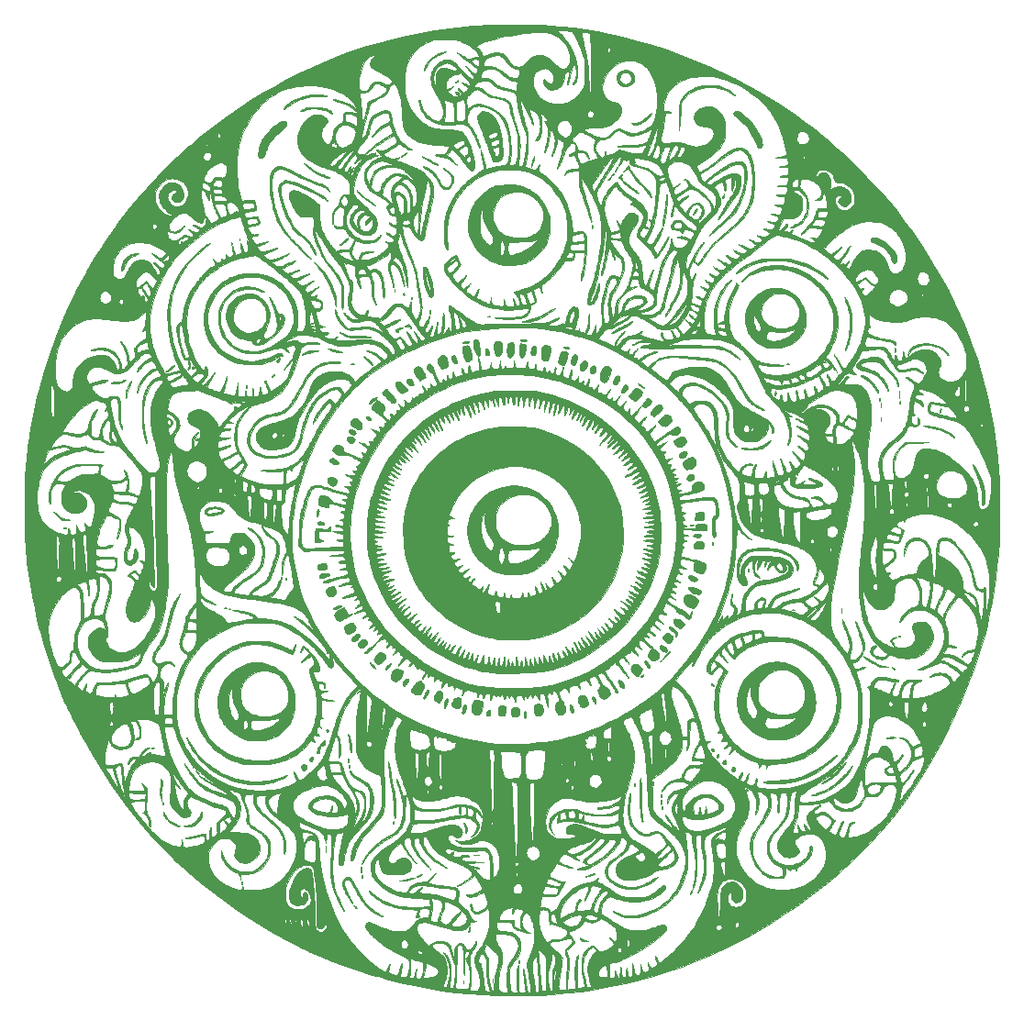
<source format=gbr>
%TF.GenerationSoftware,KiCad,Pcbnew,7.0.1*%
%TF.CreationDate,2023-09-06T22:29:07-07:00*%
%TF.ProjectId,flower_08,666c6f77-6572-45f3-9038-2e6b69636164,rev?*%
%TF.SameCoordinates,Original*%
%TF.FileFunction,Copper,L1,Top*%
%TF.FilePolarity,Positive*%
%FSLAX46Y46*%
G04 Gerber Fmt 4.6, Leading zero omitted, Abs format (unit mm)*
G04 Created by KiCad (PCBNEW 7.0.1) date 2023-09-06 22:29:07*
%MOMM*%
%LPD*%
G01*
G04 APERTURE LIST*
%TA.AperFunction,EtchedComponent*%
%ADD10C,0.010000*%
%TD*%
G04 APERTURE END LIST*
%TO.C,G\u002A\u002A\u002A*%
D10*
X48639309Y-30577084D02*
X55872515Y-30577084D01*
X55873730Y-30761047D01*
X55879647Y-30907721D01*
X55891750Y-31022027D01*
X55911521Y-31108884D01*
X55940442Y-31173214D01*
X55979996Y-31219937D01*
X56031666Y-31253976D01*
X56082917Y-31275450D01*
X56176434Y-31296311D01*
X56293744Y-31304969D01*
X56418107Y-31301435D01*
X56532781Y-31285722D01*
X56575329Y-31275109D01*
X56672611Y-31231757D01*
X56738953Y-31170970D01*
X56769533Y-31097631D01*
X56771032Y-31076937D01*
X56787967Y-31001509D01*
X56834186Y-30910364D01*
X56903509Y-30810904D01*
X56989756Y-30710532D01*
X57086746Y-30616650D01*
X57188302Y-30536659D01*
X57258512Y-30493049D01*
X57327715Y-30458862D01*
X57388640Y-30439955D01*
X57459452Y-30432246D01*
X57532834Y-30431376D01*
X57606809Y-30434724D01*
X57680529Y-30445031D01*
X57760807Y-30464421D01*
X57854453Y-30495019D01*
X57968279Y-30538948D01*
X58109098Y-30598331D01*
X58209662Y-30642388D01*
X58335467Y-30691856D01*
X58438477Y-30716335D01*
X58529421Y-30716693D01*
X58619025Y-30693794D01*
X58656559Y-30678466D01*
X58740205Y-30631534D01*
X58815377Y-30571911D01*
X58873290Y-30508332D01*
X58905158Y-30449534D01*
X58908667Y-30427738D01*
X58889551Y-30365813D01*
X58833948Y-30289536D01*
X58744472Y-30200774D01*
X58623740Y-30101393D01*
X58474367Y-29993261D01*
X58298969Y-29878244D01*
X58100161Y-29758210D01*
X57880558Y-29635024D01*
X57642777Y-29510555D01*
X57578398Y-29478262D01*
X57415493Y-29396197D01*
X57286115Y-29328199D01*
X57185155Y-29271031D01*
X57107502Y-29221458D01*
X57048049Y-29176243D01*
X57001685Y-29132152D01*
X56967260Y-29091193D01*
X56939015Y-29050792D01*
X56921595Y-29012206D01*
X56912417Y-28963592D01*
X56908898Y-28893107D01*
X56908417Y-28821453D01*
X56909852Y-28724381D01*
X56916400Y-28653772D01*
X56931427Y-28593788D01*
X56958299Y-28528595D01*
X56980455Y-28482530D01*
X57040282Y-28379406D01*
X57120637Y-28275337D01*
X57223872Y-28165475D01*
X57296892Y-28091717D01*
X57342623Y-28042099D01*
X57364524Y-28011658D01*
X57366050Y-27995435D01*
X57350660Y-27988468D01*
X57347555Y-27987977D01*
X57286836Y-27991288D01*
X57197486Y-28011799D01*
X57088262Y-28046853D01*
X56967921Y-28093794D01*
X56900164Y-28123717D01*
X56734463Y-28222565D01*
X56578844Y-28360622D01*
X56434501Y-28535710D01*
X56302630Y-28745648D01*
X56184427Y-28988256D01*
X56081088Y-29261354D01*
X55993808Y-29562762D01*
X55923783Y-29890300D01*
X55920227Y-29910334D01*
X55901145Y-30030748D01*
X55887670Y-30147294D01*
X55878961Y-30271721D01*
X55874177Y-30415778D01*
X55872515Y-30577084D01*
X48639309Y-30577084D01*
X49270381Y-30235298D01*
X50425273Y-29649966D01*
X51585831Y-29101993D01*
X52532478Y-28684961D01*
X53779557Y-28176400D01*
X55041248Y-27707549D01*
X56317386Y-27278448D01*
X57607804Y-26889137D01*
X58912334Y-26539659D01*
X60230810Y-26230052D01*
X61563065Y-25960357D01*
X62908931Y-25730616D01*
X64268243Y-25540867D01*
X65640832Y-25391153D01*
X66359334Y-25329171D01*
X66743894Y-25299836D01*
X67103667Y-25274365D01*
X67445133Y-25252523D01*
X67774775Y-25234072D01*
X68099077Y-25218778D01*
X68424520Y-25206404D01*
X68757586Y-25196714D01*
X69104760Y-25189472D01*
X69472522Y-25184441D01*
X69867357Y-25181385D01*
X70295745Y-25180069D01*
X70455084Y-25179975D01*
X70796781Y-25180207D01*
X71101522Y-25181023D01*
X71374680Y-25182577D01*
X71621629Y-25185024D01*
X71847745Y-25188514D01*
X72058400Y-25193204D01*
X72258969Y-25199244D01*
X72454827Y-25206790D01*
X72651347Y-25215994D01*
X72853904Y-25227009D01*
X73067872Y-25239989D01*
X73298625Y-25255087D01*
X73450167Y-25265420D01*
X74537782Y-25356922D01*
X75634908Y-25482167D01*
X76743603Y-25641517D01*
X77865922Y-25835334D01*
X79003923Y-26063979D01*
X80159662Y-26327813D01*
X81335197Y-26627198D01*
X81588750Y-26695707D01*
X82942371Y-27086059D01*
X84274361Y-27512568D01*
X85585846Y-27975694D01*
X86877950Y-28475896D01*
X88151801Y-29013634D01*
X89408523Y-29589369D01*
X90649243Y-30203560D01*
X91875085Y-30856667D01*
X92161500Y-31016057D01*
X92975544Y-31485311D01*
X93791221Y-31980069D01*
X94604040Y-32497093D01*
X95409511Y-33033143D01*
X96203141Y-33584980D01*
X96980439Y-34149363D01*
X97736916Y-34723053D01*
X98468078Y-35302810D01*
X99169435Y-35885394D01*
X99836497Y-36467566D01*
X100278917Y-36871513D01*
X100704366Y-37271499D01*
X101132469Y-37681422D01*
X101559926Y-38097880D01*
X101983436Y-38517469D01*
X102399701Y-38936788D01*
X102805420Y-39352432D01*
X103197293Y-39760999D01*
X103572022Y-40159087D01*
X103926305Y-40543293D01*
X104256844Y-40910213D01*
X104560338Y-41256445D01*
X104771667Y-41504594D01*
X105527783Y-42432859D01*
X106264896Y-43392952D01*
X106981068Y-44381521D01*
X107674358Y-45395215D01*
X108342826Y-46430682D01*
X108984533Y-47484571D01*
X109597539Y-48553531D01*
X110179903Y-49634210D01*
X110729687Y-50723256D01*
X111244950Y-51817319D01*
X111723752Y-52913046D01*
X112164154Y-54007086D01*
X112446415Y-54764194D01*
X112885261Y-56041326D01*
X113282003Y-57321055D01*
X113636836Y-58604311D01*
X113949957Y-59892026D01*
X114221562Y-61185129D01*
X114451846Y-62484552D01*
X114641006Y-63791225D01*
X114789238Y-65106079D01*
X114893514Y-66381351D01*
X114911108Y-66649569D01*
X114926325Y-66893507D01*
X114939378Y-67119314D01*
X114950478Y-67333138D01*
X114959840Y-67541128D01*
X114967673Y-67749434D01*
X114974192Y-67964203D01*
X114979608Y-68191584D01*
X114984133Y-68437727D01*
X114987981Y-68708779D01*
X114991362Y-69010890D01*
X114993978Y-69290917D01*
X114992944Y-70529467D01*
X114967577Y-71735822D01*
X114917380Y-72912776D01*
X114841855Y-74063118D01*
X114740506Y-75189640D01*
X114612835Y-76295134D01*
X114458345Y-77382390D01*
X114276540Y-78454201D01*
X114066921Y-79513358D01*
X113828991Y-80562651D01*
X113562254Y-81604873D01*
X113266213Y-82642814D01*
X112940369Y-83679266D01*
X112584226Y-84717021D01*
X112197287Y-85758869D01*
X111947935Y-86392582D01*
X111402154Y-87703865D01*
X110831601Y-88981749D01*
X110236361Y-90226100D01*
X109616519Y-91436784D01*
X108972159Y-92613670D01*
X108303368Y-93756623D01*
X107610228Y-94865510D01*
X106892825Y-95940198D01*
X106151245Y-96980555D01*
X105385571Y-97986446D01*
X104595889Y-98957739D01*
X103782283Y-99894300D01*
X102944838Y-100795997D01*
X102460463Y-101290704D01*
X101464694Y-102262626D01*
X100457119Y-103194572D01*
X99436111Y-104087659D01*
X98400047Y-104943001D01*
X97347300Y-105761714D01*
X96276245Y-106544913D01*
X95185258Y-107293715D01*
X94072712Y-108009233D01*
X92936983Y-108692584D01*
X91776446Y-109344883D01*
X90589475Y-109967246D01*
X89374445Y-110560787D01*
X88129731Y-111126623D01*
X88127902Y-111127424D01*
X86882399Y-111650238D01*
X85620899Y-112133988D01*
X84344117Y-112578506D01*
X83052767Y-112983625D01*
X81747564Y-113349175D01*
X80429222Y-113674989D01*
X79098455Y-113960898D01*
X77755979Y-114206735D01*
X76402507Y-114412331D01*
X75038753Y-114577518D01*
X73665433Y-114702128D01*
X72667000Y-114766850D01*
X72262778Y-114785972D01*
X71825921Y-114801704D01*
X71365661Y-114813952D01*
X70891234Y-114822623D01*
X70411872Y-114827625D01*
X69936810Y-114828864D01*
X69475283Y-114826248D01*
X69036523Y-114819683D01*
X68629766Y-114809078D01*
X68592417Y-114807833D01*
X67327595Y-114745133D01*
X66052011Y-114643183D01*
X64768808Y-114502719D01*
X63481130Y-114324474D01*
X62192118Y-114109185D01*
X60904916Y-113857586D01*
X59622666Y-113570413D01*
X58348512Y-113248399D01*
X57946364Y-113135001D01*
X60541657Y-113135001D01*
X60554372Y-113158775D01*
X60570329Y-113172092D01*
X60624001Y-113192445D01*
X60700313Y-113200378D01*
X60781506Y-113196124D01*
X60849822Y-113179916D01*
X60872578Y-113168132D01*
X60904575Y-113140704D01*
X60932597Y-113103181D01*
X60958978Y-113049651D01*
X60986056Y-112974204D01*
X61016167Y-112870931D01*
X61051648Y-112733920D01*
X61064138Y-112683526D01*
X61092656Y-112570868D01*
X61118990Y-112472795D01*
X61141044Y-112396662D01*
X61156726Y-112349826D01*
X61162311Y-112338744D01*
X61170037Y-112345879D01*
X61167584Y-112383598D01*
X61165264Y-112396834D01*
X61157133Y-112457854D01*
X61149650Y-112547940D01*
X61143173Y-112657061D01*
X61138056Y-112775183D01*
X61134656Y-112892274D01*
X61133328Y-112998301D01*
X61134427Y-113083233D01*
X61138311Y-113137037D01*
X61138894Y-113140471D01*
X61168200Y-113220547D01*
X61217468Y-113278859D01*
X61278171Y-113306099D01*
X61291445Y-113307000D01*
X61340749Y-113297501D01*
X61407324Y-113273308D01*
X61444079Y-113256179D01*
X61544247Y-113194823D01*
X61547006Y-113191973D01*
X61745000Y-113191973D01*
X61764607Y-113198978D01*
X61817682Y-113201799D01*
X61895607Y-113200812D01*
X61989762Y-113196391D01*
X62091530Y-113188914D01*
X62192290Y-113178755D01*
X62263584Y-113169369D01*
X62496710Y-113125085D01*
X62698965Y-113066888D01*
X62868548Y-112995883D01*
X63003657Y-112913177D01*
X63102492Y-112819876D01*
X63163251Y-112717085D01*
X63184135Y-112605910D01*
X63184135Y-112604052D01*
X63163920Y-112504565D01*
X63106478Y-112399682D01*
X63015797Y-112293671D01*
X62895866Y-112190799D01*
X62750672Y-112095334D01*
X62666313Y-112049938D01*
X62579495Y-112009609D01*
X62477979Y-111967322D01*
X62371488Y-111926570D01*
X62269748Y-111890851D01*
X62182482Y-111863657D01*
X62119414Y-111848486D01*
X62100339Y-111846500D01*
X62071895Y-111855040D01*
X62050496Y-111884315D01*
X62034527Y-111939802D01*
X62022373Y-112026983D01*
X62012975Y-112142834D01*
X61992913Y-112327353D01*
X61955649Y-112519806D01*
X61899026Y-112729574D01*
X61828910Y-112943264D01*
X61796389Y-113036816D01*
X61769739Y-113114854D01*
X61751697Y-113169267D01*
X61745001Y-113191941D01*
X61745000Y-113191973D01*
X61547006Y-113191973D01*
X61610082Y-113126839D01*
X61649511Y-113043130D01*
X61658045Y-113010658D01*
X61679892Y-112927173D01*
X61707286Y-112839221D01*
X61713965Y-112820167D01*
X61752828Y-112681092D01*
X61782146Y-112508140D01*
X61800970Y-112308884D01*
X61808348Y-112090899D01*
X61808420Y-112067776D01*
X61808500Y-111770469D01*
X61252875Y-111593949D01*
X61105536Y-111547195D01*
X60970179Y-111504350D01*
X60852414Y-111467181D01*
X60757855Y-111437456D01*
X60692113Y-111416944D01*
X60660800Y-111407410D01*
X60660209Y-111407245D01*
X60647832Y-111406472D01*
X60638549Y-111415329D01*
X60631913Y-111438979D01*
X60627477Y-111482582D01*
X60624794Y-111551300D01*
X60623417Y-111650294D01*
X60622899Y-111784725D01*
X60622839Y-111838740D01*
X60620989Y-112049913D01*
X60615992Y-112257879D01*
X60608214Y-112456194D01*
X60598020Y-112638413D01*
X60585773Y-112798093D01*
X60571839Y-112928788D01*
X60556583Y-113024054D01*
X60555477Y-113029217D01*
X60542472Y-113096117D01*
X60541657Y-113135001D01*
X57946364Y-113135001D01*
X57085596Y-112892281D01*
X55837061Y-112502792D01*
X54606050Y-112080669D01*
X53395706Y-111626646D01*
X52209172Y-111141458D01*
X51405084Y-110788483D01*
X51182845Y-110686351D01*
X50931221Y-110567689D01*
X50657940Y-110436330D01*
X50370728Y-110296111D01*
X50077312Y-110150867D01*
X49785421Y-110004433D01*
X49502780Y-109860645D01*
X49237117Y-109723338D01*
X48996159Y-109596347D01*
X48907417Y-109548756D01*
X47802958Y-108933459D01*
X46713459Y-108287632D01*
X45788231Y-107705584D01*
X49000957Y-107705584D01*
X49000976Y-107789628D01*
X49008346Y-107896881D01*
X49022986Y-108023661D01*
X49044819Y-108166287D01*
X49073764Y-108321076D01*
X49091641Y-108405340D01*
X49112781Y-108498400D01*
X49127737Y-108554871D01*
X49138687Y-108579664D01*
X49147810Y-108577688D01*
X49157286Y-108553854D01*
X49157394Y-108553506D01*
X49165395Y-108506987D01*
X49171798Y-108429991D01*
X49175824Y-108334365D01*
X49176814Y-108258750D01*
X49169487Y-108079989D01*
X49148459Y-107915625D01*
X49142139Y-107888781D01*
X49431107Y-107888781D01*
X49459995Y-107953694D01*
X49473823Y-107975338D01*
X49532006Y-108074248D01*
X49566426Y-108167676D01*
X49584723Y-108277468D01*
X49586664Y-108298009D01*
X49594834Y-108377241D01*
X49604095Y-108446577D01*
X49610325Y-108481000D01*
X49618929Y-108509860D01*
X49626886Y-108505859D01*
X49638033Y-108465110D01*
X49641649Y-108449250D01*
X49648661Y-108384029D01*
X49649150Y-108285670D01*
X49643181Y-108162855D01*
X49639087Y-108109851D01*
X49623550Y-107956214D01*
X49620094Y-107934094D01*
X49974924Y-107934094D01*
X49986164Y-108010172D01*
X50011372Y-108073614D01*
X50020983Y-108087554D01*
X50060159Y-108127878D01*
X50088169Y-108132442D01*
X50106675Y-108099445D01*
X50117339Y-108027089D01*
X50120063Y-107980223D01*
X50119518Y-107932806D01*
X50463290Y-107932806D01*
X50466734Y-108046449D01*
X50482453Y-108167927D01*
X50509417Y-108286701D01*
X50546596Y-108392236D01*
X50561055Y-108422601D01*
X50585258Y-108464890D01*
X50602046Y-108473439D01*
X50621865Y-108452888D01*
X50623677Y-108450423D01*
X50644296Y-108405834D01*
X50661944Y-108340651D01*
X50666171Y-108316819D01*
X50672493Y-108236229D01*
X50672535Y-108133638D01*
X50667170Y-108022694D01*
X50657270Y-107917047D01*
X50643708Y-107830344D01*
X50637129Y-107805708D01*
X51006721Y-107805708D01*
X51016386Y-107873451D01*
X51037655Y-107968032D01*
X51071162Y-108093474D01*
X51117545Y-108253799D01*
X51133306Y-108306760D01*
X51158518Y-108383975D01*
X51181317Y-108441228D01*
X51198085Y-108469911D01*
X51202495Y-108471347D01*
X51217780Y-108446306D01*
X51237201Y-108394797D01*
X51246255Y-108364863D01*
X51263468Y-108263571D01*
X51263704Y-108153718D01*
X51249300Y-108042603D01*
X51222590Y-107937528D01*
X51185911Y-107845793D01*
X51141598Y-107774698D01*
X51091988Y-107731543D01*
X51040975Y-107723293D01*
X51019652Y-107734651D01*
X51008021Y-107760782D01*
X51006721Y-107805708D01*
X50637129Y-107805708D01*
X50632343Y-107787792D01*
X50599473Y-107734142D01*
X50558290Y-107721051D01*
X50514086Y-107749171D01*
X50497351Y-107771172D01*
X50473153Y-107837535D01*
X50463290Y-107932806D01*
X50119518Y-107932806D01*
X50118750Y-107866049D01*
X50104898Y-107781933D01*
X50079551Y-107731863D01*
X50051685Y-107719000D01*
X50016033Y-107737833D01*
X49990757Y-107787146D01*
X49976755Y-107856159D01*
X49974924Y-107934094D01*
X49620094Y-107934094D01*
X49605829Y-107842796D01*
X49584865Y-107767496D01*
X49559597Y-107728213D01*
X49528964Y-107722848D01*
X49491905Y-107749301D01*
X49469870Y-107774771D01*
X49434487Y-107833633D01*
X49431107Y-107888781D01*
X49142139Y-107888781D01*
X49115329Y-107774920D01*
X49075959Y-107675137D01*
X49045788Y-107629525D01*
X49023284Y-107621850D01*
X49008366Y-107648431D01*
X49000957Y-107705584D01*
X45788231Y-107705584D01*
X45640820Y-107612850D01*
X44586944Y-106910686D01*
X43553735Y-106182715D01*
X42613529Y-105482935D01*
X49054506Y-105482935D01*
X49061228Y-105670188D01*
X49077622Y-105843414D01*
X49103548Y-105989232D01*
X49104685Y-105993917D01*
X49170892Y-106208193D01*
X49256727Y-106386538D01*
X49364889Y-106531822D01*
X49498076Y-106646915D01*
X49658987Y-106734685D01*
X49850318Y-106798003D01*
X49863859Y-106801337D01*
X49952942Y-106817023D01*
X50067478Y-106828692D01*
X50197575Y-106836235D01*
X50333342Y-106839540D01*
X50464886Y-106838494D01*
X50582315Y-106832988D01*
X50675739Y-106822909D01*
X50727750Y-106811065D01*
X50813904Y-106773338D01*
X50903007Y-106717478D01*
X51001537Y-106638638D01*
X51115971Y-106531975D01*
X51161738Y-106486406D01*
X51259839Y-106384548D01*
X51330409Y-106301754D01*
X51377765Y-106229203D01*
X51406225Y-106158070D01*
X51420106Y-106079533D01*
X51423727Y-105984769D01*
X51423454Y-105951584D01*
X51407664Y-105749164D01*
X51368135Y-105559800D01*
X51307482Y-105387564D01*
X51228321Y-105236527D01*
X51133270Y-105110761D01*
X51024945Y-105014339D01*
X50905962Y-104951332D01*
X50778938Y-104925812D01*
X50764112Y-104925465D01*
X50645961Y-104940975D01*
X50549399Y-104986710D01*
X50483356Y-105056018D01*
X50456014Y-105125755D01*
X50443924Y-105216515D01*
X50445432Y-105319382D01*
X50458889Y-105425439D01*
X50482643Y-105525769D01*
X50515043Y-105611456D01*
X50554438Y-105673582D01*
X50599176Y-105703232D01*
X50603348Y-105703994D01*
X50634291Y-105702038D01*
X50656716Y-105681505D01*
X50673449Y-105635869D01*
X50687313Y-105558604D01*
X50695915Y-105490165D01*
X50716091Y-105381335D01*
X50748591Y-105309919D01*
X50795879Y-105272164D01*
X50844593Y-105263667D01*
X50923361Y-105283671D01*
X50993436Y-105339664D01*
X51051278Y-105425617D01*
X51093346Y-105535499D01*
X51116099Y-105663280D01*
X51119127Y-105731244D01*
X51116369Y-105825731D01*
X51104911Y-105897761D01*
X51080408Y-105966989D01*
X51055268Y-106020111D01*
X50957341Y-106170613D01*
X50829814Y-106292689D01*
X50676116Y-106384398D01*
X50499675Y-106443795D01*
X50303918Y-106468939D01*
X50262084Y-106469686D01*
X50059931Y-106454377D01*
X49886337Y-106408118D01*
X49740365Y-106330329D01*
X49621081Y-106220429D01*
X49527550Y-106077838D01*
X49488290Y-105989309D01*
X49455871Y-105871046D01*
X49435738Y-105723400D01*
X49428346Y-105557637D01*
X49434150Y-105385022D01*
X49453606Y-105216819D01*
X49456388Y-105200283D01*
X49500213Y-105002781D01*
X49564748Y-104786382D01*
X49645819Y-104561026D01*
X49739248Y-104336651D01*
X49840860Y-104123196D01*
X49946480Y-103930599D01*
X50051931Y-103768800D01*
X50065632Y-103750250D01*
X50227558Y-103553607D01*
X50395852Y-103384870D01*
X50567037Y-103246421D01*
X50737634Y-103140644D01*
X50904164Y-103069924D01*
X51063148Y-103036642D01*
X51110583Y-103034298D01*
X51227124Y-103043096D01*
X51312608Y-103074714D01*
X51374134Y-103133640D01*
X51418803Y-103224360D01*
X51420949Y-103230469D01*
X51464933Y-103380589D01*
X51507258Y-103570396D01*
X51547661Y-103797267D01*
X51585882Y-104058579D01*
X51621658Y-104351710D01*
X51654729Y-104674036D01*
X51684833Y-105022933D01*
X51711707Y-105395780D01*
X51735091Y-105789953D01*
X51754724Y-106202829D01*
X51770342Y-106631785D01*
X51774589Y-106777084D01*
X51784202Y-107116397D01*
X51793361Y-107415727D01*
X51802206Y-107677420D01*
X51810881Y-107903822D01*
X51819525Y-108097277D01*
X51828280Y-108260133D01*
X51837288Y-108394734D01*
X51846690Y-108503427D01*
X51856628Y-108588558D01*
X51867242Y-108652472D01*
X51878674Y-108697516D01*
X51891066Y-108726034D01*
X51892153Y-108727747D01*
X51933731Y-108769273D01*
X52004423Y-108818758D01*
X52093264Y-108870536D01*
X52189286Y-108918946D01*
X52281521Y-108958323D01*
X52359003Y-108983004D01*
X52397081Y-108988498D01*
X52435142Y-108976722D01*
X52491527Y-108945850D01*
X52534664Y-108916543D01*
X52678545Y-108794768D01*
X52792270Y-108665812D01*
X52871313Y-108535302D01*
X52898514Y-108464391D01*
X52913748Y-108399954D01*
X52910918Y-108351685D01*
X52891526Y-108302158D01*
X52847597Y-108239707D01*
X52796023Y-108213611D01*
X52742911Y-108226253D01*
X52727396Y-108238130D01*
X52700040Y-108275584D01*
X52666263Y-108339483D01*
X52633255Y-108416187D01*
X52632435Y-108418325D01*
X52577618Y-108528794D01*
X52509313Y-108601792D01*
X52422677Y-108639791D01*
X52312867Y-108645261D01*
X52216716Y-108630440D01*
X52116754Y-108598255D01*
X52045992Y-108546333D01*
X51994641Y-108465817D01*
X51972172Y-108409168D01*
X51961362Y-108369272D01*
X51952412Y-108315407D01*
X51945290Y-108244829D01*
X51939969Y-108154797D01*
X51936419Y-108042569D01*
X51934609Y-107905403D01*
X51934512Y-107740556D01*
X51936096Y-107545287D01*
X51939334Y-107316853D01*
X51944195Y-107052512D01*
X51950649Y-106749523D01*
X51953149Y-106639500D01*
X51958087Y-106402405D01*
X51960993Y-106193206D01*
X51961500Y-106004861D01*
X51959241Y-105830329D01*
X51953849Y-105662567D01*
X51944959Y-105494533D01*
X51932202Y-105319187D01*
X51915213Y-105129485D01*
X51893624Y-104918388D01*
X51867069Y-104678851D01*
X51837971Y-104427584D01*
X51804880Y-104146590D01*
X51775918Y-103904461D01*
X51750457Y-103697994D01*
X51727863Y-103523988D01*
X51707509Y-103379242D01*
X51688761Y-103260556D01*
X51670992Y-103164727D01*
X51653569Y-103088555D01*
X51635862Y-103028839D01*
X51617242Y-102982377D01*
X51597076Y-102945969D01*
X51574736Y-102916412D01*
X51549590Y-102890507D01*
X51532124Y-102874708D01*
X51471196Y-102829638D01*
X51402474Y-102798099D01*
X51318144Y-102778526D01*
X51210395Y-102769352D01*
X51071416Y-102769011D01*
X51013500Y-102770704D01*
X50850291Y-102781494D01*
X50715097Y-102803806D01*
X50594264Y-102841690D01*
X50474136Y-102899198D01*
X50370145Y-102961558D01*
X50168421Y-103111708D01*
X49972413Y-103298524D01*
X49785685Y-103516394D01*
X49611804Y-103759705D01*
X49454333Y-104022846D01*
X49316839Y-104300203D01*
X49202887Y-104586164D01*
X49116041Y-104875117D01*
X49093802Y-104970807D01*
X49070651Y-105119865D01*
X49057600Y-105295034D01*
X49054506Y-105482935D01*
X42613529Y-105482935D01*
X42543093Y-105430511D01*
X41556922Y-104655649D01*
X40597124Y-103859703D01*
X39665601Y-103044248D01*
X38787754Y-102232584D01*
X41936428Y-102232584D01*
X41965765Y-102503843D01*
X42042156Y-102820195D01*
X42158061Y-103124195D01*
X42311997Y-103414043D01*
X42502481Y-103687938D01*
X42728029Y-103944081D01*
X42987159Y-104180670D01*
X43278387Y-104395907D01*
X43600231Y-104587992D01*
X43742750Y-104660636D01*
X44001101Y-104778944D01*
X44248792Y-104878218D01*
X44480361Y-104956626D01*
X44690346Y-105012333D01*
X44873283Y-105043507D01*
X44887903Y-105045014D01*
X44960811Y-105050521D01*
X45004460Y-105047366D01*
X45031522Y-105032728D01*
X45051327Y-105008607D01*
X45072781Y-104960421D01*
X45091311Y-104888837D01*
X45099486Y-104836918D01*
X45109252Y-104773266D01*
X45120510Y-104732599D01*
X45128999Y-104723813D01*
X45141109Y-104748226D01*
X45156613Y-104801728D01*
X45169156Y-104858166D01*
X45196724Y-104955750D01*
X45236643Y-105018850D01*
X45293920Y-105054674D01*
X45309084Y-105059537D01*
X45344743Y-105063032D01*
X45416362Y-105064856D01*
X45517604Y-105065150D01*
X45642135Y-105064057D01*
X45783618Y-105061720D01*
X45935719Y-105058280D01*
X46092102Y-105053880D01*
X46246432Y-105048663D01*
X46392373Y-105042771D01*
X46523590Y-105036346D01*
X46628956Y-105029870D01*
X46849165Y-105011049D01*
X47038369Y-104986192D01*
X47207792Y-104952200D01*
X47368660Y-104905970D01*
X47532198Y-104844401D01*
X47709632Y-104764392D01*
X47859667Y-104689864D01*
X48205142Y-104489722D01*
X48528987Y-104253542D01*
X48830161Y-103982276D01*
X49107625Y-103676876D01*
X49360338Y-103338292D01*
X49396124Y-103284584D01*
X49595978Y-102949252D01*
X49765760Y-102599921D01*
X49904150Y-102241470D01*
X50009827Y-101878774D01*
X50025185Y-101801159D01*
X50738996Y-101801159D01*
X50740793Y-101947040D01*
X50752612Y-102068132D01*
X50775277Y-102156934D01*
X50778665Y-102164844D01*
X50823822Y-102237361D01*
X50891670Y-102301042D01*
X50986775Y-102358497D01*
X51113707Y-102412337D01*
X51277035Y-102465171D01*
X51331000Y-102480440D01*
X51468395Y-102514128D01*
X51573993Y-102529509D01*
X51654135Y-102526655D01*
X51715162Y-102505635D01*
X51744429Y-102485035D01*
X51776272Y-102450028D01*
X51802608Y-102401974D01*
X51824265Y-102336330D01*
X51842075Y-102248554D01*
X51856868Y-102134103D01*
X51869475Y-101988435D01*
X51880725Y-101807007D01*
X51885536Y-101713112D01*
X51895508Y-101427968D01*
X51895582Y-101182779D01*
X51885701Y-100976329D01*
X51865809Y-100807400D01*
X51838034Y-100682077D01*
X51786425Y-100576124D01*
X51703353Y-100495894D01*
X51592377Y-100443333D01*
X51457057Y-100420385D01*
X51361794Y-100421937D01*
X51221512Y-100448451D01*
X51106542Y-100505762D01*
X51011870Y-100597348D01*
X50937846Y-100715934D01*
X50892554Y-100825326D01*
X50851518Y-100962432D01*
X50815560Y-101119751D01*
X50785505Y-101289784D01*
X50762177Y-101465030D01*
X50746399Y-101637989D01*
X50738996Y-101801159D01*
X50025185Y-101801159D01*
X50081472Y-101516713D01*
X50117764Y-101160162D01*
X50117383Y-100814000D01*
X50105126Y-100665028D01*
X50079482Y-100476789D01*
X50043727Y-100303194D01*
X49995416Y-100140944D01*
X49932106Y-99986741D01*
X49894116Y-99916429D01*
X50618128Y-99916429D01*
X50628237Y-100043182D01*
X50652271Y-100187630D01*
X50689834Y-100344349D01*
X50733140Y-100486251D01*
X50809956Y-100714753D01*
X50931738Y-100465085D01*
X50982943Y-100365588D01*
X51034184Y-100275489D01*
X51079754Y-100204257D01*
X51113944Y-100161361D01*
X51115944Y-100159502D01*
X51201224Y-100110577D01*
X51321469Y-100085108D01*
X51476368Y-100083147D01*
X51542667Y-100088417D01*
X51638347Y-100093914D01*
X51736413Y-100093101D01*
X51800521Y-100087887D01*
X51911570Y-100072614D01*
X51848827Y-100022149D01*
X51779910Y-99978095D01*
X51682253Y-99931214D01*
X51562866Y-99883451D01*
X51428760Y-99836750D01*
X51286944Y-99793058D01*
X51144429Y-99754318D01*
X51008226Y-99722475D01*
X50885344Y-99699476D01*
X50782795Y-99687263D01*
X50707588Y-99687783D01*
X50675321Y-99696572D01*
X50641273Y-99737701D01*
X50622340Y-99812794D01*
X50618128Y-99916429D01*
X49894116Y-99916429D01*
X49851354Y-99837286D01*
X49750714Y-99689283D01*
X49627744Y-99539431D01*
X49479999Y-99384433D01*
X49305036Y-99220991D01*
X49100410Y-99045807D01*
X48880249Y-98868896D01*
X50315334Y-98868896D01*
X50320318Y-98948544D01*
X50332624Y-99036891D01*
X50351089Y-99123193D01*
X50374553Y-99196706D01*
X50378098Y-99205197D01*
X50415988Y-99278958D01*
X50463084Y-99340345D01*
X50524710Y-99392220D01*
X50606187Y-99437445D01*
X50712838Y-99478882D01*
X50849985Y-99519394D01*
X51022950Y-99561842D01*
X51054793Y-99569116D01*
X51288537Y-99628841D01*
X51484117Y-99694387D01*
X51645561Y-99768109D01*
X51776896Y-99852361D01*
X51882150Y-99949498D01*
X51965351Y-100061874D01*
X51997886Y-100120435D01*
X52028454Y-100194751D01*
X52056881Y-100293973D01*
X52083484Y-100420442D01*
X52108581Y-100576503D01*
X52132488Y-100764500D01*
X52155523Y-100986775D01*
X52178004Y-101245672D01*
X52200248Y-101543535D01*
X52209973Y-101686500D01*
X52230468Y-101974866D01*
X52252002Y-102232563D01*
X52275808Y-102471256D01*
X52303119Y-102702607D01*
X52335169Y-102938282D01*
X52359948Y-103104667D01*
X52481976Y-103789078D01*
X52637948Y-104477042D01*
X52825997Y-105163688D01*
X53044258Y-105844146D01*
X53290863Y-106513546D01*
X53563947Y-107167019D01*
X53861644Y-107799693D01*
X54182086Y-108406699D01*
X54523408Y-108983167D01*
X54740631Y-109317084D01*
X54913777Y-109560861D01*
X55113231Y-109819284D01*
X55334466Y-110087722D01*
X55572955Y-110361543D01*
X55824173Y-110636117D01*
X56083592Y-110906812D01*
X56346687Y-111168997D01*
X56608931Y-111418040D01*
X56865798Y-111649311D01*
X57112761Y-111858178D01*
X57345294Y-112040009D01*
X57529961Y-112171017D01*
X57587862Y-112208434D01*
X57667475Y-112258005D01*
X57762289Y-112315874D01*
X57865797Y-112378188D01*
X57971488Y-112441090D01*
X58072854Y-112500726D01*
X58163385Y-112553241D01*
X58236571Y-112594781D01*
X58285904Y-112621491D01*
X58304437Y-112629667D01*
X58317221Y-112611741D01*
X58345412Y-112562137D01*
X58385634Y-112487115D01*
X58434510Y-112392934D01*
X58472821Y-112317459D01*
X58543916Y-112177634D01*
X58599188Y-112072661D01*
X58640743Y-111999041D01*
X58670686Y-111953273D01*
X58691120Y-111931860D01*
X58704150Y-111931301D01*
X58704733Y-111931845D01*
X58704171Y-111955520D01*
X58694335Y-112011647D01*
X58676909Y-112091786D01*
X58654011Y-112185811D01*
X58614543Y-112362131D01*
X58594930Y-112503397D01*
X58595237Y-112608843D01*
X58613041Y-112673323D01*
X58646930Y-112710895D01*
X58711625Y-112751666D01*
X58810264Y-112797202D01*
X58945985Y-112849067D01*
X59010954Y-112871797D01*
X59127902Y-112911374D01*
X59212147Y-112937904D01*
X59270833Y-112952636D01*
X59311103Y-112956822D01*
X59340100Y-112951711D01*
X59364968Y-112938554D01*
X59370563Y-112934725D01*
X59398018Y-112911633D01*
X59423678Y-112879585D01*
X59450064Y-112833078D01*
X59479701Y-112766610D01*
X59515112Y-112674678D01*
X59558818Y-112551779D01*
X59596593Y-112441755D01*
X59655328Y-112270206D01*
X59702522Y-112135028D01*
X59739709Y-112032329D01*
X59768427Y-111958218D01*
X59790209Y-111908802D01*
X59806591Y-111880190D01*
X59819108Y-111868489D01*
X59823060Y-111867667D01*
X59835509Y-111887024D01*
X59833058Y-111943081D01*
X59830887Y-111957625D01*
X59815697Y-112054011D01*
X59797769Y-112171480D01*
X59778064Y-112303334D01*
X59757543Y-112442873D01*
X59737168Y-112583398D01*
X59717902Y-112718209D01*
X59700705Y-112840609D01*
X59686540Y-112943897D01*
X59676368Y-113021375D01*
X59671151Y-113066344D01*
X59670667Y-113073688D01*
X59673626Y-113093778D01*
X59687812Y-113106303D01*
X59721192Y-113112966D01*
X59781730Y-113115471D01*
X59866459Y-113115578D01*
X59966675Y-113113117D01*
X60062888Y-113107365D01*
X60138712Y-113099406D01*
X60156884Y-113096399D01*
X60246344Y-113064615D01*
X60298925Y-113023026D01*
X60343358Y-112949834D01*
X60384419Y-112840883D01*
X60420877Y-112702692D01*
X60451498Y-112541781D01*
X60475052Y-112364671D01*
X60490306Y-112177880D01*
X60496029Y-111987929D01*
X60496042Y-111979834D01*
X60493913Y-111818345D01*
X60486476Y-111692732D01*
X60472402Y-111596726D01*
X60450361Y-111524057D01*
X60419023Y-111468455D01*
X60378327Y-111424756D01*
X60305684Y-111369424D01*
X60199968Y-111300766D01*
X60067018Y-111222130D01*
X59912672Y-111136864D01*
X59742769Y-111048315D01*
X59589818Y-110972648D01*
X59231852Y-110795660D01*
X58908933Y-110626438D01*
X58615395Y-110461150D01*
X58345570Y-110295963D01*
X58093792Y-110127046D01*
X58041484Y-110088485D01*
X59744832Y-110088485D01*
X59754905Y-110211063D01*
X59786021Y-110309124D01*
X59849081Y-110396359D01*
X59932665Y-110449424D01*
X60030710Y-110467090D01*
X60137153Y-110448128D01*
X60233516Y-110399796D01*
X60305125Y-110337975D01*
X60364284Y-110260599D01*
X60379703Y-110228242D01*
X61259920Y-110228242D01*
X61261087Y-110330815D01*
X61264937Y-110444558D01*
X61271014Y-110559148D01*
X61278862Y-110664261D01*
X61288028Y-110749573D01*
X61298056Y-110804762D01*
X61298696Y-110806958D01*
X61331502Y-110888126D01*
X61375669Y-110934800D01*
X61441135Y-110953644D01*
X61516614Y-110953080D01*
X61612961Y-110937797D01*
X61675967Y-110909283D01*
X61680707Y-110905301D01*
X61717888Y-110852218D01*
X61715737Y-110800421D01*
X61677156Y-110754123D01*
X61605045Y-110717542D01*
X61539888Y-110700654D01*
X61466885Y-110682958D01*
X61419501Y-110656852D01*
X61391715Y-110613594D01*
X61377511Y-110544442D01*
X61371500Y-110456058D01*
X61363455Y-110314845D01*
X61357416Y-110256396D01*
X62614821Y-110256396D01*
X62635521Y-110322754D01*
X62688783Y-110397835D01*
X62775898Y-110483815D01*
X62898159Y-110582865D01*
X63056859Y-110697160D01*
X63125170Y-110743815D01*
X63326064Y-110889278D01*
X63490385Y-111031979D01*
X63622840Y-111178533D01*
X63728137Y-111335555D01*
X63810985Y-111509660D01*
X63876092Y-111707464D01*
X63909962Y-111846500D01*
X63925794Y-111926598D01*
X63937520Y-112006488D01*
X63945738Y-112094699D01*
X63951049Y-112199758D01*
X63954051Y-112330194D01*
X63955335Y-112492084D01*
X63955675Y-112638814D01*
X63954505Y-112757772D01*
X63950286Y-112857096D01*
X63941479Y-112944925D01*
X63926544Y-113029398D01*
X63903943Y-113118653D01*
X63872136Y-113220830D01*
X63829583Y-113344066D01*
X63774746Y-113496500D01*
X63755129Y-113550632D01*
X63713678Y-113667930D01*
X63677943Y-113774624D01*
X63650337Y-113863055D01*
X63633273Y-113925559D01*
X63628834Y-113951570D01*
X63646324Y-114003576D01*
X63691873Y-114036169D01*
X63755099Y-114047671D01*
X63825618Y-114036398D01*
X63893048Y-114000671D01*
X63899559Y-113995405D01*
X63952832Y-113931064D01*
X64006143Y-113831271D01*
X64057796Y-113702869D01*
X64106092Y-113552706D01*
X64149334Y-113387624D01*
X64185824Y-113214471D01*
X64213865Y-113040090D01*
X64231758Y-112871326D01*
X64237806Y-112715026D01*
X64235667Y-112640250D01*
X64213657Y-112418942D01*
X64173359Y-112181377D01*
X64117474Y-111936735D01*
X64048701Y-111694193D01*
X63969741Y-111462929D01*
X63883294Y-111252123D01*
X63792061Y-111070952D01*
X63756510Y-111011488D01*
X63711635Y-110937925D01*
X63678398Y-110878584D01*
X63661311Y-110841789D01*
X63660429Y-110834183D01*
X63679937Y-110842114D01*
X63721581Y-110872812D01*
X63777435Y-110919235D01*
X63839572Y-110974344D01*
X63900068Y-111031099D01*
X63950995Y-111082460D01*
X63984428Y-111121387D01*
X63985541Y-111122941D01*
X64078321Y-111281193D01*
X64160299Y-111476193D01*
X64229900Y-111703370D01*
X64285549Y-111958156D01*
X64297326Y-112027050D01*
X64316884Y-112192061D01*
X64328616Y-112389580D01*
X64332847Y-112610571D01*
X64329902Y-112846000D01*
X64320104Y-113086834D01*
X64303778Y-113324037D01*
X64281247Y-113548575D01*
X64252837Y-113751414D01*
X64231252Y-113867917D01*
X64209809Y-113975467D01*
X64200938Y-114048435D01*
X64208340Y-114093631D01*
X64235717Y-114117867D01*
X64286770Y-114127954D01*
X64365202Y-114130703D01*
X64374134Y-114130829D01*
X64450672Y-114128420D01*
X64499460Y-114116049D01*
X64534623Y-114089942D01*
X64537132Y-114087296D01*
X64561087Y-114051763D01*
X64573067Y-114022284D01*
X64751975Y-114022284D01*
X64760777Y-114071366D01*
X64779410Y-114104032D01*
X64800428Y-114121796D01*
X64857229Y-114147537D01*
X64941049Y-114166761D01*
X65055316Y-114179805D01*
X65203455Y-114187009D01*
X65388892Y-114188710D01*
X65470334Y-114187978D01*
X65631475Y-114184452D01*
X65753214Y-114178471D01*
X65838422Y-114169814D01*
X65889972Y-114158257D01*
X65897938Y-114154888D01*
X65940464Y-114124866D01*
X65975816Y-114077913D01*
X66005076Y-114009822D01*
X66029328Y-113916386D01*
X66049654Y-113793399D01*
X66067136Y-113636652D01*
X66082857Y-113441938D01*
X66083415Y-113434000D01*
X66099515Y-113142855D01*
X66104113Y-112888086D01*
X66096977Y-112665263D01*
X66077872Y-112469956D01*
X66046566Y-112297734D01*
X66017903Y-112190616D01*
X65992425Y-112115626D01*
X65954669Y-112014707D01*
X65909563Y-111900608D01*
X65862030Y-111786079D01*
X65858038Y-111776739D01*
X65801661Y-111644198D01*
X65760981Y-111544998D01*
X65734574Y-111473764D01*
X65721016Y-111425121D01*
X65718882Y-111393693D01*
X65726748Y-111374105D01*
X65743190Y-111360982D01*
X65747275Y-111358717D01*
X65784065Y-111327398D01*
X65826160Y-111275793D01*
X65838802Y-111256920D01*
X65862675Y-111213796D01*
X65896630Y-111145767D01*
X65936596Y-111061800D01*
X65978504Y-110970860D01*
X66018285Y-110881912D01*
X66051867Y-110803921D01*
X66075183Y-110745853D01*
X66084161Y-110716674D01*
X66084167Y-110716397D01*
X66065172Y-110707868D01*
X66016318Y-110703803D01*
X65949797Y-110703811D01*
X65877805Y-110707498D01*
X65812533Y-110714471D01*
X65766178Y-110724337D01*
X65759752Y-110726847D01*
X65701967Y-110771026D01*
X65656249Y-110847068D01*
X65621345Y-110958035D01*
X65596002Y-111106990D01*
X65592680Y-111135185D01*
X65585343Y-111215638D01*
X65580621Y-111306087D01*
X65578520Y-111412207D01*
X65579044Y-111539673D01*
X65582199Y-111694160D01*
X65587988Y-111881341D01*
X65593468Y-112031115D01*
X65602122Y-112262266D01*
X65608818Y-112454147D01*
X65613572Y-112609774D01*
X65616395Y-112732164D01*
X65617300Y-112824334D01*
X65616302Y-112889301D01*
X65613411Y-112930082D01*
X65608643Y-112949694D01*
X65602009Y-112951154D01*
X65597405Y-112945032D01*
X65577913Y-112894152D01*
X65560475Y-112810923D01*
X65544996Y-112693997D01*
X65531384Y-112542028D01*
X65519544Y-112353671D01*
X65509381Y-112127580D01*
X65500803Y-111862407D01*
X65493716Y-111556806D01*
X65491281Y-111423167D01*
X65486953Y-111179773D01*
X65482719Y-110974879D01*
X65478262Y-110804652D01*
X65473268Y-110665260D01*
X65467419Y-110552871D01*
X65460400Y-110463653D01*
X65451895Y-110393774D01*
X65441588Y-110339401D01*
X65429162Y-110296703D01*
X65414303Y-110261848D01*
X65396694Y-110231003D01*
X65392442Y-110224408D01*
X65339041Y-110176616D01*
X65261624Y-110146398D01*
X65176743Y-110139229D01*
X65147469Y-110143362D01*
X65068106Y-110168955D01*
X64999797Y-110206123D01*
X64956081Y-110247010D01*
X64950163Y-110257880D01*
X64939794Y-110292390D01*
X64930489Y-110344450D01*
X64922112Y-110416824D01*
X64914526Y-110512275D01*
X64907594Y-110633566D01*
X64901180Y-110783462D01*
X64895147Y-110964726D01*
X64889359Y-111180123D01*
X64883678Y-111432414D01*
X64878157Y-111714198D01*
X64871540Y-112047772D01*
X64864694Y-112342461D01*
X64857452Y-112601713D01*
X64849648Y-112828977D01*
X64841115Y-113027701D01*
X64831688Y-113201333D01*
X64821200Y-113353323D01*
X64809483Y-113487118D01*
X64796374Y-113606166D01*
X64781703Y-113713917D01*
X64781691Y-113714002D01*
X64762720Y-113849857D01*
X64752719Y-113950533D01*
X64751975Y-114022284D01*
X64573067Y-114022284D01*
X64583760Y-113995972D01*
X64606018Y-113915998D01*
X64628730Y-113807914D01*
X64652765Y-113667796D01*
X64678989Y-113491718D01*
X64695700Y-113370420D01*
X64727691Y-113128593D01*
X64753106Y-112923569D01*
X64771929Y-112750329D01*
X64784146Y-112603856D01*
X64789743Y-112479130D01*
X64788705Y-112371133D01*
X64781018Y-112274848D01*
X64766668Y-112185254D01*
X64745639Y-112097334D01*
X64717919Y-112006068D01*
X64691553Y-111929083D01*
X64653270Y-111820841D01*
X64605965Y-111687071D01*
X64554724Y-111542160D01*
X64504636Y-111400491D01*
X64486461Y-111349084D01*
X64440063Y-111214416D01*
X64393155Y-111072314D01*
X64350156Y-110936557D01*
X64315486Y-110820928D01*
X64304415Y-110781472D01*
X64274455Y-110678336D01*
X64242892Y-110581091D01*
X64214106Y-110502707D01*
X64197711Y-110465526D01*
X64141023Y-110377803D01*
X64059365Y-110280888D01*
X63964322Y-110186938D01*
X63867480Y-110108110D01*
X63837959Y-110088036D01*
X63667711Y-110003005D01*
X63480747Y-109952138D01*
X63285352Y-109935434D01*
X63089811Y-109952895D01*
X62902408Y-110004522D01*
X62735161Y-110087929D01*
X62665933Y-110141157D01*
X62625389Y-110196588D01*
X62614821Y-110256396D01*
X61357416Y-110256396D01*
X61352644Y-110210213D01*
X61338169Y-110136449D01*
X61319135Y-110087842D01*
X61311940Y-110076675D01*
X61290677Y-110052145D01*
X61278304Y-110060558D01*
X61267449Y-110097897D01*
X61261889Y-110147161D01*
X61259920Y-110228242D01*
X60379703Y-110228242D01*
X60402160Y-110181118D01*
X60411293Y-110129118D01*
X60397722Y-110059919D01*
X60361926Y-109971341D01*
X60310592Y-109874452D01*
X60250407Y-109780317D01*
X60188057Y-109700004D01*
X60130229Y-109644577D01*
X60111270Y-109632568D01*
X60040384Y-109617723D01*
X59966946Y-109643420D01*
X59893109Y-109708131D01*
X59821025Y-109810325D01*
X59795487Y-109856834D01*
X59758480Y-109964660D01*
X59744832Y-110088485D01*
X58041484Y-110088485D01*
X57854395Y-109950565D01*
X57621712Y-109762689D01*
X57390076Y-109559585D01*
X57153822Y-109337420D01*
X57112531Y-109297226D01*
X56917212Y-109099241D01*
X56753813Y-108918701D01*
X56623055Y-108756595D01*
X56525658Y-108613909D01*
X56462342Y-108491632D01*
X56433828Y-108390751D01*
X56432167Y-108364379D01*
X56449457Y-108291829D01*
X56496068Y-108210236D01*
X56564114Y-108130747D01*
X56643132Y-108066202D01*
X56687128Y-108040425D01*
X56729826Y-108025841D01*
X56777329Y-108023899D01*
X56835737Y-108036048D01*
X56911154Y-108063735D01*
X57009681Y-108108411D01*
X57137419Y-108171523D01*
X57182200Y-108194193D01*
X57549493Y-108367055D01*
X57925256Y-108517833D01*
X58303432Y-108644879D01*
X58677962Y-108746545D01*
X59042787Y-108821182D01*
X59391850Y-108867144D01*
X59713845Y-108882779D01*
X59901103Y-108877384D01*
X60054213Y-108859704D01*
X60179921Y-108828402D01*
X60284972Y-108782140D01*
X60316250Y-108763366D01*
X60351942Y-108735020D01*
X60412856Y-108680563D01*
X60494625Y-108604159D01*
X60592881Y-108509970D01*
X60703254Y-108402159D01*
X60821376Y-108284889D01*
X60877167Y-108228859D01*
X61012902Y-108093428D01*
X61135615Y-107973745D01*
X61242107Y-107872784D01*
X61323325Y-107798852D01*
X62432473Y-107798852D01*
X62461295Y-107846931D01*
X62524854Y-107893958D01*
X62625787Y-107941507D01*
X62739834Y-107982497D01*
X62877364Y-108022750D01*
X62981057Y-108041711D01*
X63053715Y-108039293D01*
X63098141Y-108015408D01*
X63117042Y-107970696D01*
X63130286Y-107909607D01*
X63294073Y-107909607D01*
X63473323Y-108044136D01*
X63561983Y-108106060D01*
X63652787Y-108161810D01*
X63732107Y-108203331D01*
X63766508Y-108217393D01*
X63832583Y-108238599D01*
X63875263Y-108245472D01*
X63911055Y-108237814D01*
X63956468Y-108215425D01*
X63957072Y-108215102D01*
X64030808Y-108166993D01*
X64128493Y-108089634D01*
X64246749Y-107986107D01*
X64382198Y-107859491D01*
X64531462Y-107712870D01*
X64691162Y-107549323D01*
X64718917Y-107520257D01*
X64860859Y-107373307D01*
X64986455Y-107247678D01*
X65093469Y-107145433D01*
X65179665Y-107068634D01*
X65242809Y-107019342D01*
X65280664Y-106999618D01*
X65283692Y-106999334D01*
X65299191Y-107014563D01*
X65289292Y-107057731D01*
X65256632Y-107125053D01*
X65203848Y-107212747D01*
X65133575Y-107317029D01*
X65048450Y-107434118D01*
X64951109Y-107560230D01*
X64844190Y-107691581D01*
X64730328Y-107824390D01*
X64634609Y-107930667D01*
X64532376Y-108044418D01*
X64459517Y-108133566D01*
X64414303Y-108202221D01*
X64395002Y-108254495D01*
X64399884Y-108294501D01*
X64427218Y-108326349D01*
X64459625Y-108346431D01*
X64617466Y-108406320D01*
X64798042Y-108435278D01*
X64994556Y-108432700D01*
X65155416Y-108408222D01*
X65327694Y-108355027D01*
X65484165Y-108274309D01*
X65619453Y-108170925D01*
X65728183Y-108049736D01*
X65804981Y-107915600D01*
X65842468Y-107787113D01*
X65841417Y-107664833D01*
X65802480Y-107529667D01*
X65727111Y-107384363D01*
X65616765Y-107231672D01*
X65472896Y-107074342D01*
X65457349Y-107059070D01*
X65172972Y-106805483D01*
X64878856Y-106588311D01*
X64577498Y-106409044D01*
X64271395Y-106269174D01*
X63972477Y-106172597D01*
X63875381Y-106149505D01*
X63812404Y-106142683D01*
X63777146Y-106156140D01*
X63763205Y-106193887D01*
X63764182Y-106259932D01*
X63767864Y-106300774D01*
X63771721Y-106397194D01*
X63764330Y-106503862D01*
X63744630Y-106624725D01*
X63711558Y-106763730D01*
X63664051Y-106924824D01*
X63601048Y-107111953D01*
X63521484Y-107329064D01*
X63424299Y-107580106D01*
X63421669Y-107586762D01*
X63294073Y-107909607D01*
X63130286Y-107909607D01*
X63136015Y-107883183D01*
X63174415Y-107758859D01*
X63232313Y-107597523D01*
X63309777Y-107398970D01*
X63340881Y-107322224D01*
X63418508Y-107126417D01*
X63478062Y-106961961D01*
X63521270Y-106822793D01*
X63549861Y-106702847D01*
X63565565Y-106596060D01*
X63569969Y-106518582D01*
X63558879Y-106357764D01*
X63517855Y-106223733D01*
X63444427Y-106113094D01*
X63336124Y-106022452D01*
X63190475Y-105948414D01*
X63141307Y-105929710D01*
X63097242Y-105917622D01*
X63025907Y-105902019D01*
X62936242Y-105884440D01*
X62837190Y-105866420D01*
X62737691Y-105849498D01*
X62646687Y-105835209D01*
X62573119Y-105825090D01*
X62525929Y-105820680D01*
X62513411Y-105821778D01*
X62516747Y-105842585D01*
X62528915Y-105896196D01*
X62547988Y-105974472D01*
X62571877Y-106068645D01*
X62609455Y-106226805D01*
X62635213Y-106370161D01*
X62648819Y-106506379D01*
X62649940Y-106643125D01*
X62638242Y-106788068D01*
X62613394Y-106948874D01*
X62575061Y-107133210D01*
X62522911Y-107348742D01*
X62514920Y-107380153D01*
X62484623Y-107503908D01*
X62459852Y-107615289D01*
X62442067Y-107706880D01*
X62432729Y-107771261D01*
X62432473Y-107798852D01*
X61323325Y-107798852D01*
X61329184Y-107793519D01*
X61393647Y-107738924D01*
X61432300Y-107711974D01*
X61433166Y-107711559D01*
X61550067Y-107672345D01*
X61701466Y-107646516D01*
X61881402Y-107634994D01*
X61931260Y-107634456D01*
X62052966Y-107629148D01*
X62141719Y-107611012D01*
X62205884Y-107576437D01*
X62253827Y-107521810D01*
X62274026Y-107486443D01*
X62310599Y-107401786D01*
X62346424Y-107296726D01*
X62378239Y-107183756D01*
X62402780Y-107075369D01*
X62416786Y-106984055D01*
X62418373Y-106933688D01*
X62411731Y-106877286D01*
X62394653Y-106845810D01*
X62355445Y-106825364D01*
X62316500Y-106812631D01*
X62242694Y-106798059D01*
X62130038Y-106787613D01*
X61981838Y-106781551D01*
X61899722Y-106780279D01*
X61774783Y-106779653D01*
X61684636Y-106780806D01*
X61621747Y-106784550D01*
X61578588Y-106791698D01*
X61547625Y-106803060D01*
X61521328Y-106819450D01*
X61518722Y-106821355D01*
X61455598Y-106893575D01*
X61414209Y-106999351D01*
X61395052Y-107135619D01*
X61398627Y-107299311D01*
X61417478Y-107443834D01*
X61430186Y-107517917D01*
X61275432Y-107564530D01*
X61199346Y-107584625D01*
X61138902Y-107595365D01*
X61105309Y-107594872D01*
X61102932Y-107593399D01*
X61102446Y-107566965D01*
X61117163Y-107512935D01*
X61144039Y-107441916D01*
X61151172Y-107425314D01*
X61200579Y-107297838D01*
X61235106Y-107177508D01*
X61252634Y-107073726D01*
X61251048Y-106995892D01*
X61249473Y-106988744D01*
X61225539Y-106942568D01*
X61177363Y-106909187D01*
X61100460Y-106887251D01*
X60990347Y-106875415D01*
X60861972Y-106872282D01*
X60420755Y-106857157D01*
X59981242Y-106812897D01*
X59549881Y-106740883D01*
X59133125Y-106642491D01*
X58737422Y-106519102D01*
X58369223Y-106372093D01*
X58241917Y-106312316D01*
X58081963Y-106228382D01*
X57912577Y-106129720D01*
X57738752Y-106020069D01*
X57565479Y-105903166D01*
X57397754Y-105782749D01*
X57240568Y-105662556D01*
X57098915Y-105546324D01*
X56977787Y-105437791D01*
X56882179Y-105340696D01*
X56817082Y-105258776D01*
X56802739Y-105234954D01*
X56776383Y-105173942D01*
X56778707Y-105142876D01*
X56808842Y-105141387D01*
X56865915Y-105169111D01*
X56949058Y-105225679D01*
X57057399Y-105310725D01*
X57132766Y-105374092D01*
X57444799Y-105625427D01*
X57756008Y-105841582D01*
X58076261Y-106028336D01*
X58415428Y-106191471D01*
X58765264Y-106330240D01*
X58960537Y-106397630D01*
X59149246Y-106455320D01*
X59336286Y-106503884D01*
X59526553Y-106543899D01*
X59724944Y-106575942D01*
X59936353Y-106600587D01*
X60165676Y-106618411D01*
X60417808Y-106629989D01*
X60697646Y-106635898D01*
X61010085Y-106636713D01*
X61341496Y-106633296D01*
X61592094Y-106628722D01*
X61803344Y-106623043D01*
X61978223Y-106616011D01*
X62119707Y-106607380D01*
X62230773Y-106596900D01*
X62314398Y-106584325D01*
X62373558Y-106569406D01*
X62411229Y-106551896D01*
X62421666Y-106543406D01*
X62435394Y-106524350D01*
X62441349Y-106496445D01*
X62439349Y-106450919D01*
X62429215Y-106379000D01*
X62416776Y-106305929D01*
X62397137Y-106202347D01*
X62375423Y-106100854D01*
X62355219Y-106017797D01*
X62347887Y-105991815D01*
X62315186Y-105883880D01*
X61897801Y-105857862D01*
X61656939Y-105842226D01*
X61417961Y-105825542D01*
X61188009Y-105808375D01*
X60974221Y-105791288D01*
X60783737Y-105774846D01*
X60623698Y-105759611D01*
X60538500Y-105750524D01*
X60120236Y-105694412D01*
X59738183Y-105623969D01*
X59388090Y-105537309D01*
X59065704Y-105432550D01*
X58766775Y-105307805D01*
X58487051Y-105161191D01*
X58222280Y-104990822D01*
X57968212Y-104794815D01*
X57720594Y-104571285D01*
X57595203Y-104445852D01*
X57415884Y-104248389D01*
X57272017Y-104060164D01*
X57160199Y-103873614D01*
X57077026Y-103681175D01*
X57019093Y-103475284D01*
X56982997Y-103248379D01*
X56968234Y-103057338D01*
X57280556Y-103057338D01*
X57288348Y-103210307D01*
X57310071Y-103343095D01*
X57389481Y-103585588D01*
X57508256Y-103822323D01*
X57663556Y-104050830D01*
X57852540Y-104268641D01*
X58072367Y-104473288D01*
X58320198Y-104662302D01*
X58593191Y-104833215D01*
X58888506Y-104983558D01*
X59203303Y-105110863D01*
X59427250Y-105183071D01*
X59551150Y-105216228D01*
X59684537Y-105247176D01*
X59818877Y-105274418D01*
X59945639Y-105296458D01*
X60056290Y-105311799D01*
X60142296Y-105318945D01*
X60191636Y-105317122D01*
X60230925Y-105306975D01*
X60264527Y-105288366D01*
X60297557Y-105255194D01*
X60335132Y-105201356D01*
X60335138Y-105201345D01*
X60463857Y-105201345D01*
X60478479Y-105267691D01*
X60531468Y-105321510D01*
X60623027Y-105361283D01*
X60711817Y-105380200D01*
X60794563Y-105385039D01*
X60876255Y-105372109D01*
X60962641Y-105338567D01*
X61059471Y-105281570D01*
X61172494Y-105198273D01*
X61307459Y-105085834D01*
X61308111Y-105085270D01*
X61441713Y-104972043D01*
X61547402Y-104888102D01*
X61626819Y-104832422D01*
X61681603Y-104803977D01*
X61713393Y-104801741D01*
X61723831Y-104824689D01*
X61723834Y-104825241D01*
X61710453Y-104851189D01*
X61674159Y-104900796D01*
X61620723Y-104966587D01*
X61565076Y-105030842D01*
X61482916Y-105125668D01*
X61428210Y-105195872D01*
X61398129Y-105246411D01*
X61389840Y-105282242D01*
X61400511Y-105308319D01*
X61404232Y-105312365D01*
X61433180Y-105321879D01*
X61497178Y-105331852D01*
X61588963Y-105341440D01*
X61701272Y-105349798D01*
X61750293Y-105352607D01*
X62007862Y-105373191D01*
X62293926Y-105408539D01*
X62598011Y-105456873D01*
X62909645Y-105516413D01*
X63218353Y-105585381D01*
X63417167Y-105635668D01*
X63502175Y-105659589D01*
X63616861Y-105693740D01*
X63750758Y-105734906D01*
X63893402Y-105779869D01*
X64031000Y-105824324D01*
X64195807Y-105878162D01*
X64325449Y-105919683D01*
X64424987Y-105949755D01*
X64499484Y-105969248D01*
X64553999Y-105979031D01*
X64593596Y-105979972D01*
X64623336Y-105972942D01*
X64648281Y-105958809D01*
X64673491Y-105938443D01*
X64677170Y-105935281D01*
X64717591Y-105881243D01*
X64757101Y-105793959D01*
X64793043Y-105682480D01*
X64822758Y-105555858D01*
X64843589Y-105423143D01*
X64850722Y-105344279D01*
X64855712Y-105255416D01*
X64855602Y-105197649D01*
X64848062Y-105159831D01*
X64830763Y-105130814D01*
X64801375Y-105099453D01*
X64799079Y-105097156D01*
X64727238Y-105047250D01*
X64620146Y-105002372D01*
X64484744Y-104964076D01*
X64327972Y-104933914D01*
X64156769Y-104913439D01*
X63978076Y-104904205D01*
X63935092Y-104903834D01*
X63834634Y-104899981D01*
X63697001Y-104888782D01*
X63526610Y-104870771D01*
X63327882Y-104846487D01*
X63105232Y-104816465D01*
X62863080Y-104781242D01*
X62634000Y-104745836D01*
X62408406Y-104710718D01*
X62218288Y-104682839D01*
X62057520Y-104661606D01*
X61919976Y-104646428D01*
X61799529Y-104636709D01*
X61690054Y-104631858D01*
X61585425Y-104631282D01*
X61481680Y-104634293D01*
X61298323Y-104648382D01*
X61144486Y-104675508D01*
X61008447Y-104719150D01*
X60878486Y-104782784D01*
X60784904Y-104841053D01*
X60648123Y-104942325D01*
X60548884Y-105037144D01*
X60487393Y-105123990D01*
X60463857Y-105201345D01*
X60335138Y-105201345D01*
X60382368Y-105120750D01*
X60431665Y-105030834D01*
X60531097Y-104866301D01*
X60638737Y-104729492D01*
X60759542Y-104617604D01*
X60898467Y-104527834D01*
X61060467Y-104457379D01*
X61250500Y-104403436D01*
X61473520Y-104363202D01*
X61649750Y-104341915D01*
X61810497Y-104324661D01*
X61936556Y-104307865D01*
X62035440Y-104288629D01*
X62114663Y-104264057D01*
X62181737Y-104231253D01*
X62244176Y-104187319D01*
X62309491Y-104129360D01*
X62378978Y-104060759D01*
X62473619Y-103964120D01*
X62579752Y-103853962D01*
X62681339Y-103747002D01*
X62732762Y-103692042D01*
X62819582Y-103601113D01*
X62882499Y-103541645D01*
X62923862Y-103511888D01*
X62946016Y-103510090D01*
X62951500Y-103528904D01*
X62937432Y-103562774D01*
X62897481Y-103622890D01*
X62835031Y-103704907D01*
X62753464Y-103804482D01*
X62656164Y-103917272D01*
X62600050Y-103980172D01*
X62518512Y-104070613D01*
X62436641Y-104161501D01*
X62364082Y-104242123D01*
X62311499Y-104300634D01*
X62211248Y-104412340D01*
X62449082Y-104477473D01*
X62615033Y-104519242D01*
X62797410Y-104557775D01*
X63001141Y-104593857D01*
X63231152Y-104628270D01*
X63492372Y-104661799D01*
X63789727Y-104695228D01*
X63872250Y-104703864D01*
X64127475Y-104732518D01*
X64343734Y-104762424D01*
X64524392Y-104794937D01*
X64672818Y-104831413D01*
X64792377Y-104873208D01*
X64886437Y-104921678D01*
X64958364Y-104978178D01*
X65011525Y-105044066D01*
X65049286Y-105120697D01*
X65069535Y-105186066D01*
X65081393Y-105286272D01*
X65076188Y-105419444D01*
X65054497Y-105580065D01*
X65016898Y-105762618D01*
X65003442Y-105817527D01*
X64976879Y-105929504D01*
X64964478Y-106011522D01*
X64968022Y-106074107D01*
X64989295Y-106127783D01*
X65030079Y-106183074D01*
X65073459Y-106230783D01*
X65143330Y-106299353D01*
X65231805Y-106378410D01*
X65322983Y-106453914D01*
X65349927Y-106474875D01*
X65545909Y-106634096D01*
X65708917Y-106789750D01*
X65846380Y-106950903D01*
X65965726Y-107126626D01*
X66074386Y-107325986D01*
X66112578Y-107405851D01*
X66189402Y-107562647D01*
X66259152Y-107683335D01*
X66326140Y-107772580D01*
X66394680Y-107835048D01*
X66469084Y-107875404D01*
X66553666Y-107898312D01*
X66570311Y-107900943D01*
X66658498Y-107916389D01*
X66704578Y-107931127D01*
X66708771Y-107945008D01*
X66671300Y-107957884D01*
X66592385Y-107969609D01*
X66472248Y-107980033D01*
X66449562Y-107981548D01*
X66325605Y-107994406D01*
X66237131Y-108016508D01*
X66177736Y-108050993D01*
X66141012Y-108100998D01*
X66127284Y-108139423D01*
X66081231Y-108242532D01*
X65999681Y-108351639D01*
X65888019Y-108461755D01*
X65751632Y-108567894D01*
X65595906Y-108665065D01*
X65512667Y-108708635D01*
X65436405Y-108744537D01*
X65374260Y-108767892D01*
X65312108Y-108781882D01*
X65235828Y-108789689D01*
X65131667Y-108794483D01*
X65030861Y-108796283D01*
X64939912Y-108793013D01*
X64846276Y-108783359D01*
X64737408Y-108766002D01*
X64600763Y-108739627D01*
X64591917Y-108737832D01*
X64376341Y-108690410D01*
X64123751Y-108628357D01*
X63836608Y-108552338D01*
X63517371Y-108463019D01*
X63168500Y-108361066D01*
X62896610Y-108279071D01*
X62746697Y-108233712D01*
X62603130Y-108191009D01*
X62473054Y-108153031D01*
X62363611Y-108121846D01*
X62281947Y-108099523D01*
X62242417Y-108089658D01*
X62016815Y-108051933D01*
X61813641Y-108044499D01*
X61634677Y-108066905D01*
X61481707Y-108118701D01*
X61356513Y-108199436D01*
X61260881Y-108308658D01*
X61240357Y-108342977D01*
X61214829Y-108421196D01*
X61204219Y-108526884D01*
X61208007Y-108648094D01*
X61225674Y-108772875D01*
X61256701Y-108889279D01*
X61265102Y-108912152D01*
X61317762Y-109035174D01*
X61380182Y-109155919D01*
X61455719Y-109278959D01*
X61547732Y-109408870D01*
X61659578Y-109550224D01*
X61794615Y-109707596D01*
X61956201Y-109885560D01*
X62064890Y-110001583D01*
X62271759Y-110220415D01*
X62471637Y-110081058D01*
X62683254Y-109945515D01*
X62879931Y-109846489D01*
X63067067Y-109783369D01*
X63250066Y-109755547D01*
X63434327Y-109762414D01*
X63625253Y-109803359D01*
X63828243Y-109877773D01*
X63916644Y-109918022D01*
X64046906Y-109989498D01*
X64152397Y-110070374D01*
X64237378Y-110166920D01*
X64306108Y-110285405D01*
X64362851Y-110432097D01*
X64411867Y-110613265D01*
X64423051Y-110663017D01*
X64468461Y-110869461D01*
X64506673Y-111038369D01*
X64538694Y-111173735D01*
X64565533Y-111279553D01*
X64588196Y-111359817D01*
X64607691Y-111418521D01*
X64622741Y-111454917D01*
X64662609Y-111539584D01*
X64659382Y-111116250D01*
X64658876Y-110959838D01*
X64660352Y-110838228D01*
X64664269Y-110743919D01*
X64671086Y-110669408D01*
X64681264Y-110607191D01*
X64693723Y-110555334D01*
X64756337Y-110368362D01*
X64833205Y-110216781D01*
X64918944Y-110103848D01*
X65026426Y-110007806D01*
X65133580Y-109953877D01*
X65241466Y-109941863D01*
X65351142Y-109971566D01*
X65419682Y-110010292D01*
X65469327Y-110047616D01*
X65511739Y-110090888D01*
X65553731Y-110149086D01*
X65602111Y-110231185D01*
X65639032Y-110299401D01*
X65695918Y-110402606D01*
X65741137Y-110474263D01*
X65780009Y-110521602D01*
X65817853Y-110551851D01*
X65829837Y-110558692D01*
X65900329Y-110588456D01*
X65966116Y-110595124D01*
X66044059Y-110579155D01*
X66084958Y-110565638D01*
X66214733Y-110498369D01*
X66334833Y-110393681D01*
X66441617Y-110256058D01*
X66531442Y-110089982D01*
X66585454Y-109949563D01*
X66612738Y-109870507D01*
X66636688Y-109809590D01*
X66653573Y-109775962D01*
X66657806Y-109772167D01*
X66668676Y-109791001D01*
X66678786Y-109838372D01*
X66681788Y-109862125D01*
X66680936Y-109963280D01*
X66657567Y-110078443D01*
X66610313Y-110210835D01*
X66537806Y-110363677D01*
X66438678Y-110540188D01*
X66311559Y-110743590D01*
X66299324Y-110762368D01*
X66234744Y-110864920D01*
X66175956Y-110965082D01*
X66128514Y-111052914D01*
X66097972Y-111118476D01*
X66093333Y-111131101D01*
X66078744Y-111185608D01*
X66069883Y-111248196D01*
X66066913Y-111324605D01*
X66069999Y-111420577D01*
X66079304Y-111541854D01*
X66094993Y-111694177D01*
X66114041Y-111857084D01*
X66133819Y-112040941D01*
X66151162Y-112242636D01*
X66165887Y-112456010D01*
X66177815Y-112674901D01*
X66186767Y-112893149D01*
X66192561Y-113104595D01*
X66195017Y-113303078D01*
X66193955Y-113482439D01*
X66189195Y-113636516D01*
X66180557Y-113759149D01*
X66171643Y-113825584D01*
X66157507Y-113903623D01*
X66139940Y-114000388D01*
X66125245Y-114081194D01*
X66113508Y-114160501D01*
X66108555Y-114226679D01*
X66111396Y-114265881D01*
X66111697Y-114266720D01*
X66146114Y-114302926D01*
X66213134Y-114332853D01*
X66303372Y-114355646D01*
X66407447Y-114370446D01*
X66515977Y-114376397D01*
X66619578Y-114372643D01*
X66708867Y-114358326D01*
X66774463Y-114332590D01*
X66781422Y-114327880D01*
X66856179Y-114253565D01*
X66923316Y-114151143D01*
X66974503Y-114034835D01*
X66993915Y-113965140D01*
X67007068Y-113875635D01*
X67012953Y-113761465D01*
X67011810Y-113615701D01*
X67008887Y-113533674D01*
X66993170Y-113310310D01*
X66964179Y-113097269D01*
X66919638Y-112884838D01*
X66857275Y-112663305D01*
X66774815Y-112422960D01*
X66708024Y-112248667D01*
X66638867Y-112069326D01*
X66586532Y-111920981D01*
X66549304Y-111796572D01*
X66525468Y-111689036D01*
X66513308Y-111591312D01*
X66513065Y-111580773D01*
X66889620Y-111580773D01*
X66900204Y-111688710D01*
X66924260Y-111760248D01*
X66970414Y-111829617D01*
X67014459Y-111861756D01*
X67053402Y-111854962D01*
X67066698Y-111841209D01*
X67094292Y-111810166D01*
X67107990Y-111813414D01*
X67109675Y-111853667D01*
X67105632Y-111897335D01*
X67104968Y-111963875D01*
X67118762Y-112043330D01*
X67149135Y-112146713D01*
X67159638Y-112177794D01*
X67187702Y-112268616D01*
X67214279Y-112375224D01*
X67240028Y-112501667D01*
X67265610Y-112651995D01*
X67291685Y-112830258D01*
X67318912Y-113040505D01*
X67347951Y-113286785D01*
X67364379Y-113434000D01*
X67390331Y-113663701D01*
X67413585Y-113854356D01*
X67434682Y-114009129D01*
X67454164Y-114131184D01*
X67472572Y-114223685D01*
X67490448Y-114289796D01*
X67508334Y-114332679D01*
X67521295Y-114350721D01*
X67564206Y-114376935D01*
X67629644Y-114399354D01*
X67662934Y-114406440D01*
X67733882Y-114416157D01*
X67809354Y-114423181D01*
X67877742Y-114426884D01*
X67927437Y-114426641D01*
X67946832Y-114421825D01*
X67946834Y-114421760D01*
X67941901Y-114400090D01*
X67928088Y-114343342D01*
X67906873Y-114257486D01*
X67879734Y-114148489D01*
X67848149Y-114022320D01*
X67832841Y-113961385D01*
X67788451Y-113782201D01*
X67751605Y-113625286D01*
X67721496Y-113483802D01*
X67697315Y-113350912D01*
X67678254Y-113219777D01*
X67663504Y-113083560D01*
X67652256Y-112935423D01*
X67643703Y-112768528D01*
X67637035Y-112576036D01*
X67631443Y-112351111D01*
X67629075Y-112238084D01*
X67624539Y-112025353D01*
X67620060Y-111850352D01*
X67615209Y-111708479D01*
X67609559Y-111595135D01*
X67602682Y-111505716D01*
X67594151Y-111435624D01*
X67583538Y-111380256D01*
X67570415Y-111335012D01*
X67554356Y-111295290D01*
X67538469Y-111263180D01*
X67489800Y-111192818D01*
X67421009Y-111121302D01*
X67342398Y-111056742D01*
X67264269Y-111007243D01*
X67196924Y-110980913D01*
X67176925Y-110978667D01*
X67125916Y-110997478D01*
X67068289Y-111048881D01*
X67010880Y-111125328D01*
X66962031Y-111215907D01*
X66921378Y-111332203D01*
X66896959Y-111457881D01*
X66889620Y-111580773D01*
X66513065Y-111580773D01*
X66511110Y-111496337D01*
X66513261Y-111446852D01*
X66520836Y-111357513D01*
X66533626Y-111285530D01*
X66556024Y-111215723D01*
X66592418Y-111132912D01*
X66621053Y-111074185D01*
X66667545Y-110988585D01*
X66732421Y-110880117D01*
X66808744Y-110759842D01*
X66885471Y-110644967D01*
X67410682Y-110644967D01*
X67410743Y-110691869D01*
X67417217Y-110723097D01*
X67435062Y-110763553D01*
X67471319Y-110830469D01*
X67520967Y-110915044D01*
X67578988Y-111008480D01*
X67588169Y-111022818D01*
X67648773Y-111120920D01*
X67703011Y-111215780D01*
X67745264Y-111297097D01*
X67769913Y-111354568D01*
X67771061Y-111358169D01*
X67779586Y-111394191D01*
X67785925Y-111442059D01*
X67790175Y-111506518D01*
X67792433Y-111592317D01*
X67792796Y-111704202D01*
X67791362Y-111846920D01*
X67788226Y-112025219D01*
X67786442Y-112111084D01*
X67782376Y-112328106D01*
X67780662Y-112510760D01*
X67781771Y-112666969D01*
X67786175Y-112804657D01*
X67794344Y-112931745D01*
X67806751Y-113056159D01*
X67823866Y-113185820D01*
X67846161Y-113328652D01*
X67865770Y-113444584D01*
X67902027Y-113630089D01*
X67944455Y-113806152D01*
X67991305Y-113968188D01*
X68040825Y-114111615D01*
X68091266Y-114231848D01*
X68140875Y-114324303D01*
X68187904Y-114384398D01*
X68230600Y-114407548D01*
X68233599Y-114407667D01*
X68263064Y-114390604D01*
X68272481Y-114374633D01*
X68278720Y-114347252D01*
X68286363Y-114292669D01*
X68295665Y-114208257D01*
X68306881Y-114091392D01*
X68320268Y-113939450D01*
X68336081Y-113749806D01*
X68349258Y-113586620D01*
X68368446Y-113381518D01*
X68392694Y-113194331D01*
X68424476Y-113010852D01*
X68466268Y-112816878D01*
X68520544Y-112598202D01*
X68523377Y-112587334D01*
X68576155Y-112382716D01*
X68618361Y-112212187D01*
X68651167Y-112069164D01*
X68675747Y-111947064D01*
X68693274Y-111839303D01*
X68704920Y-111739299D01*
X68711858Y-111640468D01*
X68715261Y-111536229D01*
X68715707Y-111507834D01*
X68715249Y-111356359D01*
X68709230Y-111242849D01*
X68697368Y-111163267D01*
X68690039Y-111137417D01*
X68673851Y-111104987D01*
X68642590Y-111060605D01*
X68593688Y-111001419D01*
X68524577Y-110924579D01*
X68432689Y-110827236D01*
X68315456Y-110706539D01*
X68170309Y-110559637D01*
X68160943Y-110550215D01*
X67661224Y-110047680D01*
X67550345Y-110282798D01*
X67490440Y-110412763D01*
X67448529Y-110512034D01*
X67422610Y-110587229D01*
X67410682Y-110644967D01*
X66885471Y-110644967D01*
X66889579Y-110638817D01*
X66934233Y-110574837D01*
X67059594Y-110396287D01*
X67163449Y-110242874D01*
X67250668Y-110106622D01*
X67326119Y-109979556D01*
X67394671Y-109853700D01*
X67461194Y-109721077D01*
X67482368Y-109676917D01*
X67610495Y-109381326D01*
X67709292Y-109094834D01*
X68476000Y-109094834D01*
X68476000Y-109333803D01*
X68479421Y-109476367D01*
X68491457Y-109602591D01*
X68514767Y-109720737D01*
X68552010Y-109839069D01*
X68605847Y-109965849D01*
X68678937Y-110109342D01*
X68773938Y-110277809D01*
X68787078Y-110300336D01*
X68886740Y-110477352D01*
X68962863Y-110630067D01*
X69018249Y-110767322D01*
X69055697Y-110897956D01*
X69078011Y-111030810D01*
X69087991Y-111174723D01*
X69089231Y-111253834D01*
X69087569Y-111358659D01*
X69081518Y-111463009D01*
X69070104Y-111572794D01*
X69052353Y-111693922D01*
X69027291Y-111832303D01*
X68993945Y-111993845D01*
X68951340Y-112184459D01*
X68899130Y-112407417D01*
X68836618Y-112676208D01*
X68785803Y-112909306D01*
X68746175Y-113111551D01*
X68717222Y-113287786D01*
X68698436Y-113442852D01*
X68689304Y-113581590D01*
X68689317Y-113708842D01*
X68697964Y-113829449D01*
X68714734Y-113948253D01*
X68728819Y-114022318D01*
X68769208Y-114179890D01*
X68819496Y-114300541D01*
X68883367Y-114389222D01*
X68964500Y-114450886D01*
X69066579Y-114490485D01*
X69079250Y-114493708D01*
X69127566Y-114500567D01*
X69205459Y-114506350D01*
X69300175Y-114510252D01*
X69357694Y-114511334D01*
X69572639Y-114513500D01*
X69563946Y-114434125D01*
X69555989Y-114348162D01*
X69546963Y-114228745D01*
X69537337Y-114084489D01*
X69527579Y-113924012D01*
X69518156Y-113755931D01*
X69509538Y-113588861D01*
X69502191Y-113431419D01*
X69496584Y-113292222D01*
X69493184Y-113179887D01*
X69492367Y-113116265D01*
X69503147Y-112800562D01*
X69535212Y-112515860D01*
X69589659Y-112255948D01*
X69667585Y-112014618D01*
X69701781Y-111930664D01*
X69757949Y-111812479D01*
X69830328Y-111682818D01*
X69922108Y-111536570D01*
X70036474Y-111368622D01*
X70156799Y-111200917D01*
X70265103Y-111041769D01*
X70362840Y-110877090D01*
X70444362Y-110717409D01*
X70504021Y-110573254D01*
X70520122Y-110523584D01*
X70544522Y-110402340D01*
X70555394Y-110262838D01*
X70552384Y-110123324D01*
X70535140Y-110002047D01*
X70530571Y-109983834D01*
X70483275Y-109848804D01*
X70417057Y-109711451D01*
X70340000Y-109586579D01*
X70260628Y-109489436D01*
X70127702Y-109379916D01*
X69966773Y-109292726D01*
X69774355Y-109226345D01*
X69550404Y-109179786D01*
X69480514Y-109170608D01*
X69379551Y-109159566D01*
X69256539Y-109147433D01*
X69120501Y-109134978D01*
X68980461Y-109122973D01*
X68845442Y-109112187D01*
X68724467Y-109103393D01*
X68626559Y-109097360D01*
X68560743Y-109094860D01*
X68555858Y-109094834D01*
X68476000Y-109094834D01*
X67709292Y-109094834D01*
X67711949Y-109087132D01*
X67788342Y-108786549D01*
X67841288Y-108471794D01*
X67872399Y-108135081D01*
X67875426Y-108033188D01*
X68555446Y-108033188D01*
X68564743Y-108294136D01*
X68570169Y-108412442D01*
X68577681Y-108498288D01*
X68588861Y-108561544D01*
X68605291Y-108612082D01*
X68621124Y-108645872D01*
X68666500Y-108715331D01*
X68726188Y-108771254D01*
X68804979Y-108815304D01*
X68907669Y-108849142D01*
X69039050Y-108874432D01*
X69203916Y-108892835D01*
X69365000Y-108903818D01*
X69583142Y-108920369D01*
X69766663Y-108945735D01*
X69922832Y-108982626D01*
X70058920Y-109033752D01*
X70182196Y-109101824D01*
X70299930Y-109189553D01*
X70414995Y-109295281D01*
X70565344Y-109467453D01*
X70677238Y-109649816D01*
X70752288Y-109846694D01*
X70792103Y-110062412D01*
X70798292Y-110301296D01*
X70797335Y-110322500D01*
X70762408Y-110602495D01*
X70687417Y-110874277D01*
X70574507Y-111132883D01*
X70425824Y-111373354D01*
X70253497Y-111580376D01*
X70110476Y-111741806D01*
X69998901Y-111896845D01*
X69911629Y-112056516D01*
X69853520Y-112197727D01*
X69783636Y-112430443D01*
X69737581Y-112678799D01*
X69715242Y-112946601D01*
X69716507Y-113237653D01*
X69741263Y-113555762D01*
X69789398Y-113904734D01*
X69800989Y-113973750D01*
X69832874Y-114144148D01*
X69863648Y-114276124D01*
X69894661Y-114373516D01*
X69927264Y-114440164D01*
X69962807Y-114479907D01*
X69983063Y-114491281D01*
X70024321Y-114499664D01*
X70096304Y-114506535D01*
X70187410Y-114510989D01*
X70251088Y-114512158D01*
X70470426Y-114513500D01*
X70452171Y-113989625D01*
X70444994Y-113748895D01*
X70440149Y-113509887D01*
X70437598Y-113277971D01*
X70437305Y-113058517D01*
X70439232Y-112856893D01*
X70443342Y-112678471D01*
X70449597Y-112528619D01*
X70457959Y-112412707D01*
X70463484Y-112365084D01*
X70482704Y-112251621D01*
X70505743Y-112150410D01*
X70530353Y-112068888D01*
X70554288Y-112014494D01*
X70575304Y-111994667D01*
X70575333Y-111994667D01*
X70586912Y-112014098D01*
X70587244Y-112068181D01*
X70584464Y-112095209D01*
X70580749Y-112142532D01*
X70576519Y-112225630D01*
X70572013Y-112337951D01*
X70567468Y-112472942D01*
X70563123Y-112624051D01*
X70559215Y-112784727D01*
X70558903Y-112799000D01*
X70555141Y-113001197D01*
X70553680Y-113172228D01*
X70554827Y-113323215D01*
X70558892Y-113465278D01*
X70566182Y-113609538D01*
X70577006Y-113767116D01*
X70590403Y-113934023D01*
X70602603Y-114080399D01*
X70613529Y-114213254D01*
X70622704Y-114326622D01*
X70629648Y-114414539D01*
X70633884Y-114471040D01*
X70635000Y-114489648D01*
X70654533Y-114499444D01*
X70706732Y-114506778D01*
X70781996Y-114511572D01*
X70870726Y-114513749D01*
X70963321Y-114513232D01*
X71050180Y-114509944D01*
X71121704Y-114503807D01*
X71168292Y-114494744D01*
X71170485Y-114493955D01*
X71206454Y-114475468D01*
X71227757Y-114447970D01*
X71235731Y-114403511D01*
X71231710Y-114334142D01*
X71217028Y-114231912D01*
X71215776Y-114224183D01*
X71204939Y-114151076D01*
X71190493Y-114044052D01*
X71173471Y-113911277D01*
X71154902Y-113760912D01*
X71135816Y-113601122D01*
X71121365Y-113476334D01*
X71102518Y-113314217D01*
X71083331Y-113154637D01*
X71064851Y-113005897D01*
X71048122Y-112876299D01*
X71034190Y-112774148D01*
X71026096Y-112719853D01*
X71005336Y-112573211D01*
X70996390Y-112466961D01*
X70999260Y-112401184D01*
X71013947Y-112375964D01*
X71016524Y-112375667D01*
X71038842Y-112393248D01*
X71060799Y-112433875D01*
X71080472Y-112497817D01*
X71104412Y-112596864D01*
X71131333Y-112724154D01*
X71159947Y-112872826D01*
X71188971Y-113036017D01*
X71217116Y-113206865D01*
X71243097Y-113378508D01*
X71258170Y-113486917D01*
X71286750Y-113700244D01*
X71310509Y-113875700D01*
X71330136Y-114017388D01*
X71346318Y-114129412D01*
X71359742Y-114215873D01*
X71371094Y-114280876D01*
X71381063Y-114328523D01*
X71390335Y-114362917D01*
X71399597Y-114388161D01*
X71409536Y-114408357D01*
X71413710Y-114415693D01*
X71466263Y-114475063D01*
X71531489Y-114506653D01*
X71598564Y-114509552D01*
X71656667Y-114482848D01*
X71689705Y-114438928D01*
X71701327Y-114406501D01*
X71709272Y-114365839D01*
X71713196Y-114313991D01*
X71712755Y-114248006D01*
X71707606Y-114164933D01*
X71697405Y-114061820D01*
X71681809Y-113935716D01*
X71660474Y-113783670D01*
X71633058Y-113602730D01*
X71599216Y-113389945D01*
X71558605Y-113142365D01*
X71510881Y-112857037D01*
X71493895Y-112756354D01*
X71387602Y-112127351D01*
X71820334Y-112127351D01*
X71820841Y-112206435D01*
X71822872Y-112279036D01*
X71827186Y-112350891D01*
X71834545Y-112427733D01*
X71845710Y-112515298D01*
X71861442Y-112619319D01*
X71882501Y-112745532D01*
X71909650Y-112899671D01*
X71943649Y-113087471D01*
X71958626Y-113169417D01*
X71995065Y-113369297D01*
X72024609Y-113533734D01*
X72048228Y-113668882D01*
X72066892Y-113780895D01*
X72081570Y-113875926D01*
X72093232Y-113960129D01*
X72102848Y-114039658D01*
X72111387Y-114120666D01*
X72115956Y-114167867D01*
X72129555Y-114275652D01*
X72147156Y-114361746D01*
X72166715Y-114416474D01*
X72169361Y-114420881D01*
X72221644Y-114474906D01*
X72285385Y-114505316D01*
X72348946Y-114510002D01*
X72400688Y-114486855D01*
X72417547Y-114465875D01*
X72428388Y-114423668D01*
X72436092Y-114343610D01*
X72440840Y-114230054D01*
X72442813Y-114087350D01*
X72442193Y-113919851D01*
X72439160Y-113731910D01*
X72433896Y-113527877D01*
X72426582Y-113312106D01*
X72417399Y-113088948D01*
X72406528Y-112862756D01*
X72394150Y-112637881D01*
X72380446Y-112418676D01*
X72365598Y-112209492D01*
X72349786Y-112014681D01*
X72333192Y-111838596D01*
X72315996Y-111685589D01*
X72298381Y-111560012D01*
X72296020Y-111545635D01*
X72271059Y-111418921D01*
X72243148Y-111315005D01*
X72214189Y-111239298D01*
X72186089Y-111197209D01*
X72170975Y-111190334D01*
X72128343Y-111210961D01*
X72076491Y-111272760D01*
X72015510Y-111375605D01*
X71970500Y-111465500D01*
X71902768Y-111620802D01*
X71857823Y-111759782D01*
X71831890Y-111899080D01*
X71821192Y-112055336D01*
X71820334Y-112127351D01*
X71387602Y-112127351D01*
X71338604Y-111837404D01*
X71588336Y-111230637D01*
X71677067Y-111013591D01*
X71750522Y-110830204D01*
X71782707Y-110747067D01*
X72405218Y-110747067D01*
X72408319Y-110825735D01*
X72416440Y-110934017D01*
X72429589Y-111076338D01*
X72443844Y-111218759D01*
X72459582Y-111378459D01*
X72477430Y-111568844D01*
X72496361Y-111778384D01*
X72515353Y-111995547D01*
X72533378Y-112208800D01*
X72549414Y-112406614D01*
X72549477Y-112407417D01*
X72576907Y-112751070D01*
X72601805Y-113054345D01*
X72624357Y-113319108D01*
X72644748Y-113547229D01*
X72663165Y-113740573D01*
X72679792Y-113901010D01*
X72694814Y-114030405D01*
X72708418Y-114130628D01*
X72720788Y-114203545D01*
X72732111Y-114251024D01*
X72732694Y-114252895D01*
X72776838Y-114330160D01*
X72851888Y-114379651D01*
X72958570Y-114401737D01*
X73026834Y-114402512D01*
X73164417Y-114397084D01*
X73163252Y-114291250D01*
X73160173Y-114225075D01*
X73152803Y-114131322D01*
X73142372Y-114024385D01*
X73134292Y-113952584D01*
X73124665Y-113844304D01*
X73116822Y-113698981D01*
X73110801Y-113521869D01*
X73106640Y-113318221D01*
X73104376Y-113093291D01*
X73104206Y-112968334D01*
X73295925Y-112968334D01*
X73299052Y-113092116D01*
X73308464Y-113237393D01*
X73323147Y-113397008D01*
X73342087Y-113563806D01*
X73364269Y-113730630D01*
X73388678Y-113890324D01*
X73414300Y-114035733D01*
X73440121Y-114159701D01*
X73465126Y-114255071D01*
X73486249Y-114310843D01*
X73519957Y-114366714D01*
X73557228Y-114395632D01*
X73613236Y-114406217D01*
X73656139Y-114407343D01*
X73714871Y-114403919D01*
X73744660Y-114388971D01*
X73757848Y-114359241D01*
X73759280Y-114321244D01*
X73754780Y-114250609D01*
X73745179Y-114156490D01*
X73731308Y-114048039D01*
X73726616Y-114015283D01*
X73698108Y-113765872D01*
X73683524Y-113508089D01*
X73682455Y-113249988D01*
X73683523Y-113227763D01*
X73810289Y-113227763D01*
X73812643Y-113365269D01*
X73819459Y-113461056D01*
X73831007Y-113515528D01*
X73847555Y-113529091D01*
X73869372Y-113502151D01*
X73896725Y-113435113D01*
X73913500Y-113383656D01*
X73939564Y-113284200D01*
X73967533Y-113151679D01*
X73996082Y-112995235D01*
X74023887Y-112824012D01*
X74049625Y-112647155D01*
X74071972Y-112473806D01*
X74089603Y-112313111D01*
X74101195Y-112174212D01*
X74105424Y-112066254D01*
X74105398Y-112058297D01*
X74104463Y-111941750D01*
X74064899Y-112016565D01*
X74022110Y-112115152D01*
X73978584Y-112246781D01*
X73936258Y-112402247D01*
X73897066Y-112572342D01*
X73862943Y-112747860D01*
X73835825Y-112919595D01*
X73817648Y-113078339D01*
X73810346Y-113214888D01*
X73810289Y-113227763D01*
X73683523Y-113227763D01*
X73694492Y-112999627D01*
X73719227Y-112765060D01*
X73756250Y-112554343D01*
X73805153Y-112375533D01*
X73810632Y-112359853D01*
X73890506Y-112124835D01*
X73949865Y-111921889D01*
X73989274Y-111746376D01*
X74009301Y-111593658D01*
X74010513Y-111459097D01*
X73993477Y-111338055D01*
X73958760Y-111225893D01*
X73951438Y-111208074D01*
X73917487Y-111148566D01*
X73864521Y-111076832D01*
X73803023Y-111005149D01*
X73743475Y-110945795D01*
X73698963Y-110912382D01*
X73673650Y-110901339D01*
X73662898Y-110909737D01*
X73663621Y-110945884D01*
X73669303Y-110992169D01*
X73672221Y-111067309D01*
X73666559Y-111167622D01*
X73653284Y-111277042D01*
X73651398Y-111288964D01*
X73642063Y-111344098D01*
X73631564Y-111400060D01*
X73618779Y-111461399D01*
X73602591Y-111532664D01*
X73581878Y-111618405D01*
X73555523Y-111723171D01*
X73522405Y-111851511D01*
X73481405Y-112007974D01*
X73431403Y-112197110D01*
X73383992Y-112375667D01*
X73350086Y-112505971D01*
X73326227Y-112607510D01*
X73310650Y-112692168D01*
X73301587Y-112771832D01*
X73297273Y-112858388D01*
X73295941Y-112963721D01*
X73295925Y-112968334D01*
X73104206Y-112968334D01*
X73104048Y-112852333D01*
X73105693Y-112600600D01*
X73109349Y-112343347D01*
X73115054Y-112085828D01*
X73119689Y-111926719D01*
X73138461Y-111340189D01*
X73082403Y-111225610D01*
X73039530Y-111156801D01*
X72974374Y-111075262D01*
X72893350Y-110986868D01*
X72802873Y-110897492D01*
X72709358Y-110813008D01*
X72619219Y-110739291D01*
X72538872Y-110682214D01*
X72474732Y-110647652D01*
X72442871Y-110640000D01*
X72425964Y-110644479D01*
X72414048Y-110660865D01*
X72407131Y-110693585D01*
X72405218Y-110747067D01*
X71782707Y-110747067D01*
X71810460Y-110675382D01*
X71858642Y-110544031D01*
X71896828Y-110431057D01*
X71926778Y-110331365D01*
X71950253Y-110239861D01*
X71969013Y-110151451D01*
X71977687Y-110103868D01*
X71988273Y-110024426D01*
X73450167Y-110024426D01*
X73466351Y-110081520D01*
X73512279Y-110159842D01*
X73584014Y-110254973D01*
X73677622Y-110362494D01*
X73789165Y-110477986D01*
X73914709Y-110597031D01*
X74050316Y-110715209D01*
X74106334Y-110761117D01*
X74252472Y-110885772D01*
X74383432Y-111011319D01*
X74491490Y-111129974D01*
X74556291Y-111214752D01*
X74618992Y-111306750D01*
X74606974Y-111571334D01*
X74599982Y-111688231D01*
X74589020Y-111809648D01*
X74573226Y-111941324D01*
X74551741Y-112088998D01*
X74523703Y-112258408D01*
X74488252Y-112455295D01*
X74444527Y-112685396D01*
X74424451Y-112788417D01*
X74368997Y-113084744D01*
X74326437Y-113342743D01*
X74296585Y-113564348D01*
X74279257Y-113751493D01*
X74274267Y-113906112D01*
X74281430Y-114030140D01*
X74297571Y-114115265D01*
X74329031Y-114181388D01*
X74378236Y-114242444D01*
X74386996Y-114250293D01*
X74417812Y-114274874D01*
X74446587Y-114290729D01*
X74482686Y-114299274D01*
X74535475Y-114301927D01*
X74614320Y-114300105D01*
X74694062Y-114296747D01*
X74789970Y-114291875D01*
X74869017Y-114286648D01*
X74922412Y-114281730D01*
X74941248Y-114278135D01*
X74947152Y-114252376D01*
X74954183Y-114188979D01*
X74962120Y-114092620D01*
X74970739Y-113967973D01*
X74979820Y-113819713D01*
X74989139Y-113652513D01*
X74998476Y-113471050D01*
X75007607Y-113279997D01*
X75016312Y-113084029D01*
X75024367Y-112887820D01*
X75031551Y-112696046D01*
X75037642Y-112513381D01*
X75042417Y-112344499D01*
X75045656Y-112194075D01*
X75047135Y-112066784D01*
X75047195Y-112047584D01*
X75048250Y-111412584D01*
X74985072Y-111179750D01*
X74947958Y-111025462D01*
X74927677Y-110894016D01*
X74921868Y-110777584D01*
X74923682Y-110694116D01*
X74928408Y-110653325D01*
X74998426Y-110653325D01*
X75002209Y-110674075D01*
X75017478Y-110728108D01*
X75042161Y-110808604D01*
X75074187Y-110908742D01*
X75098457Y-110982630D01*
X75138334Y-111105492D01*
X75175984Y-111226283D01*
X75208077Y-111333990D01*
X75231287Y-111417595D01*
X75237927Y-111444334D01*
X75262046Y-111605936D01*
X75268254Y-111805774D01*
X75256550Y-112043729D01*
X75227915Y-112312167D01*
X75179840Y-112717534D01*
X75144352Y-113098903D01*
X75120145Y-113472264D01*
X75107863Y-113781396D01*
X75094285Y-114245209D01*
X75352362Y-114231332D01*
X75462892Y-114223852D01*
X75567315Y-114214065D01*
X75653114Y-114203301D01*
X75703750Y-114193960D01*
X75769179Y-114171026D01*
X75820862Y-114141833D01*
X75831966Y-114131893D01*
X75853308Y-114087883D01*
X75863894Y-114013302D01*
X75863675Y-113905801D01*
X75852604Y-113763031D01*
X75830632Y-113582642D01*
X75819042Y-113501206D01*
X75804379Y-113396600D01*
X75793499Y-113303820D01*
X75786048Y-113214265D01*
X75781675Y-113119333D01*
X75780026Y-113010422D01*
X75780749Y-112878932D01*
X75783492Y-112716261D01*
X75784628Y-112661417D01*
X75797905Y-112317611D01*
X75822241Y-112011804D01*
X75857537Y-111744521D01*
X75903690Y-111516288D01*
X75960600Y-111327630D01*
X76028167Y-111179072D01*
X76085117Y-111095084D01*
X76108743Y-111068561D01*
X76114537Y-111074819D01*
X76107556Y-111116250D01*
X76080741Y-111259525D01*
X76058077Y-111395461D01*
X76039135Y-111529679D01*
X76023487Y-111667794D01*
X76010702Y-111815426D01*
X76000353Y-111978193D01*
X75992009Y-112161712D01*
X75985242Y-112371601D01*
X75979623Y-112613479D01*
X75975471Y-112845808D01*
X75972204Y-113088851D01*
X75971074Y-113293849D01*
X75972325Y-113465043D01*
X75976204Y-113606680D01*
X75982957Y-113723003D01*
X75992829Y-113818256D01*
X76006067Y-113896685D01*
X76022916Y-113962533D01*
X76043467Y-114019671D01*
X76077508Y-114079671D01*
X76123596Y-114112058D01*
X76190799Y-114120289D01*
X76279176Y-114109478D01*
X76382774Y-114088224D01*
X76483586Y-114063131D01*
X76570108Y-114037428D01*
X76630835Y-114014344D01*
X76644916Y-114006829D01*
X76656812Y-113985602D01*
X76661273Y-113939777D01*
X76657990Y-113866687D01*
X76646654Y-113763664D01*
X76626958Y-113628040D01*
X76598592Y-113457149D01*
X76561247Y-113248321D01*
X76550238Y-113188617D01*
X76506889Y-112947574D01*
X76472690Y-112739527D01*
X76446722Y-112556352D01*
X76428066Y-112389927D01*
X76415803Y-112232129D01*
X76414718Y-112206964D01*
X76523889Y-112206964D01*
X76553623Y-112545743D01*
X76596469Y-112799000D01*
X76624198Y-112929740D01*
X76656803Y-113073269D01*
X76692641Y-113223321D01*
X76730069Y-113373632D01*
X76767442Y-113517936D01*
X76803117Y-113649967D01*
X76835451Y-113763462D01*
X76862801Y-113852153D01*
X76883522Y-113909777D01*
X76892462Y-113927347D01*
X76965812Y-113997776D01*
X77053340Y-114039102D01*
X77144151Y-114048041D01*
X77219225Y-114025922D01*
X77245945Y-113999926D01*
X77257814Y-113954886D01*
X77254684Y-113885484D01*
X77236408Y-113786403D01*
X77209524Y-113677417D01*
X77184153Y-113581067D01*
X77152153Y-113459321D01*
X77117612Y-113327734D01*
X77084615Y-113201866D01*
X77084432Y-113201167D01*
X77009814Y-112855546D01*
X77006308Y-112825432D01*
X77922141Y-112825432D01*
X77953699Y-112929643D01*
X78017415Y-113016849D01*
X78112999Y-113082513D01*
X78173020Y-113105965D01*
X78257534Y-113123743D01*
X78361882Y-113133488D01*
X78471681Y-113135124D01*
X78572546Y-113128580D01*
X78650094Y-113113780D01*
X78664876Y-113108482D01*
X78728042Y-113070302D01*
X78782629Y-113019108D01*
X78783096Y-113018523D01*
X78805366Y-112987416D01*
X78818647Y-112955581D01*
X78824315Y-112912636D01*
X78823750Y-112848198D01*
X78818378Y-112752652D01*
X78796622Y-112537706D01*
X78760969Y-112345813D01*
X78712954Y-112184417D01*
X78689307Y-112127156D01*
X78655752Y-112061534D01*
X78626861Y-112027461D01*
X78594476Y-112016143D01*
X78586028Y-112015834D01*
X78538129Y-112029105D01*
X78467734Y-112064953D01*
X78383626Y-112117430D01*
X78294590Y-112180585D01*
X78209409Y-112248470D01*
X78136865Y-112315136D01*
X78123292Y-112329242D01*
X78023316Y-112456120D01*
X77956659Y-112584134D01*
X77923031Y-112708750D01*
X77922141Y-112825432D01*
X77006308Y-112825432D01*
X76971728Y-112528444D01*
X76970116Y-112220470D01*
X77004922Y-111932235D01*
X77076091Y-111664351D01*
X77183566Y-111417426D01*
X77260662Y-111286886D01*
X77314281Y-111212608D01*
X77389099Y-111119514D01*
X77476060Y-111018397D01*
X77566104Y-110920051D01*
X77585807Y-110899466D01*
X77808543Y-110668920D01*
X77620586Y-110481834D01*
X77432629Y-110294747D01*
X77238650Y-110439178D01*
X77068068Y-110580274D01*
X76930169Y-110728011D01*
X76815550Y-110893592D01*
X76741462Y-111031584D01*
X76637064Y-111292727D01*
X76565845Y-111577586D01*
X76528042Y-111883288D01*
X76523889Y-112206964D01*
X76414718Y-112206964D01*
X76409015Y-112074835D01*
X76406806Y-111920584D01*
X76408549Y-111735697D01*
X76415811Y-111582394D01*
X76429885Y-111450136D01*
X76452065Y-111328385D01*
X76483641Y-111206603D01*
X76501574Y-111148000D01*
X76591514Y-110930980D01*
X76717816Y-110732641D01*
X76881549Y-110551645D01*
X77083780Y-110386652D01*
X77140232Y-110347911D01*
X77228001Y-110292296D01*
X77293340Y-110258510D01*
X77346884Y-110241952D01*
X77394232Y-110237973D01*
X77449259Y-110242109D01*
X77499562Y-110257428D01*
X77551982Y-110288581D01*
X77613363Y-110340221D01*
X77690545Y-110416998D01*
X77749598Y-110479546D01*
X77861062Y-110594385D01*
X77952748Y-110677418D01*
X78028845Y-110731735D01*
X78093545Y-110760424D01*
X78139530Y-110767000D01*
X78234875Y-110754966D01*
X78356802Y-110720957D01*
X78497813Y-110668114D01*
X78502978Y-110665794D01*
X79717380Y-110665794D01*
X79728788Y-110709888D01*
X79759696Y-110749552D01*
X79764913Y-110754838D01*
X79817454Y-110793681D01*
X79881683Y-110808000D01*
X79910330Y-110808660D01*
X79975143Y-110802441D01*
X80025498Y-110787755D01*
X80034834Y-110782202D01*
X80090016Y-110715026D01*
X80115006Y-110628466D01*
X80108363Y-110534215D01*
X80075303Y-110454360D01*
X80014840Y-110384217D01*
X79947094Y-110351637D01*
X79878323Y-110354075D01*
X79814785Y-110388987D01*
X79762740Y-110453825D01*
X79728446Y-110546047D01*
X79720175Y-110598792D01*
X79717380Y-110665794D01*
X78502978Y-110665794D01*
X78650412Y-110599577D01*
X78807101Y-110518488D01*
X78960385Y-110427986D01*
X78982539Y-110413845D01*
X79073318Y-110350488D01*
X79164623Y-110278533D01*
X79248659Y-110205018D01*
X79317628Y-110136980D01*
X79363736Y-110081455D01*
X79376870Y-110057917D01*
X79383536Y-110027050D01*
X79377273Y-109994417D01*
X80541449Y-109994417D01*
X80551497Y-110102603D01*
X80579328Y-110187411D01*
X80620275Y-110245711D01*
X80669676Y-110274375D01*
X80722864Y-110270274D01*
X80775174Y-110230278D01*
X80810875Y-110175140D01*
X80850416Y-110059395D01*
X80859084Y-109939102D01*
X80838532Y-109824320D01*
X80790411Y-109725111D01*
X80725978Y-109658241D01*
X80684219Y-109631148D01*
X80658087Y-109629662D01*
X80633773Y-109649156D01*
X80609713Y-109690275D01*
X80584757Y-109759656D01*
X80562601Y-109843478D01*
X80546942Y-109927920D01*
X80541449Y-109994417D01*
X79377273Y-109994417D01*
X79377111Y-109993574D01*
X79353897Y-109951843D01*
X79310195Y-109896214D01*
X79242307Y-109821043D01*
X79175750Y-109751000D01*
X79080014Y-109648790D01*
X79013941Y-109571855D01*
X78975486Y-109517423D01*
X78962601Y-109482725D01*
X78967449Y-109468940D01*
X78995822Y-109468544D01*
X79048420Y-109492202D01*
X79118073Y-109535569D01*
X79197612Y-109594298D01*
X79259844Y-109646166D01*
X79330621Y-109704067D01*
X79399740Y-109753632D01*
X79453415Y-109785056D01*
X79457901Y-109787033D01*
X79508791Y-109804793D01*
X79540987Y-109801880D01*
X79568802Y-109781421D01*
X79601550Y-109743483D01*
X79625106Y-109693727D01*
X79640391Y-109626020D01*
X79648326Y-109534227D01*
X79649832Y-109412214D01*
X79648188Y-109344925D01*
X79949790Y-109344925D01*
X79953971Y-109447532D01*
X79963024Y-109549583D01*
X79970243Y-109602834D01*
X79988184Y-109704374D01*
X80003393Y-109764332D01*
X80015647Y-109783386D01*
X80024723Y-109762212D01*
X80030398Y-109701488D01*
X80032448Y-109601890D01*
X80030651Y-109464097D01*
X80029550Y-109422917D01*
X80023612Y-109288393D01*
X80014625Y-109194584D01*
X80002252Y-109139955D01*
X79986154Y-109122974D01*
X79967178Y-109140199D01*
X79956323Y-109180614D01*
X79950550Y-109252404D01*
X79949790Y-109344925D01*
X79648188Y-109344925D01*
X79646251Y-109265699D01*
X79636879Y-109073749D01*
X79622305Y-108917551D01*
X79600635Y-108790649D01*
X79569974Y-108686591D01*
X79528425Y-108598924D01*
X79474092Y-108521193D01*
X79406024Y-108447861D01*
X79266528Y-108325920D01*
X79094640Y-108197947D01*
X78898729Y-108069351D01*
X78687163Y-107945538D01*
X78468311Y-107831914D01*
X78408866Y-107803595D01*
X78213482Y-107712367D01*
X78091366Y-107780300D01*
X77918666Y-107873196D01*
X77762759Y-107950732D01*
X77628204Y-108010873D01*
X77519560Y-108051587D01*
X77441387Y-108070840D01*
X77439487Y-108071074D01*
X77375892Y-108073665D01*
X77298231Y-108066614D01*
X77197875Y-108048701D01*
X77066198Y-108018707D01*
X77062157Y-108017726D01*
X76954286Y-107992739D01*
X76855398Y-107972103D01*
X76775808Y-107957819D01*
X76725828Y-107951890D01*
X76722755Y-107951834D01*
X76672826Y-107960427D01*
X76624179Y-107989753D01*
X76570830Y-108045136D01*
X76506798Y-108131897D01*
X76486470Y-108162042D01*
X76336148Y-108352855D01*
X76159468Y-108515902D01*
X75961808Y-108647545D01*
X75748550Y-108744147D01*
X75544816Y-108798654D01*
X75422145Y-108828918D01*
X75322039Y-108869663D01*
X75252024Y-108917331D01*
X75226886Y-108949060D01*
X75217417Y-109011115D01*
X75243465Y-109095665D01*
X75305078Y-109202817D01*
X75398620Y-109328142D01*
X75512777Y-109470594D01*
X75601435Y-109585569D01*
X75667140Y-109677305D01*
X75712434Y-109750040D01*
X75739860Y-109808011D01*
X75751962Y-109855456D01*
X75751284Y-109896613D01*
X75748362Y-109910862D01*
X75722795Y-109960423D01*
X75666999Y-110032313D01*
X75584299Y-110123047D01*
X75478021Y-110229139D01*
X75351488Y-110347106D01*
X75228167Y-110456121D01*
X75147190Y-110525996D01*
X75078305Y-110585269D01*
X75027526Y-110628781D01*
X75000864Y-110651371D01*
X74998426Y-110653325D01*
X74928408Y-110653325D01*
X74931733Y-110624639D01*
X74949890Y-110563098D01*
X74982021Y-110503436D01*
X75031997Y-110439598D01*
X75103686Y-110365529D01*
X75200957Y-110275172D01*
X75298305Y-110188406D01*
X75411720Y-110078807D01*
X75488882Y-109981361D01*
X75532567Y-109891822D01*
X75545588Y-109810052D01*
X75526334Y-109719085D01*
X75475166Y-109634964D01*
X75401665Y-109567440D01*
X75315411Y-109526266D01*
X75258924Y-109518246D01*
X75213959Y-109524923D01*
X75139610Y-109543147D01*
X75046318Y-109570110D01*
X74947433Y-109602017D01*
X74765117Y-109659256D01*
X74591927Y-109702724D01*
X74413575Y-109735222D01*
X74215771Y-109759551D01*
X74084155Y-109771207D01*
X73970389Y-109782341D01*
X73860919Y-109796858D01*
X73768716Y-109812818D01*
X73709962Y-109827212D01*
X73626576Y-109862159D01*
X73549943Y-109908199D01*
X73489551Y-109958130D01*
X73454887Y-110004750D01*
X73450167Y-110024426D01*
X71988273Y-110024426D01*
X71998803Y-109945412D01*
X72013658Y-109756206D01*
X72022394Y-109545115D01*
X72025154Y-109321004D01*
X72022081Y-109092736D01*
X72013318Y-108869176D01*
X71999007Y-108659188D01*
X71979292Y-108471638D01*
X71954315Y-108315388D01*
X71948416Y-108287389D01*
X71909698Y-108141466D01*
X71857929Y-107988644D01*
X71796000Y-107834171D01*
X71737160Y-107705883D01*
X72477589Y-107705883D01*
X72479474Y-107879871D01*
X72484798Y-108057126D01*
X72493289Y-108228569D01*
X72504671Y-108385121D01*
X72518672Y-108517703D01*
X72535016Y-108617234D01*
X72535311Y-108618584D01*
X72597343Y-108847749D01*
X72681878Y-109067770D01*
X72792698Y-109286204D01*
X72933584Y-109510611D01*
X73086373Y-109720248D01*
X73160943Y-109813101D01*
X73217623Y-109875160D01*
X73254558Y-109904511D01*
X73266289Y-109905743D01*
X73293622Y-109886369D01*
X73345026Y-109847903D01*
X73411223Y-109797323D01*
X73439584Y-109775403D01*
X73517713Y-109715577D01*
X73582331Y-109670460D01*
X73641361Y-109637976D01*
X73702729Y-109616046D01*
X73774358Y-109602595D01*
X73864175Y-109595546D01*
X73980102Y-109592822D01*
X74130066Y-109592345D01*
X74138084Y-109592343D01*
X74280830Y-109591948D01*
X74388758Y-109590372D01*
X74469380Y-109586912D01*
X74530206Y-109580866D01*
X74578748Y-109571533D01*
X74622520Y-109558210D01*
X74660935Y-109543487D01*
X74765335Y-109488900D01*
X74868446Y-109413646D01*
X74958721Y-109327822D01*
X75024610Y-109241526D01*
X75040404Y-109211701D01*
X75065417Y-109128720D01*
X75077818Y-109027941D01*
X75077251Y-108925577D01*
X75063354Y-108837842D01*
X75049498Y-108800913D01*
X75012674Y-108749993D01*
X74959194Y-108696967D01*
X74944470Y-108685085D01*
X74858396Y-108628939D01*
X74742984Y-108566985D01*
X74609785Y-108504369D01*
X74470353Y-108446238D01*
X74336240Y-108397738D01*
X74229371Y-108366512D01*
X74111217Y-108332659D01*
X73980606Y-108287905D01*
X73861500Y-108240617D01*
X73835846Y-108229156D01*
X73729222Y-108181990D01*
X73652883Y-108154502D01*
X73599883Y-108146227D01*
X73563272Y-108156700D01*
X73536101Y-108185459D01*
X73522992Y-108208266D01*
X73494545Y-108251027D01*
X73471434Y-108255708D01*
X73466162Y-108251462D01*
X73452788Y-108217952D01*
X73440086Y-108149012D01*
X73428709Y-108051546D01*
X73419309Y-107932456D01*
X73412536Y-107798647D01*
X73411742Y-107766438D01*
X73539350Y-107766438D01*
X73548542Y-107846374D01*
X73573188Y-107906008D01*
X73617380Y-107956042D01*
X73672607Y-107998487D01*
X73721018Y-108027281D01*
X73792737Y-108064073D01*
X73877376Y-108104215D01*
X73964550Y-108143059D01*
X74043869Y-108175960D01*
X74104946Y-108198269D01*
X74135195Y-108205446D01*
X74143114Y-108186978D01*
X74142925Y-108139487D01*
X74139146Y-108105292D01*
X74122344Y-108004566D01*
X74121921Y-108002441D01*
X74610168Y-108002441D01*
X74681042Y-108062923D01*
X74806440Y-108167774D01*
X74909042Y-108247819D01*
X74996302Y-108307865D01*
X75075674Y-108352720D01*
X75154614Y-108387193D01*
X75217584Y-108408988D01*
X75331495Y-108431232D01*
X75467294Y-108436466D01*
X75608287Y-108425101D01*
X75737778Y-108397546D01*
X75742499Y-108396107D01*
X75888120Y-108333545D01*
X76030215Y-108240956D01*
X76153770Y-108129055D01*
X76207702Y-108064089D01*
X76281529Y-107948260D01*
X76339006Y-107827464D01*
X76379242Y-107707838D01*
X76401342Y-107595517D01*
X76402354Y-107562941D01*
X76719932Y-107562941D01*
X76750572Y-107637477D01*
X76822195Y-107709048D01*
X76934136Y-107776785D01*
X76964799Y-107791403D01*
X77115098Y-107844136D01*
X77275732Y-107872662D01*
X77435114Y-107876501D01*
X77581653Y-107855168D01*
X77678784Y-107821126D01*
X77747684Y-107777996D01*
X77809894Y-107721285D01*
X77855342Y-107661947D01*
X77873955Y-107610936D01*
X77874000Y-107608823D01*
X77855061Y-107583751D01*
X77803411Y-107549736D01*
X77726803Y-107510282D01*
X77632988Y-107468892D01*
X77529718Y-107429069D01*
X77424744Y-107394317D01*
X77358821Y-107375992D01*
X77204898Y-107347243D01*
X77062509Y-107340108D01*
X76937441Y-107353568D01*
X76835481Y-107386607D01*
X76762416Y-107438209D01*
X76730941Y-107486309D01*
X76719932Y-107562941D01*
X76402354Y-107562941D01*
X76404414Y-107496636D01*
X76387565Y-107417331D01*
X76349900Y-107363737D01*
X76312365Y-107345215D01*
X76242973Y-107341933D01*
X76135774Y-107357390D01*
X75990908Y-107391559D01*
X75815261Y-107442329D01*
X75529392Y-107537806D01*
X75273126Y-107640131D01*
X75033751Y-107754898D01*
X74798556Y-107887699D01*
X74786876Y-107894793D01*
X74610168Y-108002441D01*
X74121921Y-108002441D01*
X74098875Y-107886688D01*
X74071252Y-107762207D01*
X74041991Y-107641676D01*
X74013603Y-107535643D01*
X74001611Y-107496795D01*
X74363585Y-107496795D01*
X74364950Y-107578696D01*
X74371677Y-107640830D01*
X74383069Y-107673767D01*
X74388419Y-107676667D01*
X74408583Y-107668287D01*
X74461713Y-107644806D01*
X74542270Y-107608711D01*
X74644712Y-107562491D01*
X74763499Y-107508631D01*
X74827224Y-107479645D01*
X74969196Y-107415319D01*
X75113625Y-107350447D01*
X75250751Y-107289371D01*
X75370812Y-107236435D01*
X75464045Y-107195986D01*
X75478112Y-107189989D01*
X75608405Y-107129940D01*
X75702913Y-107073684D01*
X75767201Y-107015954D01*
X75806838Y-106951484D01*
X75827390Y-106875009D01*
X75829753Y-106857352D01*
X75859097Y-106667387D01*
X75901371Y-106481343D01*
X75953802Y-106307886D01*
X76013616Y-106155684D01*
X76078041Y-106033405D01*
X76106559Y-105992068D01*
X76168806Y-105935612D01*
X76235822Y-105920029D01*
X76303572Y-105945831D01*
X76326058Y-105964124D01*
X76363784Y-106018212D01*
X76361806Y-106067353D01*
X76321740Y-106104290D01*
X76292559Y-106114780D01*
X76218253Y-106155349D01*
X76150142Y-106237240D01*
X76088154Y-106360603D01*
X76032213Y-106525584D01*
X75982246Y-106732332D01*
X75980411Y-106741277D01*
X75963452Y-106828714D01*
X75955857Y-106885772D01*
X75957531Y-106923333D01*
X75968378Y-106952280D01*
X75978431Y-106968795D01*
X76007606Y-106999108D01*
X76051057Y-107016062D01*
X76115799Y-107020277D01*
X76208846Y-107012373D01*
X76307302Y-106997918D01*
X76377057Y-106988400D01*
X76477798Y-106977012D01*
X76598284Y-106964915D01*
X76727277Y-106953269D01*
X76789153Y-106948161D01*
X76928037Y-106936396D01*
X77031501Y-106924675D01*
X77106374Y-106910339D01*
X77159482Y-106890724D01*
X77171387Y-106882130D01*
X77471685Y-106882130D01*
X77492860Y-106956825D01*
X77536794Y-107020022D01*
X77603486Y-107075755D01*
X77692939Y-107128058D01*
X77707455Y-107135425D01*
X77861864Y-107212672D01*
X77879458Y-107165112D01*
X77890367Y-107127455D01*
X77907936Y-107057589D01*
X77929945Y-106964698D01*
X77954178Y-106857965D01*
X77960169Y-106830901D01*
X78005045Y-106635152D01*
X78047590Y-106473289D01*
X78091924Y-106337361D01*
X78142171Y-106219416D01*
X78202452Y-106111502D01*
X78276891Y-106005667D01*
X78369608Y-105893960D01*
X78484726Y-105768428D01*
X78542191Y-105708167D01*
X78667378Y-105572913D01*
X78759297Y-105462294D01*
X78818527Y-105375521D01*
X78845650Y-105311809D01*
X78847667Y-105294434D01*
X78829193Y-105241484D01*
X78781943Y-105187921D01*
X78718173Y-105143544D01*
X78650140Y-105118150D01*
X78623837Y-105115500D01*
X78522282Y-105135935D01*
X78412533Y-105196379D01*
X78295687Y-105295538D01*
X78172842Y-105432120D01*
X78045096Y-105604833D01*
X77913546Y-105812383D01*
X77779291Y-106053479D01*
X77707126Y-106195000D01*
X77614533Y-106387693D01*
X77544692Y-106548719D01*
X77497602Y-106682111D01*
X77473266Y-106791903D01*
X77471685Y-106882130D01*
X77171387Y-106882130D01*
X77197654Y-106863170D01*
X77227717Y-106825017D01*
X77256499Y-106773603D01*
X77261370Y-106764109D01*
X77283886Y-106715571D01*
X77317432Y-106637765D01*
X77357708Y-106540886D01*
X77400418Y-106435127D01*
X77406190Y-106420589D01*
X77500741Y-106195218D01*
X77602550Y-105980540D01*
X77717146Y-105766209D01*
X77850059Y-105541873D01*
X78004445Y-105300778D01*
X78078450Y-105187291D01*
X78143788Y-105084611D01*
X78197032Y-104998330D01*
X78234757Y-104934035D01*
X78253537Y-104897317D01*
X78255000Y-104891967D01*
X78238296Y-104859437D01*
X78215324Y-104841756D01*
X78158094Y-104818110D01*
X78069184Y-104789658D01*
X77958590Y-104759020D01*
X77836308Y-104728817D01*
X77712335Y-104701671D01*
X77603641Y-104681358D01*
X77502660Y-104665426D01*
X77434654Y-104657696D01*
X77391121Y-104657916D01*
X77363555Y-104665835D01*
X77351464Y-104673913D01*
X77322897Y-104710975D01*
X77281698Y-104784184D01*
X77229586Y-104889863D01*
X77168283Y-105024333D01*
X77099510Y-105183915D01*
X77024987Y-105364932D01*
X77005969Y-105412329D01*
X76933295Y-105589748D01*
X76866821Y-105742977D01*
X76807796Y-105869699D01*
X76757468Y-105967598D01*
X76717086Y-106034359D01*
X76687898Y-106067665D01*
X76671152Y-106065200D01*
X76667500Y-106040221D01*
X76674706Y-106004721D01*
X76694431Y-105938051D01*
X76723839Y-105848489D01*
X76760095Y-105744315D01*
X76800362Y-105633809D01*
X76841803Y-105525248D01*
X76857394Y-105485917D01*
X76935387Y-105278761D01*
X76990159Y-105104195D01*
X77021611Y-104962759D01*
X77029641Y-104854997D01*
X77014152Y-104781448D01*
X76992849Y-104753397D01*
X76937717Y-104728715D01*
X76857736Y-104726964D01*
X76750955Y-104748644D01*
X76615424Y-104794252D01*
X76449194Y-104864288D01*
X76318250Y-104925817D01*
X76170171Y-105002559D01*
X76030921Y-105085931D01*
X75894170Y-105180790D01*
X75753593Y-105291993D01*
X75602860Y-105424398D01*
X75435646Y-105582861D01*
X75342245Y-105675013D01*
X75108613Y-105918499D01*
X74909721Y-106148150D01*
X74746565Y-106362704D01*
X74620141Y-106560899D01*
X74572683Y-106650084D01*
X74507509Y-106804517D01*
X74449554Y-106984467D01*
X74403352Y-107173204D01*
X74373435Y-107353996D01*
X74368282Y-107404553D01*
X74363585Y-107496795D01*
X74001611Y-107496795D01*
X73988603Y-107454659D01*
X73976696Y-107423440D01*
X73928159Y-107329505D01*
X73877868Y-107274130D01*
X73818783Y-107253870D01*
X73743863Y-107265285D01*
X73692142Y-107284322D01*
X73632884Y-107323115D01*
X73589953Y-107386010D01*
X73561258Y-107478160D01*
X73544706Y-107604721D01*
X73541523Y-107655500D01*
X73539350Y-107766438D01*
X73411742Y-107766438D01*
X73409043Y-107657022D01*
X73408919Y-107644917D01*
X73401663Y-107437412D01*
X73382678Y-107267943D01*
X73349936Y-107133340D01*
X73301406Y-107030433D01*
X73235060Y-106956051D01*
X73148867Y-106907022D01*
X73040800Y-106880178D01*
X72914422Y-106872334D01*
X72786750Y-106879622D01*
X72688652Y-106904653D01*
X72615413Y-106952173D01*
X72562316Y-107026931D01*
X72524648Y-107133676D01*
X72497691Y-107277153D01*
X72495321Y-107294315D01*
X72485239Y-107404025D01*
X72479420Y-107544241D01*
X72477589Y-107705883D01*
X71737160Y-107705883D01*
X71726799Y-107683295D01*
X71653216Y-107541265D01*
X71578139Y-107413329D01*
X71504458Y-107304736D01*
X71435062Y-107220735D01*
X71372840Y-107166574D01*
X71320934Y-107147500D01*
X71248757Y-107167719D01*
X71173699Y-107225490D01*
X71099059Y-107316487D01*
X71028137Y-107436381D01*
X70964230Y-107580846D01*
X70940839Y-107646123D01*
X70909347Y-107752819D01*
X70892149Y-107850566D01*
X70885871Y-107961206D01*
X70885619Y-108003631D01*
X70898829Y-108194019D01*
X70939246Y-108363765D01*
X71009528Y-108516734D01*
X71112331Y-108656790D01*
X71250311Y-108787798D01*
X71426127Y-108913621D01*
X71569838Y-108998854D01*
X71629427Y-109033731D01*
X71654938Y-109054515D01*
X71650426Y-109065496D01*
X71636169Y-109068982D01*
X71601581Y-109065566D01*
X71532888Y-109051621D01*
X71436498Y-109028896D01*
X71318819Y-108999138D01*
X71186260Y-108964095D01*
X71045230Y-108925516D01*
X70902137Y-108885150D01*
X70763389Y-108844744D01*
X70635395Y-108806046D01*
X70524563Y-108770805D01*
X70450328Y-108745480D01*
X70312990Y-108691912D01*
X70210654Y-108639051D01*
X70136630Y-108580249D01*
X70084231Y-108508858D01*
X70046769Y-108418228D01*
X70021194Y-108318888D01*
X70003200Y-108245371D01*
X69983851Y-108180192D01*
X69976908Y-108160954D01*
X69963006Y-108131086D01*
X69944643Y-108106974D01*
X69917418Y-108087937D01*
X69876929Y-108073295D01*
X69818772Y-108062369D01*
X69738545Y-108054479D01*
X69631846Y-108048943D01*
X69494273Y-108045083D01*
X69321422Y-108042219D01*
X69198348Y-108040688D01*
X68555446Y-108033188D01*
X67875426Y-108033188D01*
X67883287Y-107768626D01*
X67883334Y-107741325D01*
X67882590Y-107674300D01*
X68772709Y-107674300D01*
X68786651Y-107739841D01*
X68829174Y-107790127D01*
X68872646Y-107816718D01*
X68912938Y-107833117D01*
X68961323Y-107844385D01*
X69026215Y-107851410D01*
X69116031Y-107855075D01*
X69239187Y-107856267D01*
X69248584Y-107856280D01*
X69392713Y-107854993D01*
X69557347Y-107851271D01*
X69720765Y-107845711D01*
X69843904Y-107839908D01*
X70142892Y-107823232D01*
X70152861Y-108072741D01*
X70159265Y-108179661D01*
X70168858Y-108274162D01*
X70180347Y-108345644D01*
X70190297Y-108379692D01*
X70229860Y-108436459D01*
X70295217Y-108491157D01*
X70390411Y-108546144D01*
X70519483Y-108603779D01*
X70674950Y-108662347D01*
X70757855Y-108687414D01*
X70822428Y-108698593D01*
X70860742Y-108694955D01*
X70867834Y-108684946D01*
X70861398Y-108664956D01*
X70844101Y-108613844D01*
X70818961Y-108540484D01*
X70802038Y-108491419D01*
X70769419Y-108388816D01*
X70747857Y-108296245D01*
X70734385Y-108196930D01*
X70726036Y-108074092D01*
X70725245Y-108057133D01*
X70724051Y-107888730D01*
X70738566Y-107736524D01*
X70771522Y-107588432D01*
X70825650Y-107432373D01*
X70903681Y-107256264D01*
X70908627Y-107245951D01*
X70951036Y-107155384D01*
X70985543Y-107077085D01*
X71008422Y-107019821D01*
X71016000Y-106993171D01*
X70996173Y-106946298D01*
X70941939Y-106899987D01*
X70861169Y-106856975D01*
X70761731Y-106820005D01*
X70651497Y-106791814D01*
X70538337Y-106775143D01*
X70430121Y-106772732D01*
X70392344Y-106776073D01*
X70280346Y-106802518D01*
X70202992Y-106850962D01*
X70157351Y-106923907D01*
X70142918Y-106988915D01*
X70129025Y-107055168D01*
X70104026Y-107129150D01*
X70073157Y-107199249D01*
X70041649Y-107253851D01*
X70014739Y-107281342D01*
X70010584Y-107282542D01*
X69991234Y-107265481D01*
X69984706Y-107208183D01*
X69990997Y-107110755D01*
X70010103Y-106973304D01*
X70019813Y-106915790D01*
X70036030Y-106820256D01*
X70048441Y-106741523D01*
X70055786Y-106688011D01*
X70056914Y-106668191D01*
X70032090Y-106668233D01*
X69975316Y-106678946D01*
X69894930Y-106698007D01*
X69799271Y-106723094D01*
X69696678Y-106751884D01*
X69595490Y-106782054D01*
X69504046Y-106811281D01*
X69430685Y-106837242D01*
X69392151Y-106853362D01*
X69242160Y-106947074D01*
X69099277Y-107081034D01*
X68965214Y-107253501D01*
X68904966Y-107348667D01*
X68831608Y-107482461D01*
X68787609Y-107589756D01*
X68772709Y-107674300D01*
X67882590Y-107674300D01*
X67880743Y-107508159D01*
X67873176Y-107301353D01*
X67860942Y-107123376D01*
X67844351Y-106976699D01*
X67823710Y-106863788D01*
X67799330Y-106787114D01*
X67771518Y-106749146D01*
X67758683Y-106745334D01*
X67733668Y-106756695D01*
X67682031Y-106787477D01*
X67611765Y-106832729D01*
X67545174Y-106877625D01*
X67377135Y-106990314D01*
X67235585Y-107078299D01*
X67114657Y-107144174D01*
X67008484Y-107190533D01*
X66911199Y-107219970D01*
X66816935Y-107235080D01*
X66728899Y-107238566D01*
X66591733Y-107221471D01*
X66472945Y-107171338D01*
X66370753Y-107086416D01*
X66283376Y-106964956D01*
X66209031Y-106805210D01*
X66169706Y-106689486D01*
X66140860Y-106572240D01*
X66129065Y-106471137D01*
X66134089Y-106392273D01*
X66155700Y-106341743D01*
X66183486Y-106325980D01*
X66228508Y-106338493D01*
X66265323Y-106390509D01*
X66294234Y-106482729D01*
X66315542Y-106615853D01*
X66318037Y-106638775D01*
X66331834Y-106753816D01*
X66347427Y-106836367D01*
X66367886Y-106896252D01*
X66396281Y-106943294D01*
X66422833Y-106974172D01*
X66486758Y-107025150D01*
X66565555Y-107053300D01*
X66671111Y-107062658D01*
X66683503Y-107062715D01*
X66768048Y-107058771D01*
X66849023Y-107045130D01*
X66936309Y-107018789D01*
X67039787Y-106976746D01*
X67169337Y-106915999D01*
X67174250Y-106913602D01*
X67352319Y-106816324D01*
X67490540Y-106716703D01*
X67549668Y-106655192D01*
X72560276Y-106655192D01*
X72788263Y-106665521D01*
X72936885Y-106676734D01*
X73051619Y-106695966D01*
X73126806Y-106718925D01*
X73242539Y-106774572D01*
X73345779Y-106843997D01*
X73429810Y-106920888D01*
X73487919Y-106998937D01*
X73513391Y-107071832D01*
X73513991Y-107082821D01*
X73517637Y-107135435D01*
X73530759Y-107163300D01*
X73557794Y-107165426D01*
X73603181Y-107140820D01*
X73671359Y-107088491D01*
X73737207Y-107032956D01*
X73813159Y-106969557D01*
X73879066Y-106917958D01*
X73927546Y-106883721D01*
X73950513Y-106872334D01*
X73970261Y-106891053D01*
X73988902Y-106938156D01*
X73994594Y-106962099D01*
X74012346Y-107051864D01*
X74134133Y-106764331D01*
X74310832Y-106401060D01*
X74524433Y-106057043D01*
X74773122Y-105734410D01*
X75055086Y-105435288D01*
X75368512Y-105161807D01*
X75704417Y-104920743D01*
X76020750Y-104732235D01*
X76332383Y-104581915D01*
X76646052Y-104467209D01*
X76968493Y-104385544D01*
X77209933Y-104345752D01*
X77313278Y-104329793D01*
X77408083Y-104310788D01*
X77482153Y-104291420D01*
X77516849Y-104278225D01*
X77562074Y-104247996D01*
X77626961Y-104195836D01*
X77701538Y-104130049D01*
X77752219Y-104082232D01*
X77819697Y-104018706D01*
X77875985Y-103969490D01*
X77914451Y-103940148D01*
X77928031Y-103934808D01*
X77929326Y-103959911D01*
X77920858Y-104013418D01*
X77906936Y-104073756D01*
X77882718Y-104178448D01*
X77874583Y-104258628D01*
X77886748Y-104320685D01*
X77923426Y-104371006D01*
X77988834Y-104415978D01*
X78087184Y-104461989D01*
X78190152Y-104502966D01*
X78393206Y-104587424D01*
X78580385Y-104679803D01*
X78761643Y-104786054D01*
X78946931Y-104912124D01*
X79146203Y-105063963D01*
X79197331Y-105104993D01*
X79385710Y-105252397D01*
X79560853Y-105377059D01*
X79728536Y-105480769D01*
X79894538Y-105565317D01*
X80064636Y-105632493D01*
X80244607Y-105684087D01*
X80440228Y-105721890D01*
X80657278Y-105747691D01*
X80901533Y-105763280D01*
X81178771Y-105770447D01*
X81348382Y-105771448D01*
X81585988Y-105769801D01*
X81788174Y-105763849D01*
X81961736Y-105752460D01*
X82113467Y-105734504D01*
X82250163Y-105708849D01*
X82378619Y-105674364D01*
X82505628Y-105629919D01*
X82637987Y-105574382D01*
X82698428Y-105546721D01*
X82932063Y-105425313D01*
X83148576Y-105285556D01*
X83357739Y-105120380D01*
X83569322Y-104922717D01*
X83590377Y-104901512D01*
X83691564Y-104800252D01*
X83769190Y-104726012D01*
X83828310Y-104674616D01*
X83873981Y-104641891D01*
X83911257Y-104623659D01*
X83934428Y-104617404D01*
X84021758Y-104617855D01*
X84087420Y-104652000D01*
X84126574Y-104714687D01*
X84134382Y-104800765D01*
X84130688Y-104826299D01*
X84096721Y-104918097D01*
X84029616Y-105023883D01*
X83934292Y-105139104D01*
X83815669Y-105259210D01*
X83678666Y-105379648D01*
X83528205Y-105495869D01*
X83369204Y-105603319D01*
X83206583Y-105697449D01*
X83166955Y-105717856D01*
X82822991Y-105867767D01*
X82453949Y-105985469D01*
X82063008Y-106070276D01*
X81653347Y-106121503D01*
X81228146Y-106138462D01*
X81218334Y-106138444D01*
X80903347Y-106130173D01*
X80617193Y-106105891D01*
X80348768Y-106063624D01*
X80086965Y-106001400D01*
X79820681Y-105917247D01*
X79679004Y-105865031D01*
X79497157Y-105797113D01*
X79349444Y-105746519D01*
X79231918Y-105712085D01*
X79140631Y-105692645D01*
X79075942Y-105687000D01*
X78975123Y-105705032D01*
X78862227Y-105755664D01*
X78744247Y-105833706D01*
X78628179Y-105933965D01*
X78521017Y-106051248D01*
X78445794Y-106154780D01*
X78336218Y-106363227D01*
X78261091Y-106596070D01*
X78220499Y-106852978D01*
X78212667Y-107039043D01*
X78214148Y-107156307D01*
X78219258Y-107237006D01*
X78229001Y-107286825D01*
X78244379Y-107311450D01*
X78261635Y-107316834D01*
X78294506Y-107328665D01*
X78360591Y-107363483D01*
X78458236Y-107420270D01*
X78585783Y-107498010D01*
X78741578Y-107595686D01*
X78923963Y-107712281D01*
X79131284Y-107846779D01*
X79228667Y-107910508D01*
X79476779Y-108071877D01*
X79694938Y-108210431D01*
X79887351Y-108328358D01*
X80058226Y-108427845D01*
X80211769Y-108511081D01*
X80352190Y-108580253D01*
X80483694Y-108637549D01*
X80610489Y-108685156D01*
X80736784Y-108725264D01*
X80858500Y-108758006D01*
X80925626Y-108773935D01*
X80987456Y-108786112D01*
X81051169Y-108795041D01*
X81123945Y-108801226D01*
X81212965Y-108805173D01*
X81325408Y-108807386D01*
X81468454Y-108808369D01*
X81578167Y-108808585D01*
X81745787Y-108808400D01*
X81878566Y-108807152D01*
X81983990Y-108804347D01*
X82069548Y-108799487D01*
X82142726Y-108792077D01*
X82211013Y-108781622D01*
X82281896Y-108767624D01*
X82319000Y-108759510D01*
X82475661Y-108721969D01*
X82631695Y-108678800D01*
X82795488Y-108627269D01*
X82975431Y-108564645D01*
X83179911Y-108488193D01*
X83324417Y-108431971D01*
X83459185Y-108379369D01*
X83562437Y-108340659D01*
X83641840Y-108313711D01*
X83705059Y-108296393D01*
X83759763Y-108286577D01*
X83813619Y-108282130D01*
X83867831Y-108280956D01*
X83978650Y-108286191D01*
X84060445Y-108307391D01*
X84125274Y-108350316D01*
X84185197Y-108420729D01*
X84197542Y-108438452D01*
X84239979Y-108532269D01*
X84242062Y-108631477D01*
X84203610Y-108738436D01*
X84170052Y-108794188D01*
X84072455Y-108921560D01*
X83940904Y-109065840D01*
X83778904Y-109224214D01*
X83589959Y-109393868D01*
X83377573Y-109571987D01*
X83145251Y-109755757D01*
X82896498Y-109942363D01*
X82634818Y-110128992D01*
X82363715Y-110312828D01*
X82086694Y-110491057D01*
X81958659Y-110570131D01*
X81403985Y-110886043D01*
X80839023Y-111164598D01*
X80816167Y-111174973D01*
X80676941Y-111238246D01*
X80525739Y-111307440D01*
X80377066Y-111375886D01*
X80245430Y-111436915D01*
X80191750Y-111461995D01*
X80003634Y-111542079D01*
X79782128Y-111622439D01*
X79536058Y-111700222D01*
X79274252Y-111772574D01*
X79096375Y-111816139D01*
X78932334Y-111854241D01*
X78932334Y-113158834D01*
X79173158Y-113158834D01*
X79282071Y-113157790D01*
X79356381Y-113153997D01*
X79403782Y-113146459D01*
X79431966Y-113134179D01*
X79443033Y-113123906D01*
X79456596Y-113091900D01*
X79466784Y-113030154D01*
X79474053Y-112934531D01*
X79478854Y-112800894D01*
X79478975Y-112795823D01*
X79482440Y-112689935D01*
X79487206Y-112601068D01*
X79492723Y-112536834D01*
X79498436Y-112504848D01*
X79500239Y-112502667D01*
X79512121Y-112521510D01*
X79534005Y-112572882D01*
X79562823Y-112649047D01*
X79595509Y-112742267D01*
X79597122Y-112747036D01*
X79650469Y-112892838D01*
X79702837Y-113012936D01*
X79752106Y-113103429D01*
X79796155Y-113160417D01*
X79832531Y-113180000D01*
X79861990Y-113162210D01*
X79891252Y-113118477D01*
X79895364Y-113109307D01*
X79913196Y-113046732D01*
X79930203Y-112950786D01*
X79945429Y-112830434D01*
X79957920Y-112694637D01*
X79966719Y-112552360D01*
X79970871Y-112412564D01*
X79970988Y-112399882D01*
X79973866Y-112292927D01*
X79980229Y-112209298D01*
X79989239Y-112153155D01*
X80000054Y-112128656D01*
X80011834Y-112139962D01*
X80018654Y-112164000D01*
X80025094Y-112205264D01*
X80033968Y-112278333D01*
X80044098Y-112372833D01*
X80054173Y-112476921D01*
X80074666Y-112663178D01*
X80099179Y-112811091D01*
X80129148Y-112924571D01*
X80166009Y-113007528D01*
X80211197Y-113063873D01*
X80266150Y-113097517D01*
X80284315Y-113103642D01*
X80366503Y-113109315D01*
X80434392Y-113079386D01*
X80479201Y-113017782D01*
X80479815Y-113016219D01*
X80488476Y-112975906D01*
X80497969Y-112901766D01*
X80507453Y-112802269D01*
X80516088Y-112685889D01*
X80521104Y-112600300D01*
X80527894Y-112481669D01*
X80534944Y-112378342D01*
X80541671Y-112297495D01*
X80547496Y-112246305D01*
X80550964Y-112231648D01*
X80564642Y-112226512D01*
X80577128Y-112244243D01*
X80590067Y-112290087D01*
X80605102Y-112369288D01*
X80616947Y-112442232D01*
X80649403Y-112637973D01*
X80679972Y-112799223D01*
X80708186Y-112923817D01*
X80733577Y-113009591D01*
X80746251Y-113039595D01*
X80766861Y-113074004D01*
X80791470Y-113090824D01*
X80833256Y-113094547D01*
X80895587Y-113090479D01*
X80955700Y-113082542D01*
X81004130Y-113067016D01*
X81041929Y-113039829D01*
X81070147Y-112996910D01*
X81089834Y-112934190D01*
X81102042Y-112847597D01*
X81107820Y-112733060D01*
X81108220Y-112586509D01*
X81104291Y-112403873D01*
X81100936Y-112294807D01*
X81097119Y-112161485D01*
X81094795Y-112044458D01*
X81093995Y-111949600D01*
X81094752Y-111882785D01*
X81097095Y-111849888D01*
X81098587Y-111847624D01*
X81107087Y-111871252D01*
X81122556Y-111929169D01*
X81143243Y-112014238D01*
X81167392Y-112119324D01*
X81185550Y-112201576D01*
X81226740Y-112384073D01*
X81263405Y-112529622D01*
X81297203Y-112643153D01*
X81329792Y-112729598D01*
X81362830Y-112793888D01*
X81397976Y-112840954D01*
X81401975Y-112845221D01*
X81444833Y-112882287D01*
X81491778Y-112899990D01*
X81560931Y-112904810D01*
X81568689Y-112904834D01*
X81671683Y-112891585D01*
X81747494Y-112848675D01*
X81803166Y-112771359D01*
X81818783Y-112736328D01*
X81838386Y-112674031D01*
X81850683Y-112599297D01*
X81855989Y-112505206D01*
X81854619Y-112384840D01*
X81846889Y-112231277D01*
X81843883Y-112185167D01*
X81838253Y-112090729D01*
X81835186Y-112015245D01*
X81834898Y-111966558D01*
X81837459Y-111952334D01*
X81847010Y-111975737D01*
X81865389Y-112031307D01*
X81889868Y-112110487D01*
X81915115Y-112195750D01*
X81969548Y-112361439D01*
X82026253Y-112486593D01*
X82087928Y-112573005D01*
X82157275Y-112622472D01*
X82236994Y-112636788D01*
X82329786Y-112617749D01*
X82438350Y-112567150D01*
X82457391Y-112556229D01*
X82535536Y-112503499D01*
X82585857Y-112448885D01*
X82609887Y-112385010D01*
X82609157Y-112304496D01*
X82585202Y-112199964D01*
X82552251Y-112099483D01*
X82519429Y-111994508D01*
X82498010Y-111901125D01*
X82488903Y-111826478D01*
X82493016Y-111777708D01*
X82509288Y-111761834D01*
X82526962Y-111779589D01*
X82557981Y-111827493D01*
X82597431Y-111897499D01*
X82627102Y-111954693D01*
X82689778Y-112073028D01*
X82742826Y-112156529D01*
X82790837Y-112210237D01*
X82838405Y-112239191D01*
X82890122Y-112248430D01*
X82894830Y-112248468D01*
X82969346Y-112233040D01*
X83061819Y-112190724D01*
X83162853Y-112126945D01*
X83263051Y-112047124D01*
X83295040Y-112017505D01*
X83336835Y-111977109D01*
X83366100Y-111943787D01*
X83382599Y-111910586D01*
X83386099Y-111870557D01*
X83376366Y-111816749D01*
X83353164Y-111742210D01*
X83316261Y-111639990D01*
X83278932Y-111539584D01*
X83226894Y-111391994D01*
X83190678Y-111272710D01*
X83170778Y-111184083D01*
X83167685Y-111128463D01*
X83181891Y-111108200D01*
X83188857Y-111109126D01*
X83207787Y-111130146D01*
X83241889Y-111182779D01*
X83287469Y-111260743D01*
X83340834Y-111357755D01*
X83389579Y-111450545D01*
X83445743Y-111558968D01*
X83495741Y-111654161D01*
X83536183Y-111729775D01*
X83563677Y-111779458D01*
X83574358Y-111796580D01*
X83600956Y-111794148D01*
X83655178Y-111764872D01*
X83734101Y-111711216D01*
X83834800Y-111635643D01*
X83954351Y-111540616D01*
X84089830Y-111428598D01*
X84238313Y-111302053D01*
X84396876Y-111163443D01*
X84562596Y-111015234D01*
X84732547Y-110859886D01*
X84903806Y-110699865D01*
X85073449Y-110537633D01*
X85104248Y-110507745D01*
X85588537Y-110011500D01*
X86033131Y-109503224D01*
X86439437Y-108981025D01*
X86747376Y-108532548D01*
X88801029Y-108532548D01*
X88830965Y-108624641D01*
X88898050Y-108715002D01*
X88901099Y-108718079D01*
X88956485Y-108767605D01*
X89004309Y-108791595D01*
X89062335Y-108798434D01*
X89071462Y-108798500D01*
X89127293Y-108794275D01*
X89172214Y-108776546D01*
X89221177Y-108737735D01*
X89253869Y-108706035D01*
X89307123Y-108648527D01*
X89335120Y-108602974D01*
X89345437Y-108554608D01*
X89346334Y-108525808D01*
X89338657Y-108458460D01*
X89309774Y-108401712D01*
X89276815Y-108362187D01*
X89276419Y-108361885D01*
X90545648Y-108361885D01*
X90548286Y-108436146D01*
X90561849Y-108488652D01*
X90574000Y-108503817D01*
X90621497Y-108516327D01*
X90691189Y-108513907D01*
X90766661Y-108498993D01*
X90831502Y-108474021D01*
X90849167Y-108462975D01*
X90897132Y-108406407D01*
X90922596Y-108331215D01*
X90927339Y-108247105D01*
X90913139Y-108163782D01*
X90881778Y-108090952D01*
X90835035Y-108038320D01*
X90774688Y-108015591D01*
X90767086Y-108015334D01*
X90712498Y-108032937D01*
X90653508Y-108078178D01*
X90602200Y-108139702D01*
X90573263Y-108197484D01*
X90553963Y-108278216D01*
X90545648Y-108361885D01*
X89276419Y-108361885D01*
X89191284Y-108297084D01*
X89092811Y-108271005D01*
X88986705Y-108284774D01*
X88929759Y-108308219D01*
X88850862Y-108368101D01*
X88807807Y-108444956D01*
X88801029Y-108532548D01*
X86747376Y-108532548D01*
X86808861Y-108443004D01*
X87142810Y-107887269D01*
X87376351Y-107446708D01*
X87535825Y-107113537D01*
X87692125Y-106758653D01*
X87842895Y-106388892D01*
X87985779Y-106011093D01*
X88056423Y-105809236D01*
X88905871Y-105809236D01*
X88908653Y-106089269D01*
X88922116Y-106401793D01*
X88946120Y-106749505D01*
X88980524Y-107135100D01*
X88988037Y-107211000D01*
X89006145Y-107389945D01*
X89020846Y-107530908D01*
X89032728Y-107638054D01*
X89042380Y-107715545D01*
X89050390Y-107767544D01*
X89057345Y-107798215D01*
X89063835Y-107811720D01*
X89070448Y-107812223D01*
X89072715Y-107810288D01*
X89082355Y-107783443D01*
X89095500Y-107723898D01*
X89110295Y-107640946D01*
X89122602Y-107560250D01*
X89139439Y-107419336D01*
X89155196Y-107245804D01*
X89169319Y-107049366D01*
X89181251Y-106839733D01*
X89190436Y-106626618D01*
X89196318Y-106419732D01*
X89198340Y-106237334D01*
X89200949Y-106044117D01*
X89208109Y-105847454D01*
X89219192Y-105656277D01*
X89233566Y-105479518D01*
X89250599Y-105326109D01*
X89269662Y-105204985D01*
X89272111Y-105192777D01*
X89325785Y-105013828D01*
X89408707Y-104841317D01*
X89515073Y-104683316D01*
X89639078Y-104547896D01*
X89774916Y-104443131D01*
X89835312Y-104409618D01*
X90016501Y-104343060D01*
X90200702Y-104317695D01*
X90384660Y-104332851D01*
X90565120Y-104387854D01*
X90738824Y-104482031D01*
X90902517Y-104614709D01*
X90922542Y-104634398D01*
X91064892Y-104801056D01*
X91168615Y-104978242D01*
X91235438Y-105170511D01*
X91267087Y-105382422D01*
X91269076Y-105549364D01*
X91263783Y-105653979D01*
X91254947Y-105730630D01*
X91239436Y-105793682D01*
X91214116Y-105857503D01*
X91191492Y-105905026D01*
X91106362Y-106034500D01*
X90997114Y-106130517D01*
X90868076Y-106190972D01*
X90723573Y-106213765D01*
X90583939Y-106200352D01*
X90460789Y-106161106D01*
X90369120Y-106099325D01*
X90301910Y-106010079D01*
X90295318Y-105997609D01*
X90277012Y-105958304D01*
X90265100Y-105919642D01*
X90258804Y-105872522D01*
X90257344Y-105807843D01*
X90259938Y-105716503D01*
X90263831Y-105630142D01*
X90267918Y-105523333D01*
X90269560Y-105430102D01*
X90268733Y-105359499D01*
X90265416Y-105320568D01*
X90264602Y-105317751D01*
X90234203Y-105290748D01*
X90180772Y-105284777D01*
X90117317Y-105298657D01*
X90056847Y-105331209D01*
X90049274Y-105337262D01*
X90004890Y-105387206D01*
X89959670Y-105457468D01*
X89937649Y-105501303D01*
X89914065Y-105561755D01*
X89899244Y-105622142D01*
X89891311Y-105695126D01*
X89888391Y-105793365D01*
X89888207Y-105835167D01*
X89895103Y-105997498D01*
X89918499Y-106129697D01*
X89962159Y-106242002D01*
X90029845Y-106344652D01*
X90106640Y-106429527D01*
X90245031Y-106539273D01*
X90402186Y-106612993D01*
X90573866Y-106650201D01*
X90755833Y-106650411D01*
X90943849Y-106613135D01*
X91117956Y-106545591D01*
X91250372Y-106464754D01*
X91370516Y-106359366D01*
X91466358Y-106240857D01*
X91500468Y-106182132D01*
X91548493Y-106079230D01*
X91582242Y-105985412D01*
X91603976Y-105889179D01*
X91615951Y-105779033D01*
X91620429Y-105643473D01*
X91620597Y-105570584D01*
X91619407Y-105447738D01*
X91615879Y-105355429D01*
X91608416Y-105281868D01*
X91595420Y-105215264D01*
X91575295Y-105143827D01*
X91553838Y-105077820D01*
X91453920Y-104836170D01*
X91326196Y-104624421D01*
X91172078Y-104443982D01*
X90992976Y-104296262D01*
X90790302Y-104182673D01*
X90584584Y-104109619D01*
X90379284Y-104070996D01*
X90164174Y-104060270D01*
X89950730Y-104076680D01*
X89750428Y-104119468D01*
X89601927Y-104174678D01*
X89511133Y-104229837D01*
X89409925Y-104312283D01*
X89308103Y-104412110D01*
X89215468Y-104519410D01*
X89141822Y-104624276D01*
X89121379Y-104660417D01*
X89057113Y-104802104D01*
X89004375Y-104960111D01*
X88963022Y-105137132D01*
X88932914Y-105335863D01*
X88913911Y-105558999D01*
X88905871Y-105809236D01*
X88056423Y-105809236D01*
X88118420Y-105632092D01*
X88238462Y-105258725D01*
X88343550Y-104897831D01*
X88431328Y-104556245D01*
X88499438Y-104240804D01*
X88519747Y-104128786D01*
X88553435Y-103918202D01*
X88577848Y-103731096D01*
X88594243Y-103552493D01*
X88603879Y-103367416D01*
X88608012Y-103160889D01*
X88608402Y-103072917D01*
X88607053Y-102886429D01*
X88601985Y-102716281D01*
X88595668Y-102608683D01*
X89245752Y-102608683D01*
X89246064Y-102710962D01*
X89258843Y-102836694D01*
X89282201Y-102978061D01*
X89314249Y-103127244D01*
X89353095Y-103276425D01*
X89396852Y-103417783D01*
X89443629Y-103543500D01*
X89491536Y-103645758D01*
X89538685Y-103716737D01*
X89546869Y-103725512D01*
X89578826Y-103748355D01*
X89603049Y-103740817D01*
X89622421Y-103699152D01*
X89639825Y-103619615D01*
X89643047Y-103600523D01*
X89651299Y-103524767D01*
X89657371Y-103417982D01*
X89661269Y-103289709D01*
X89663000Y-103149487D01*
X89662568Y-103006855D01*
X89659981Y-102871354D01*
X89655244Y-102752522D01*
X89648363Y-102659901D01*
X89642420Y-102616532D01*
X89614472Y-102524467D01*
X89572472Y-102453994D01*
X89522184Y-102413135D01*
X89491239Y-102406167D01*
X89414024Y-102420240D01*
X89338294Y-102456484D01*
X89279817Y-102505941D01*
X89259799Y-102537676D01*
X89245752Y-102608683D01*
X88595668Y-102608683D01*
X88592339Y-102552005D01*
X88577254Y-102383132D01*
X88555870Y-102199196D01*
X88527327Y-101989729D01*
X88509246Y-101866417D01*
X88473430Y-101618882D01*
X88441943Y-101385846D01*
X88416388Y-101180582D01*
X88787835Y-101180582D01*
X88788165Y-101209731D01*
X88796589Y-101351797D01*
X88816430Y-101505595D01*
X88845250Y-101659035D01*
X88880610Y-101800026D01*
X88920070Y-101916476D01*
X88939394Y-101959402D01*
X88984265Y-102037043D01*
X89032826Y-102091276D01*
X89093238Y-102125619D01*
X89173662Y-102143591D01*
X89282256Y-102148708D01*
X89373941Y-102146729D01*
X89476559Y-102142227D01*
X89546229Y-102136327D01*
X89592329Y-102126958D01*
X89624240Y-102112053D01*
X89651341Y-102089543D01*
X89656569Y-102084386D01*
X89684394Y-102050364D01*
X89703796Y-102007395D01*
X89718148Y-101944639D01*
X89730822Y-101851259D01*
X89731813Y-101842599D01*
X89743826Y-101684061D01*
X89745861Y-101518410D01*
X89738754Y-101353480D01*
X89723341Y-101197105D01*
X89700458Y-101057120D01*
X89696327Y-101040917D01*
X90634661Y-101040917D01*
X90649811Y-101416165D01*
X90697038Y-101770674D01*
X90778396Y-102113340D01*
X90895939Y-102453062D01*
X91030338Y-102755417D01*
X91211341Y-103087961D01*
X91419165Y-103395762D01*
X91659524Y-103686698D01*
X91846841Y-103881252D01*
X92055938Y-104076632D01*
X92257125Y-104242623D01*
X92461956Y-104387434D01*
X92681981Y-104519271D01*
X92912917Y-104638670D01*
X93246298Y-104784312D01*
X93576076Y-104893845D01*
X93913851Y-104970673D01*
X94172334Y-105008082D01*
X94268006Y-105019080D01*
X94354544Y-105029317D01*
X94418579Y-105037202D01*
X94436917Y-105039616D01*
X94499646Y-105044239D01*
X94596867Y-105046424D01*
X94720824Y-105046410D01*
X94863760Y-105044433D01*
X95017920Y-105040730D01*
X95175545Y-105035538D01*
X95328882Y-105029095D01*
X95470171Y-105021638D01*
X95591658Y-105013403D01*
X95685586Y-105004629D01*
X95717500Y-105000462D01*
X95988753Y-104951635D01*
X96260524Y-104887583D01*
X96522433Y-104811362D01*
X96764103Y-104726028D01*
X96975155Y-104634639D01*
X96998084Y-104623334D01*
X97237263Y-104487235D01*
X97488173Y-104312938D01*
X97748531Y-104102192D01*
X98016055Y-103856745D01*
X98080167Y-103793771D01*
X98303537Y-103556417D01*
X98488994Y-103324742D01*
X98639484Y-103093366D01*
X98757958Y-102856908D01*
X98847363Y-102609989D01*
X98910648Y-102347229D01*
X98927651Y-102247417D01*
X98947058Y-102063248D01*
X98953587Y-101859209D01*
X98947787Y-101649055D01*
X98930207Y-101446544D01*
X98901394Y-101265434D01*
X98885829Y-101198105D01*
X98792130Y-100906533D01*
X98669143Y-100639646D01*
X98518820Y-100401261D01*
X98407764Y-100263839D01*
X98302498Y-100163981D01*
X98171587Y-100066950D01*
X98029974Y-99982358D01*
X97892604Y-99919817D01*
X97851004Y-99905733D01*
X97782789Y-99886675D01*
X97720841Y-99874556D01*
X97653776Y-99868489D01*
X97570210Y-99867585D01*
X97458761Y-99870956D01*
X97423959Y-99872416D01*
X97184680Y-99895019D01*
X96956195Y-99940261D01*
X96743285Y-100005913D01*
X96550730Y-100089750D01*
X96383309Y-100189543D01*
X96245802Y-100303067D01*
X96142990Y-100428093D01*
X96110972Y-100484166D01*
X96068762Y-100595669D01*
X96057208Y-100704503D01*
X96077666Y-100815820D01*
X96131492Y-100934773D01*
X96220042Y-101066514D01*
X96285801Y-101148387D01*
X96378710Y-101265745D01*
X96440676Y-101362742D01*
X96473778Y-101445503D01*
X96480095Y-101520154D01*
X96461707Y-101592821D01*
X96447261Y-101623946D01*
X96395726Y-101691619D01*
X96311888Y-101765444D01*
X96204274Y-101840398D01*
X96081416Y-101911462D01*
X95951841Y-101973616D01*
X95824079Y-102021839D01*
X95728255Y-102047146D01*
X95533944Y-102065542D01*
X95342674Y-102044678D01*
X95158976Y-101987599D01*
X94987376Y-101897353D01*
X94832405Y-101776986D01*
X94698591Y-101629545D01*
X94590462Y-101458075D01*
X94512547Y-101265624D01*
X94499926Y-101220834D01*
X94476437Y-101078567D01*
X94471707Y-100917756D01*
X94484897Y-100755269D01*
X94515171Y-100607978D01*
X94533015Y-100554084D01*
X94595321Y-100416547D01*
X94684501Y-100261131D01*
X94801855Y-100085973D01*
X94948681Y-99889211D01*
X95126278Y-99668984D01*
X95168641Y-99618963D01*
X95894740Y-99618963D01*
X95906455Y-99678783D01*
X95932306Y-99726926D01*
X95971746Y-99767875D01*
X95972075Y-99768152D01*
X96041511Y-99805410D01*
X96137979Y-99829411D01*
X96247671Y-99838042D01*
X96356778Y-99829187D01*
X96363084Y-99828038D01*
X96417337Y-99814572D01*
X96441030Y-99794509D01*
X96445697Y-99756804D01*
X96445477Y-99749154D01*
X96438875Y-99698987D01*
X96423440Y-99622891D01*
X96402223Y-99535571D01*
X96397247Y-99516917D01*
X96375577Y-99426323D01*
X96357352Y-99330153D01*
X96343462Y-99236529D01*
X96334798Y-99153573D01*
X96332248Y-99089407D01*
X96336704Y-99052151D01*
X96345767Y-99047089D01*
X96362271Y-99071521D01*
X96388873Y-99126122D01*
X96421088Y-99201318D01*
X96438344Y-99244794D01*
X96495754Y-99377649D01*
X96555775Y-99476264D01*
X96626268Y-99546428D01*
X96715096Y-99593930D01*
X96830124Y-99624558D01*
X96979215Y-99644100D01*
X96980987Y-99644267D01*
X97133223Y-99658551D01*
X97020693Y-99376067D01*
X96978844Y-99268422D01*
X96942094Y-99169058D01*
X96913784Y-99087362D01*
X96897254Y-99032719D01*
X96895142Y-99023284D01*
X96891880Y-98971759D01*
X96906778Y-98956145D01*
X96937996Y-98975042D01*
X96983695Y-99027050D01*
X97042034Y-99110769D01*
X97071238Y-99157299D01*
X97177136Y-99313089D01*
X97287509Y-99443096D01*
X97397144Y-99541719D01*
X97475525Y-99591608D01*
X97545910Y-99623643D01*
X97586305Y-99631612D01*
X97601061Y-99616206D01*
X97601334Y-99611563D01*
X97593375Y-99586463D01*
X97571104Y-99528421D01*
X97536926Y-99443387D01*
X97493246Y-99337312D01*
X97442471Y-99216146D01*
X97420430Y-99164121D01*
X97342219Y-98976278D01*
X97281480Y-98820740D01*
X97236637Y-98692008D01*
X97206110Y-98584582D01*
X97188323Y-98492963D01*
X97185590Y-98459418D01*
X98017914Y-98459418D01*
X98044008Y-98528792D01*
X98054476Y-98550003D01*
X98112630Y-98650350D01*
X98189605Y-98761911D01*
X98280676Y-98879731D01*
X98381122Y-98998851D01*
X98486220Y-99114315D01*
X98591247Y-99221164D01*
X98691481Y-99314443D01*
X98782199Y-99389195D01*
X98858679Y-99440461D01*
X98916198Y-99463284D01*
X98925218Y-99464000D01*
X98955298Y-99452365D01*
X99005147Y-99422655D01*
X99037794Y-99400148D01*
X99095539Y-99349955D01*
X99162273Y-99279685D01*
X99223572Y-99204530D01*
X99223701Y-99204356D01*
X99279233Y-99122738D01*
X99336273Y-99027684D01*
X99390073Y-98928514D01*
X99435885Y-98834551D01*
X99468961Y-98755114D01*
X99484553Y-98699526D01*
X99485167Y-98691055D01*
X99467115Y-98634837D01*
X99416520Y-98564372D01*
X99338721Y-98484304D01*
X99239060Y-98399279D01*
X99122877Y-98313942D01*
X98995513Y-98232936D01*
X98893912Y-98176812D01*
X98807307Y-98133253D01*
X98745024Y-98106518D01*
X98694173Y-98093249D01*
X98641865Y-98090084D01*
X98575209Y-98093664D01*
X98575000Y-98093680D01*
X98411105Y-98124743D01*
X98254676Y-98189637D01*
X98119764Y-98282437D01*
X98112882Y-98288562D01*
X98049540Y-98351890D01*
X98018821Y-98404646D01*
X98017914Y-98459418D01*
X97185590Y-98459418D01*
X97181696Y-98411651D01*
X97184152Y-98340635D01*
X97195760Y-98257826D01*
X97217513Y-98181171D01*
X97252669Y-98106904D01*
X97304491Y-98031259D01*
X97376240Y-97950471D01*
X97471174Y-97860774D01*
X97592557Y-97758403D01*
X97743647Y-97639593D01*
X97882038Y-97534721D01*
X98033489Y-97421751D01*
X98155041Y-97332553D01*
X98250182Y-97264867D01*
X98322397Y-97216435D01*
X98375175Y-97185000D01*
X98412001Y-97168304D01*
X98436362Y-97164088D01*
X98448622Y-97167801D01*
X98468505Y-97200733D01*
X98453144Y-97250295D01*
X98404871Y-97313617D01*
X98326014Y-97387826D01*
X98218905Y-97470051D01*
X98183417Y-97494630D01*
X98044860Y-97595273D01*
X97943491Y-97684985D01*
X97876578Y-97766930D01*
X97841391Y-97844269D01*
X97834167Y-97899065D01*
X97847641Y-97976347D01*
X97888586Y-98024781D01*
X97957784Y-98044435D01*
X98056020Y-98035377D01*
X98184075Y-97997676D01*
X98321000Y-97941336D01*
X98466404Y-97882628D01*
X98588908Y-97847691D01*
X98642304Y-97839512D01*
X98697953Y-97835443D01*
X98740872Y-97837872D01*
X98781744Y-97850824D01*
X98831249Y-97878323D01*
X98900071Y-97924396D01*
X98938637Y-97951180D01*
X99072117Y-98046361D01*
X99205927Y-98145861D01*
X99335655Y-98246005D01*
X99456891Y-98343122D01*
X99565221Y-98433539D01*
X99656234Y-98513584D01*
X99725518Y-98579583D01*
X99768661Y-98627866D01*
X99781500Y-98652786D01*
X99775019Y-98680778D01*
X99754252Y-98726851D01*
X99717209Y-98794478D01*
X99661904Y-98887132D01*
X99586347Y-99008285D01*
X99504770Y-99136184D01*
X99439401Y-99240056D01*
X99376888Y-99343102D01*
X99323694Y-99434432D01*
X99286278Y-99503155D01*
X99281995Y-99511717D01*
X99222521Y-99632981D01*
X99293427Y-99706138D01*
X99353669Y-99755699D01*
X99440438Y-99811736D01*
X99540964Y-99867512D01*
X99642473Y-99916289D01*
X99732194Y-99951328D01*
X99782871Y-99964354D01*
X99858325Y-99976267D01*
X99934841Y-99808877D01*
X99973096Y-99722469D01*
X100020657Y-99611015D01*
X100071462Y-99488912D01*
X100119348Y-99370802D01*
X100202327Y-99170738D01*
X100276204Y-99009963D01*
X100342068Y-98886679D01*
X100401011Y-98799089D01*
X100454121Y-98745393D01*
X100502489Y-98723794D01*
X100511883Y-98723167D01*
X100546938Y-98730220D01*
X100561892Y-98754224D01*
X100555959Y-98799448D01*
X100528353Y-98870162D01*
X100478286Y-98970634D01*
X100459964Y-99005000D01*
X100393609Y-99137046D01*
X100329734Y-99280415D01*
X100270627Y-99428233D01*
X100218575Y-99573631D01*
X100175866Y-99709737D01*
X100144790Y-99829681D01*
X100127633Y-99926591D01*
X100126684Y-99993596D01*
X100128222Y-100001212D01*
X100157602Y-100047300D01*
X100219122Y-100098612D01*
X100304090Y-100149193D01*
X100403817Y-100193088D01*
X100413202Y-100196501D01*
X100502025Y-100220508D01*
X100570862Y-100218812D01*
X100621097Y-100198792D01*
X100664166Y-100170072D01*
X100701752Y-100132782D01*
X100736058Y-100081927D01*
X100769284Y-100012513D01*
X100803631Y-99919547D01*
X100841302Y-99798034D01*
X100884497Y-99642980D01*
X100912327Y-99538084D01*
X100962853Y-99351921D01*
X101007818Y-99202736D01*
X101049482Y-99085905D01*
X101090107Y-98996800D01*
X101131952Y-98930796D01*
X101177277Y-98883266D01*
X101228342Y-98849585D01*
X101254694Y-98837338D01*
X101327906Y-98818381D01*
X101418754Y-98810207D01*
X101507283Y-98813477D01*
X101568859Y-98826900D01*
X101585515Y-98838450D01*
X101572990Y-98852459D01*
X101526461Y-98872772D01*
X101498213Y-98883177D01*
X101363886Y-98950273D01*
X101255842Y-99047276D01*
X101169365Y-99178534D01*
X101161871Y-99193408D01*
X101111034Y-99305229D01*
X101073466Y-99411252D01*
X101046992Y-99521956D01*
X101029438Y-99647820D01*
X101018630Y-99799324D01*
X101014591Y-99903209D01*
X101004643Y-100226000D01*
X101060834Y-100226000D01*
X101132713Y-100222494D01*
X101235348Y-100212952D01*
X101357829Y-100198839D01*
X101489250Y-100181622D01*
X101618701Y-100162764D01*
X101735276Y-100143732D01*
X101828064Y-100125991D01*
X101859644Y-100118695D01*
X102194704Y-100015181D01*
X102535705Y-99873154D01*
X102878317Y-99695173D01*
X103218208Y-99483791D01*
X103551047Y-99241565D01*
X103872500Y-98971052D01*
X103991331Y-98860834D01*
X104198208Y-98651764D01*
X104398158Y-98426749D01*
X104585414Y-98193376D01*
X104754208Y-97959234D01*
X104898774Y-97731911D01*
X105013345Y-97518996D01*
X105017136Y-97511070D01*
X105126124Y-97263613D01*
X105221551Y-97009991D01*
X105262941Y-96879536D01*
X105708167Y-96879536D01*
X105720163Y-96879363D01*
X105753853Y-96849136D01*
X105805791Y-96792859D01*
X105872530Y-96714539D01*
X105950622Y-96618179D01*
X106036621Y-96507786D01*
X106097980Y-96426584D01*
X106266715Y-96197124D01*
X106440276Y-95954794D01*
X106615659Y-95704172D01*
X106789864Y-95449838D01*
X106959890Y-95196373D01*
X107122733Y-94948356D01*
X107275392Y-94710367D01*
X107414865Y-94486987D01*
X107538152Y-94282795D01*
X107642249Y-94102372D01*
X107724155Y-93950297D01*
X107734993Y-93928917D01*
X107827450Y-93724825D01*
X107902259Y-93519097D01*
X107955111Y-93324464D01*
X107973789Y-93223174D01*
X107983787Y-93131432D01*
X107989425Y-93029950D01*
X107990822Y-92928644D01*
X107988097Y-92837431D01*
X107981370Y-92766227D01*
X107970761Y-92724948D01*
X107967722Y-92720667D01*
X107943925Y-92723545D01*
X107890690Y-92742787D01*
X107816101Y-92775152D01*
X107735229Y-92813900D01*
X107626395Y-92864403D01*
X107509741Y-92912395D01*
X107402456Y-92951056D01*
X107348584Y-92967245D01*
X107234781Y-93000279D01*
X107141987Y-93035957D01*
X107063255Y-93079935D01*
X106991640Y-93137869D01*
X106920195Y-93215414D01*
X106841976Y-93318226D01*
X106750037Y-93451960D01*
X106746134Y-93457795D01*
X106535609Y-93738110D01*
X106301308Y-93985220D01*
X106079842Y-94171387D01*
X105993727Y-94237718D01*
X105913015Y-94302723D01*
X105848151Y-94357837D01*
X105815944Y-94387775D01*
X105778558Y-94428115D01*
X105758779Y-94462753D01*
X105752419Y-94506440D01*
X105755289Y-94573922D01*
X105756915Y-94595667D01*
X105768692Y-94677242D01*
X105791520Y-94781510D01*
X105821460Y-94891571D01*
X105838341Y-94944917D01*
X105870819Y-95039487D01*
X105894820Y-95100519D01*
X105914405Y-95134910D01*
X105933631Y-95149557D01*
X105956559Y-95151357D01*
X105959664Y-95151047D01*
X106029910Y-95126041D01*
X106117171Y-95066164D01*
X106218870Y-94974071D01*
X106332427Y-94852417D01*
X106455266Y-94703856D01*
X106584807Y-94531045D01*
X106645600Y-94444629D01*
X106727475Y-94330540D01*
X106808600Y-94225680D01*
X106884389Y-94135272D01*
X106950257Y-94064543D01*
X107001617Y-94018717D01*
X107033207Y-94003000D01*
X107053155Y-94005684D01*
X107059486Y-94018398D01*
X107050262Y-94048136D01*
X107023543Y-94101892D01*
X106987241Y-94168759D01*
X106930032Y-94267208D01*
X106860892Y-94375330D01*
X106777309Y-94496525D01*
X106676770Y-94634199D01*
X106556764Y-94791753D01*
X106414779Y-94972592D01*
X106248302Y-95180117D01*
X106164348Y-95283584D01*
X106077173Y-95397143D01*
X106007743Y-95504801D01*
X105952997Y-95614852D01*
X105909873Y-95735591D01*
X105875310Y-95875314D01*
X105846245Y-96042314D01*
X105824502Y-96204334D01*
X105807474Y-96331796D01*
X105787338Y-96464874D01*
X105766668Y-96587412D01*
X105748825Y-96679592D01*
X105730964Y-96763913D01*
X105717098Y-96831400D01*
X105709229Y-96872221D01*
X105708167Y-96879536D01*
X105262941Y-96879536D01*
X105302164Y-96755914D01*
X105366709Y-96507090D01*
X105413934Y-96269230D01*
X105442585Y-96048044D01*
X105451410Y-95849240D01*
X105439155Y-95678528D01*
X105430189Y-95628948D01*
X105397250Y-95527856D01*
X105343862Y-95452609D01*
X105263615Y-95397619D01*
X105150096Y-95357295D01*
X105106533Y-95346762D01*
X104917414Y-95320243D01*
X104745011Y-95329869D01*
X104583076Y-95376221D01*
X104529243Y-95400475D01*
X104435428Y-95454920D01*
X104353769Y-95522515D01*
X104278632Y-95609955D01*
X104204383Y-95723938D01*
X104125391Y-95871158D01*
X104114011Y-95894037D01*
X104022483Y-96061683D01*
X103927063Y-96196817D01*
X103823073Y-96301499D01*
X103705838Y-96377790D01*
X103570679Y-96427750D01*
X103412918Y-96453440D01*
X103227880Y-96456920D01*
X103010887Y-96440251D01*
X102904120Y-96427070D01*
X102802869Y-96414032D01*
X102718061Y-96404244D01*
X102657793Y-96398557D01*
X102630162Y-96397822D01*
X102629343Y-96398179D01*
X102617371Y-96419297D01*
X102591843Y-96468242D01*
X102558016Y-96534917D01*
X102553964Y-96543000D01*
X102423410Y-96790784D01*
X102297687Y-97001066D01*
X102173330Y-97177857D01*
X102046880Y-97325170D01*
X101914873Y-97447014D01*
X101773849Y-97547402D01*
X101620346Y-97630345D01*
X101612417Y-97634043D01*
X101469122Y-97692834D01*
X101324780Y-97734986D01*
X101169030Y-97762385D01*
X100991509Y-97776919D01*
X100808084Y-97780566D01*
X100637217Y-97777591D01*
X100497078Y-97767514D01*
X100376329Y-97748006D01*
X100263635Y-97716737D01*
X100147659Y-97671377D01*
X100046084Y-97623959D01*
X99935943Y-97563017D01*
X99828034Y-97487781D01*
X99716529Y-97393198D01*
X99595595Y-97274212D01*
X99459404Y-97125770D01*
X99421309Y-97082339D01*
X99230984Y-96863712D01*
X98918867Y-96945471D01*
X98709024Y-96997949D01*
X98510748Y-97041740D01*
X98316631Y-97077765D01*
X98119264Y-97106948D01*
X97911240Y-97130211D01*
X97685150Y-97148478D01*
X97433587Y-97162670D01*
X97149142Y-97173710D01*
X97065877Y-97176267D01*
X96909736Y-97181091D01*
X96767876Y-97185960D01*
X96645659Y-97190651D01*
X96548448Y-97194942D01*
X96481608Y-97198609D01*
X96450501Y-97201428D01*
X96448969Y-97201929D01*
X96444433Y-97224752D01*
X96437253Y-97281642D01*
X96428350Y-97364481D01*
X96418644Y-97465153D01*
X96416850Y-97484917D01*
X96387746Y-97755314D01*
X96349912Y-98003970D01*
X96300605Y-98242681D01*
X96237083Y-98483242D01*
X96156601Y-98737449D01*
X96067364Y-98987750D01*
X96000187Y-99173221D01*
X95949884Y-99324594D01*
X95915906Y-99446352D01*
X95897707Y-99542981D01*
X95894740Y-99618963D01*
X95168641Y-99618963D01*
X95264029Y-99506334D01*
X95424728Y-99316185D01*
X95558157Y-99149880D01*
X95667802Y-99002175D01*
X95757153Y-98867830D01*
X95829698Y-98741601D01*
X95888926Y-98618247D01*
X95937885Y-98493765D01*
X95966688Y-98407639D01*
X95991274Y-98321044D01*
X96012174Y-98229283D01*
X96029922Y-98127659D01*
X96045051Y-98011475D01*
X96058094Y-97876035D01*
X96069582Y-97716640D01*
X96080050Y-97528594D01*
X96090030Y-97307200D01*
X96099160Y-97072167D01*
X96108139Y-96847104D01*
X96117289Y-96664736D01*
X96486591Y-96664736D01*
X96492339Y-96770297D01*
X96531571Y-96853982D01*
X96604662Y-96917600D01*
X96694197Y-96957414D01*
X96761819Y-96970436D01*
X96863957Y-96978208D01*
X96993150Y-96980953D01*
X97141937Y-96978894D01*
X97302857Y-96972253D01*
X97468448Y-96961253D01*
X97631249Y-96946118D01*
X97783798Y-96927069D01*
X97802417Y-96924327D01*
X97934022Y-96902898D01*
X98073566Y-96877401D01*
X98204436Y-96851024D01*
X98310020Y-96826953D01*
X98310417Y-96826854D01*
X98579120Y-96746027D01*
X98717886Y-96692382D01*
X99616656Y-96692382D01*
X99618045Y-96777881D01*
X99640994Y-96875869D01*
X99684528Y-96981012D01*
X99747674Y-97087977D01*
X99829458Y-97191428D01*
X99874518Y-97237761D01*
X100040238Y-97369982D01*
X100229907Y-97470353D01*
X100446751Y-97540441D01*
X100538492Y-97559742D01*
X100640927Y-97570731D01*
X100771579Y-97573514D01*
X100917287Y-97568823D01*
X101064889Y-97557391D01*
X101201224Y-97539951D01*
X101313130Y-97517235D01*
X101316084Y-97516450D01*
X101506597Y-97452733D01*
X101677190Y-97366758D01*
X101839319Y-97251879D01*
X101965287Y-97139843D01*
X102171235Y-96916751D01*
X102339656Y-96678298D01*
X102443761Y-96485824D01*
X102482010Y-96402626D01*
X102505150Y-96338793D01*
X102516709Y-96277807D01*
X102520215Y-96203149D01*
X102519713Y-96130250D01*
X102516457Y-96046005D01*
X102508078Y-95966230D01*
X102492592Y-95880486D01*
X102478896Y-95823551D01*
X102753816Y-95823551D01*
X102764302Y-95942197D01*
X102813850Y-96049366D01*
X102902066Y-96142018D01*
X102928772Y-96161636D01*
X103064579Y-96229635D01*
X103219983Y-96261699D01*
X103391329Y-96257270D01*
X103468750Y-96244059D01*
X103624819Y-96195115D01*
X103751387Y-96118612D01*
X103853851Y-96010281D01*
X103932018Y-95877694D01*
X103989655Y-95729387D01*
X104010344Y-95601185D01*
X103993954Y-95492289D01*
X103940351Y-95401905D01*
X103849402Y-95329235D01*
X103839620Y-95323669D01*
X103782705Y-95294367D01*
X103732115Y-95276212D01*
X103674560Y-95266594D01*
X103596746Y-95262900D01*
X103528000Y-95262438D01*
X103328383Y-95278187D01*
X103155003Y-95324988D01*
X103009203Y-95402244D01*
X102892325Y-95509356D01*
X102851595Y-95563989D01*
X102782782Y-95696469D01*
X102753816Y-95823551D01*
X102478896Y-95823551D01*
X102468017Y-95778331D01*
X102432369Y-95649327D01*
X102420657Y-95608775D01*
X102371278Y-95425288D01*
X102332252Y-95252315D01*
X102306228Y-95102023D01*
X102300832Y-95058442D01*
X102287248Y-94935263D01*
X102279701Y-94874926D01*
X102477978Y-94874926D01*
X102480707Y-95023132D01*
X102486208Y-95155831D01*
X102494496Y-95265954D01*
X102505586Y-95346432D01*
X102516212Y-95384125D01*
X102555774Y-95443156D01*
X102605923Y-95463467D01*
X102670747Y-95445823D01*
X102713084Y-95420922D01*
X102765135Y-95383942D01*
X102832444Y-95333285D01*
X102880244Y-95295918D01*
X102931953Y-95255990D01*
X102980130Y-95223583D01*
X103029611Y-95198106D01*
X103085228Y-95178966D01*
X103151815Y-95165573D01*
X103234208Y-95157335D01*
X103337238Y-95153659D01*
X103465740Y-95153955D01*
X103624549Y-95157631D01*
X103818497Y-95164094D01*
X103925305Y-95168006D01*
X104189142Y-95176406D01*
X104437386Y-95181565D01*
X104666283Y-95183539D01*
X104872081Y-95182384D01*
X105051026Y-95178155D01*
X105199366Y-95170909D01*
X105313346Y-95160702D01*
X105389216Y-95147589D01*
X105394530Y-95146129D01*
X105444893Y-95128577D01*
X105464515Y-95105420D01*
X105463776Y-95060995D01*
X105461644Y-95044858D01*
X105441822Y-94914225D01*
X105419697Y-94790783D01*
X105397108Y-94683310D01*
X105375896Y-94600584D01*
X105358385Y-94552306D01*
X105328419Y-94509858D01*
X105287218Y-94487310D01*
X105225333Y-94482314D01*
X105133312Y-94492524D01*
X105123715Y-94494032D01*
X104941396Y-94503709D01*
X104768734Y-94472541D01*
X104669806Y-94434621D01*
X104539588Y-94359337D01*
X104441251Y-94270083D01*
X104378164Y-94170895D01*
X104353694Y-94065809D01*
X104353500Y-94055576D01*
X104360408Y-94000136D01*
X104558452Y-94000136D01*
X104560213Y-94031096D01*
X104602666Y-94120980D01*
X104677027Y-94199740D01*
X104773743Y-94263366D01*
X104883262Y-94307850D01*
X104996032Y-94329184D01*
X105102501Y-94323359D01*
X105183378Y-94292594D01*
X105208243Y-94270094D01*
X105218119Y-94234071D01*
X105216250Y-94171274D01*
X105215430Y-94161750D01*
X105195567Y-94051434D01*
X105158284Y-93934956D01*
X105109723Y-93828114D01*
X105056031Y-93746705D01*
X105052337Y-93742476D01*
X105012263Y-93701694D01*
X104979286Y-93687917D01*
X104933653Y-93695419D01*
X104911863Y-93701764D01*
X104807826Y-93743473D01*
X104713788Y-93800420D01*
X104636427Y-93866350D01*
X104582422Y-93935007D01*
X104558452Y-94000136D01*
X104360408Y-94000136D01*
X104363400Y-93976132D01*
X104395869Y-93902156D01*
X104455058Y-93828577D01*
X104545122Y-93750322D01*
X104670213Y-93662319D01*
X104681584Y-93654885D01*
X104777661Y-93592080D01*
X104841304Y-93545497D01*
X104874767Y-93507100D01*
X104880309Y-93468851D01*
X104860187Y-93422712D01*
X104816656Y-93360646D01*
X104778423Y-93310006D01*
X104674900Y-93180428D01*
X104584502Y-93083302D01*
X104508646Y-93019640D01*
X104448749Y-92990454D01*
X104406228Y-92996755D01*
X104385250Y-93029334D01*
X104363464Y-93063677D01*
X104328116Y-93065722D01*
X104276497Y-93034347D01*
X104205901Y-92968430D01*
X104184902Y-92946349D01*
X104088212Y-92857613D01*
X103987486Y-92798611D01*
X103873056Y-92765999D01*
X103735256Y-92756435D01*
X103645512Y-92759819D01*
X103440461Y-92793152D01*
X103252150Y-92864743D01*
X103081432Y-92973611D01*
X102929159Y-93118776D01*
X102796184Y-93299258D01*
X102683359Y-93514076D01*
X102591535Y-93762250D01*
X102521566Y-94042800D01*
X102518994Y-94055917D01*
X102505400Y-94148712D01*
X102494489Y-94268415D01*
X102486277Y-94407957D01*
X102480778Y-94560269D01*
X102478007Y-94718282D01*
X102477978Y-94874926D01*
X102279701Y-94874926D01*
X102276428Y-94848765D01*
X102266930Y-94793501D01*
X102257313Y-94764028D01*
X102246138Y-94754901D01*
X102231963Y-94760675D01*
X102223727Y-94767094D01*
X102203266Y-94786643D01*
X102183018Y-94812725D01*
X102161706Y-94848756D01*
X102138055Y-94898154D01*
X102110787Y-94964336D01*
X102078629Y-95050719D01*
X102040303Y-95160721D01*
X101994534Y-95297759D01*
X101940046Y-95465249D01*
X101875563Y-95666610D01*
X101805643Y-95886834D01*
X101724250Y-96129082D01*
X101645670Y-96331972D01*
X101568586Y-96498279D01*
X101491676Y-96630775D01*
X101413622Y-96732234D01*
X101393349Y-96753501D01*
X101247743Y-96870198D01*
X101079887Y-96955415D01*
X100896959Y-97008102D01*
X100706137Y-97027211D01*
X100514600Y-97011691D01*
X100329526Y-96960494D01*
X100242663Y-96921703D01*
X100189617Y-96887705D01*
X100117953Y-96832478D01*
X100038801Y-96764906D01*
X99990649Y-96720518D01*
X99913682Y-96648999D01*
X99857922Y-96602872D01*
X99815360Y-96576899D01*
X99777984Y-96565841D01*
X99751578Y-96564167D01*
X99682449Y-96580191D01*
X99637799Y-96624708D01*
X99616656Y-96692382D01*
X98717886Y-96692382D01*
X98866240Y-96635031D01*
X99165630Y-96497775D01*
X99471144Y-96338167D01*
X99776638Y-96160116D01*
X100075964Y-95967532D01*
X100362978Y-95764322D01*
X100631535Y-95554397D01*
X100875488Y-95341663D01*
X101088691Y-95130032D01*
X101226588Y-94972076D01*
X101455433Y-94661493D01*
X101670833Y-94311823D01*
X101872333Y-93924269D01*
X102059479Y-93500035D01*
X102231816Y-93040324D01*
X102270163Y-92919726D01*
X102671073Y-92919726D01*
X102688356Y-92909052D01*
X102731923Y-92875136D01*
X102796144Y-92822550D01*
X102875390Y-92755866D01*
X102923043Y-92715093D01*
X103046512Y-92610910D01*
X103146581Y-92532705D01*
X103230274Y-92477023D01*
X103304615Y-92440406D01*
X103376629Y-92419398D01*
X103453342Y-92410544D01*
X103541777Y-92410386D01*
X103542296Y-92410402D01*
X103628188Y-92412380D01*
X103682472Y-92409882D01*
X103715833Y-92400270D01*
X103738955Y-92380907D01*
X103756653Y-92357485D01*
X103784152Y-92310482D01*
X103820309Y-92237795D01*
X103858379Y-92153174D01*
X103867681Y-92131100D01*
X103937875Y-91989859D01*
X104018782Y-91874912D01*
X104105405Y-91792809D01*
X104144483Y-91768547D01*
X104227185Y-91744020D01*
X104328759Y-91739597D01*
X104431145Y-91754689D01*
X104501006Y-91780163D01*
X104626950Y-91865912D01*
X104745521Y-91988165D01*
X104853775Y-92141323D01*
X104948768Y-92319789D01*
X105027557Y-92517965D01*
X105087196Y-92730254D01*
X105124743Y-92951058D01*
X105126823Y-92970057D01*
X105148661Y-93073352D01*
X105187946Y-93160287D01*
X105239288Y-93220963D01*
X105274250Y-93240861D01*
X105345946Y-93247521D01*
X105424921Y-93219239D01*
X105512527Y-93154888D01*
X105610120Y-93053341D01*
X105719052Y-92913470D01*
X105789909Y-92811442D01*
X105873655Y-92691515D01*
X105939522Y-92608605D01*
X105988643Y-92561898D01*
X106022145Y-92550586D01*
X106041160Y-92573857D01*
X106046834Y-92627066D01*
X106039416Y-92669337D01*
X106015426Y-92723154D01*
X105972258Y-92792331D01*
X105907306Y-92880679D01*
X105817966Y-92992011D01*
X105708715Y-93121853D01*
X105606900Y-93242587D01*
X105530999Y-93338394D01*
X105478512Y-93415725D01*
X105446937Y-93481035D01*
X105433776Y-93540777D01*
X105436526Y-93601402D01*
X105452687Y-93669363D01*
X105472723Y-93730830D01*
X105521035Y-93855728D01*
X105573221Y-93963997D01*
X105625619Y-94049718D01*
X105674565Y-94106970D01*
X105716396Y-94129832D01*
X105719724Y-94130000D01*
X105747709Y-94119027D01*
X105801385Y-94089639D01*
X105871375Y-94047135D01*
X105908097Y-94023574D01*
X106021330Y-93941115D01*
X106149061Y-93834159D01*
X106280977Y-93712506D01*
X106406765Y-93585960D01*
X106516113Y-93464321D01*
X106576994Y-93387826D01*
X106697801Y-93199108D01*
X106782760Y-93004190D01*
X106834356Y-92795163D01*
X106855070Y-92564117D01*
X106855707Y-92500167D01*
X106847391Y-92396547D01*
X107082908Y-92396547D01*
X107087234Y-92509869D01*
X107097162Y-92615145D01*
X107111941Y-92701496D01*
X107130816Y-92758041D01*
X107133744Y-92762962D01*
X107161694Y-92798923D01*
X107193127Y-92814565D01*
X107243886Y-92815500D01*
X107274621Y-92812872D01*
X107344302Y-92798588D01*
X107433157Y-92770051D01*
X107523123Y-92733147D01*
X107531793Y-92729076D01*
X107672633Y-92653448D01*
X107774369Y-92578627D01*
X107840098Y-92502114D01*
X107859462Y-92464793D01*
X107874757Y-92402880D01*
X107884679Y-92307604D01*
X107888330Y-92187696D01*
X107888334Y-92183775D01*
X107881476Y-92024115D01*
X107859587Y-91903269D01*
X107820693Y-91819785D01*
X107762822Y-91772207D01*
X107683999Y-91759082D01*
X107582252Y-91778955D01*
X107455608Y-91830373D01*
X107427447Y-91844149D01*
X107285481Y-91926660D01*
X107183700Y-92012724D01*
X107119978Y-92104544D01*
X107094072Y-92189285D01*
X107084936Y-92286059D01*
X107082908Y-92396547D01*
X106847391Y-92396547D01*
X106835277Y-92245630D01*
X106777905Y-92004722D01*
X106686010Y-91780878D01*
X106562012Y-91577534D01*
X106408330Y-91398127D01*
X106227384Y-91246092D01*
X106021592Y-91124866D01*
X105835167Y-91050594D01*
X105747948Y-91019852D01*
X105701584Y-90997108D01*
X105695266Y-90982867D01*
X105728184Y-90977631D01*
X105799529Y-90981905D01*
X105908491Y-90996191D01*
X105919834Y-90997941D01*
X106031657Y-91021784D01*
X106138820Y-91059352D01*
X106245663Y-91113786D01*
X106356527Y-91188223D01*
X106475755Y-91285804D01*
X106607686Y-91409668D01*
X106756663Y-91562954D01*
X106868256Y-91683768D01*
X107040187Y-91872785D01*
X107369010Y-91673756D01*
X107473899Y-91609111D01*
X107564901Y-91550815D01*
X107636282Y-91502722D01*
X107682308Y-91468687D01*
X107697331Y-91452988D01*
X107685120Y-91400600D01*
X107652017Y-91318323D01*
X107600842Y-91211338D01*
X107534415Y-91084825D01*
X107455556Y-90943964D01*
X107367085Y-90793937D01*
X107271823Y-90639924D01*
X107172588Y-90487105D01*
X107167013Y-90478750D01*
X106957761Y-90202998D01*
X106710505Y-89944652D01*
X106476968Y-89747390D01*
X107836278Y-89747390D01*
X107852765Y-89856578D01*
X107898672Y-89952181D01*
X107948761Y-89994418D01*
X108015202Y-90006236D01*
X108085623Y-89988315D01*
X108147655Y-89941333D01*
X108150193Y-89938377D01*
X108202070Y-89852018D01*
X108223824Y-89759417D01*
X108217416Y-89669308D01*
X108184804Y-89590428D01*
X108127947Y-89531512D01*
X108052296Y-89501829D01*
X107996942Y-89497892D01*
X107956430Y-89513666D01*
X107912843Y-89554422D01*
X107856402Y-89643918D01*
X107836278Y-89747390D01*
X106476968Y-89747390D01*
X106426168Y-89704481D01*
X106105672Y-89483252D01*
X105749940Y-89281734D01*
X105697584Y-89255241D01*
X105472199Y-89149687D01*
X105268823Y-89070356D01*
X105078330Y-89014790D01*
X104891590Y-88980531D01*
X104699475Y-88965122D01*
X104614601Y-88963680D01*
X104379837Y-88977116D01*
X104170715Y-89019718D01*
X103979555Y-89094541D01*
X103798678Y-89204639D01*
X103620404Y-89353065D01*
X103609359Y-89363507D01*
X103543208Y-89428188D01*
X103485003Y-89490367D01*
X103433531Y-89553601D01*
X103387580Y-89621448D01*
X103345938Y-89697464D01*
X103307392Y-89785205D01*
X103270729Y-89888229D01*
X103234738Y-90010093D01*
X103198205Y-90154353D01*
X103159919Y-90324566D01*
X103118666Y-90524290D01*
X103073235Y-90757080D01*
X103022413Y-91026493D01*
X102998304Y-91156084D01*
X102960021Y-91361857D01*
X102920097Y-91575442D01*
X102880126Y-91788375D01*
X102841704Y-91992196D01*
X102806424Y-92178442D01*
X102775881Y-92338652D01*
X102754988Y-92447250D01*
X102729260Y-92581804D01*
X102706946Y-92701721D01*
X102689110Y-92801014D01*
X102676815Y-92873699D01*
X102671123Y-92913789D01*
X102671073Y-92919726D01*
X102270163Y-92919726D01*
X102388890Y-92546340D01*
X102530245Y-92019286D01*
X102655428Y-91460366D01*
X102754612Y-90926807D01*
X102830679Y-90437346D01*
X102893453Y-89945574D01*
X102943481Y-89444543D01*
X102981309Y-88927308D01*
X103007483Y-88386920D01*
X103020689Y-87886852D01*
X104745641Y-87886852D01*
X104749823Y-87990272D01*
X104764751Y-88060636D01*
X104793992Y-88106608D01*
X104841116Y-88136853D01*
X104850182Y-88140662D01*
X104896071Y-88150308D01*
X104953296Y-88142444D01*
X105034309Y-88115432D01*
X105092561Y-88073343D01*
X105123084Y-88007624D01*
X105126410Y-87926166D01*
X105118229Y-87894865D01*
X106144211Y-87894865D01*
X106144899Y-87983509D01*
X106148522Y-88095467D01*
X106154545Y-88221325D01*
X106162434Y-88351669D01*
X106171656Y-88477084D01*
X106181676Y-88588156D01*
X106191960Y-88675469D01*
X106195876Y-88700750D01*
X106225948Y-88845847D01*
X106262627Y-88974504D01*
X106303161Y-89078703D01*
X106344799Y-89150426D01*
X106353904Y-89161125D01*
X106400981Y-89205438D01*
X106431868Y-89214275D01*
X106454569Y-89186895D01*
X106468331Y-89150542D01*
X106494959Y-89045914D01*
X106518791Y-88905348D01*
X106539125Y-88735187D01*
X106555257Y-88541774D01*
X106565308Y-88353518D01*
X107744978Y-88353518D01*
X107761766Y-88415809D01*
X107800755Y-88474112D01*
X107854986Y-88537469D01*
X107915065Y-88596832D01*
X107971596Y-88643154D01*
X108015187Y-88667387D01*
X108024672Y-88669000D01*
X108064665Y-88653447D01*
X108123643Y-88610457D01*
X108190885Y-88548666D01*
X108262237Y-88471340D01*
X108306747Y-88403164D01*
X108326950Y-88332993D01*
X108325376Y-88249684D01*
X108304560Y-88142091D01*
X108293421Y-88097500D01*
X108267008Y-88008453D01*
X108232882Y-87912132D01*
X108194710Y-87816848D01*
X108156160Y-87730917D01*
X108120898Y-87662650D01*
X108092591Y-87620362D01*
X108078694Y-87610667D01*
X108052210Y-87628834D01*
X108013187Y-87678475D01*
X107966096Y-87752298D01*
X107915410Y-87843011D01*
X107865599Y-87943321D01*
X107840672Y-87998835D01*
X107783150Y-88146473D01*
X107751429Y-88263766D01*
X107744978Y-88353518D01*
X106565308Y-88353518D01*
X106566486Y-88331454D01*
X106569696Y-88235084D01*
X106573417Y-88090563D01*
X106575344Y-87982174D01*
X106575070Y-87903737D01*
X106572184Y-87849072D01*
X106566278Y-87812001D01*
X106556940Y-87786342D01*
X106543764Y-87765918D01*
X106538145Y-87758834D01*
X106508978Y-87729427D01*
X106473571Y-87713416D01*
X106418734Y-87706906D01*
X106358874Y-87705917D01*
X106263957Y-87710870D01*
X106202629Y-87729050D01*
X106166955Y-87765438D01*
X106149000Y-87825017D01*
X106146991Y-87838950D01*
X106144211Y-87894865D01*
X105118229Y-87894865D01*
X105103068Y-87836860D01*
X105053588Y-87747597D01*
X105005846Y-87691513D01*
X104929714Y-87630533D01*
X104864946Y-87609688D01*
X104812860Y-87627993D01*
X104774768Y-87684459D01*
X104751986Y-87778100D01*
X104745641Y-87886852D01*
X103020689Y-87886852D01*
X103022549Y-87816435D01*
X103026413Y-87468934D01*
X103027229Y-87257490D01*
X103026402Y-87083506D01*
X103023187Y-86942118D01*
X103016840Y-86828460D01*
X103006617Y-86737669D01*
X102991774Y-86664882D01*
X102971565Y-86605232D01*
X102945248Y-86553858D01*
X102912076Y-86505893D01*
X102871507Y-86456706D01*
X102826544Y-86400161D01*
X102795948Y-86352891D01*
X102787167Y-86329612D01*
X102805695Y-86305674D01*
X102852059Y-86283057D01*
X102867920Y-86278221D01*
X102924478Y-86257449D01*
X102973373Y-86224239D01*
X103021036Y-86171731D01*
X103073897Y-86093067D01*
X103126885Y-86002000D01*
X103229432Y-85838215D01*
X103342216Y-85691573D01*
X103460275Y-85566869D01*
X103578645Y-85468895D01*
X103692362Y-85402447D01*
X103775726Y-85375378D01*
X103853042Y-85368648D01*
X103962348Y-85371764D01*
X104105022Y-85384917D01*
X104282445Y-85408298D01*
X104495995Y-85442098D01*
X104747050Y-85486508D01*
X105036989Y-85541718D01*
X105174789Y-85568992D01*
X105343643Y-85604289D01*
X105473657Y-85635615D01*
X105567944Y-85664649D01*
X105629617Y-85693071D01*
X105661791Y-85722563D01*
X105667579Y-85754805D01*
X105650095Y-85791477D01*
X105630803Y-85815125D01*
X105581726Y-85841004D01*
X105496887Y-85852811D01*
X105380409Y-85850659D01*
X105236417Y-85834660D01*
X105069034Y-85804926D01*
X105041417Y-85799128D01*
X104840152Y-85756872D01*
X104673258Y-85723967D01*
X104534037Y-85699494D01*
X104415791Y-85682535D01*
X104311822Y-85672169D01*
X104215433Y-85667477D01*
X104119925Y-85667540D01*
X104088917Y-85668400D01*
X103932640Y-85679408D01*
X103808064Y-85703246D01*
X103705561Y-85743574D01*
X103615503Y-85804053D01*
X103537870Y-85877953D01*
X103468624Y-85963282D01*
X103410568Y-86056198D01*
X103366490Y-86149142D01*
X103339179Y-86234556D01*
X103331426Y-86304881D01*
X103346020Y-86352558D01*
X103358667Y-86363553D01*
X103393150Y-86380637D01*
X103460507Y-86411714D01*
X103554686Y-86454143D01*
X103669633Y-86505282D01*
X103799294Y-86562492D01*
X103937616Y-86623131D01*
X104078545Y-86684558D01*
X104216028Y-86744133D01*
X104344010Y-86799213D01*
X104456439Y-86847159D01*
X104547261Y-86885330D01*
X104610422Y-86911085D01*
X104634698Y-86920231D01*
X104716677Y-86945771D01*
X104775033Y-86954014D01*
X104817320Y-86940156D01*
X104851092Y-86899394D01*
X104883903Y-86826923D01*
X104914817Y-86742096D01*
X104947884Y-86656291D01*
X104992285Y-86552378D01*
X105044334Y-86437838D01*
X105100345Y-86320155D01*
X105156634Y-86206811D01*
X105209515Y-86105288D01*
X105255302Y-86023069D01*
X105290310Y-85967636D01*
X105304927Y-85950055D01*
X105335685Y-85924854D01*
X105346724Y-85932147D01*
X105347977Y-85972261D01*
X105345427Y-85999817D01*
X105336806Y-86036563D01*
X105320233Y-86087540D01*
X105293827Y-86157789D01*
X105255705Y-86252353D01*
X105203985Y-86376272D01*
X105147267Y-86510000D01*
X105077577Y-86696536D01*
X105039235Y-86855286D01*
X105031085Y-86950837D01*
X105050020Y-87042208D01*
X105104791Y-87116216D01*
X105191531Y-87170186D01*
X105306373Y-87201443D01*
X105403451Y-87208382D01*
X105459042Y-87203614D01*
X105507941Y-87186532D01*
X105552634Y-87153211D01*
X105595608Y-87099727D01*
X105624082Y-87049230D01*
X105882422Y-87049230D01*
X105883174Y-87154230D01*
X105886095Y-87173594D01*
X105923131Y-87261191D01*
X105994843Y-87330096D01*
X106082519Y-87370915D01*
X106155043Y-87385894D01*
X106247561Y-87394836D01*
X106348309Y-87397827D01*
X106445522Y-87394953D01*
X106527435Y-87386301D01*
X106582285Y-87371958D01*
X106590837Y-87367185D01*
X106617811Y-87342665D01*
X106640375Y-87306736D01*
X106660414Y-87253206D01*
X106679813Y-87175887D01*
X106700456Y-87068587D01*
X106722922Y-86933334D01*
X106782129Y-86617527D01*
X106854266Y-86330118D01*
X106937539Y-86078002D01*
X106974820Y-85974505D01*
X106992269Y-85904061D01*
X106987209Y-85861021D01*
X106956967Y-85839738D01*
X106898868Y-85834564D01*
X106824215Y-85838721D01*
X106631502Y-85870494D01*
X106464940Y-85934464D01*
X106320952Y-86032687D01*
X106195963Y-86167219D01*
X106156444Y-86222665D01*
X106091061Y-86336533D01*
X106029977Y-86472570D01*
X105975882Y-86621317D01*
X105931465Y-86773315D01*
X105899415Y-86919106D01*
X105882422Y-87049230D01*
X105624082Y-87049230D01*
X105639349Y-87022155D01*
X105686342Y-86916572D01*
X105739073Y-86779052D01*
X105800028Y-86605672D01*
X105817182Y-86555265D01*
X105881378Y-86371441D01*
X105938007Y-86223204D01*
X105989817Y-86105082D01*
X106039555Y-86011604D01*
X106089966Y-85937297D01*
X106143798Y-85876690D01*
X106170102Y-85852224D01*
X106253607Y-85792805D01*
X106358589Y-85744221D01*
X106488415Y-85705862D01*
X106646450Y-85677118D01*
X106836061Y-85657378D01*
X107060614Y-85646032D01*
X107323477Y-85642471D01*
X107327417Y-85642474D01*
X107475386Y-85643292D01*
X107586149Y-85645952D01*
X107664819Y-85651167D01*
X107716510Y-85659653D01*
X107746333Y-85672121D01*
X107759401Y-85689287D01*
X107761334Y-85703044D01*
X107751244Y-85733162D01*
X107717412Y-85763279D01*
X107654491Y-85796728D01*
X107557135Y-85836842D01*
X107530692Y-85846845D01*
X107377572Y-85911940D01*
X107258479Y-85982688D01*
X107165135Y-86066286D01*
X107089260Y-86169928D01*
X107031641Y-86280640D01*
X106959637Y-86485226D01*
X106917910Y-86716436D01*
X106906837Y-86970925D01*
X106924549Y-87226971D01*
X106940593Y-87361858D01*
X107261005Y-87347156D01*
X107463770Y-87333894D01*
X107647905Y-87312296D01*
X107827849Y-87279785D01*
X108018044Y-87233786D01*
X108216417Y-87176757D01*
X108501543Y-87084784D01*
X108780675Y-86984374D01*
X109049895Y-86877498D01*
X109305280Y-86766131D01*
X109542911Y-86652247D01*
X109758867Y-86537820D01*
X109949227Y-86424822D01*
X110110072Y-86315229D01*
X110237480Y-86211013D01*
X110327531Y-86114148D01*
X110327792Y-86113804D01*
X110376015Y-86017789D01*
X110387983Y-85911148D01*
X110367047Y-85798203D01*
X110316561Y-85683276D01*
X110239874Y-85570690D01*
X110140340Y-85464767D01*
X110021308Y-85369828D01*
X109886132Y-85290197D01*
X109738161Y-85230196D01*
X109619545Y-85200444D01*
X109519240Y-85192129D01*
X109396447Y-85200898D01*
X109247245Y-85227420D01*
X109067713Y-85272361D01*
X108892995Y-85324086D01*
X108743719Y-85367830D01*
X108627108Y-85396035D01*
X108544283Y-85408806D01*
X108496366Y-85406251D01*
X108484477Y-85388477D01*
X108509737Y-85355591D01*
X108573268Y-85307699D01*
X108592125Y-85295394D01*
X108816168Y-85175702D01*
X109058993Y-85088890D01*
X109310323Y-85038035D01*
X109494478Y-85025371D01*
X109729384Y-85039353D01*
X109938749Y-85086723D01*
X110124444Y-85168607D01*
X110288337Y-85286129D01*
X110432295Y-85440416D01*
X110558189Y-85632592D01*
X110584548Y-85681810D01*
X110685045Y-85876391D01*
X110858314Y-85734489D01*
X110984727Y-85627889D01*
X111099244Y-85525399D01*
X111196833Y-85431909D01*
X111272462Y-85352310D01*
X111321098Y-85291492D01*
X111331043Y-85275112D01*
X111348187Y-85236475D01*
X111347800Y-85204645D01*
X111326890Y-85163990D01*
X111303000Y-85128494D01*
X111225459Y-85035610D01*
X111114981Y-84930401D01*
X110977731Y-84816769D01*
X110819874Y-84698614D01*
X110647572Y-84579836D01*
X110466990Y-84464337D01*
X110284293Y-84356018D01*
X110105644Y-84258779D01*
X109937208Y-84176522D01*
X109785149Y-84113146D01*
X109655630Y-84072554D01*
X109623506Y-84065664D01*
X109568613Y-84064329D01*
X109490151Y-84077230D01*
X109385707Y-84105156D01*
X109252869Y-84148899D01*
X109089223Y-84209248D01*
X108892358Y-84286994D01*
X108677962Y-84375344D01*
X108425186Y-84478577D01*
X108194298Y-84567755D01*
X107988334Y-84641844D01*
X107810330Y-84699808D01*
X107663323Y-84740612D01*
X107550349Y-84763223D01*
X107533792Y-84765289D01*
X107475231Y-84771173D01*
X107432159Y-84773499D01*
X107406853Y-84770848D01*
X107401595Y-84761801D01*
X107418662Y-84744940D01*
X107460336Y-84718844D01*
X107528894Y-84682095D01*
X107626618Y-84633275D01*
X107755787Y-84570963D01*
X107918680Y-84493742D01*
X108117576Y-84400193D01*
X108128762Y-84394941D01*
X108357716Y-84279567D01*
X108555657Y-84161368D01*
X108733638Y-84032767D01*
X108902713Y-83886189D01*
X108958136Y-83832417D01*
X109428410Y-83832417D01*
X109620126Y-83868683D01*
X109772232Y-83903339D01*
X109923019Y-83950746D01*
X110081529Y-84014469D01*
X110256801Y-84098070D01*
X110417750Y-84183070D01*
X110664135Y-84323511D01*
X110888413Y-84463393D01*
X111085607Y-84599346D01*
X111250744Y-84728001D01*
X111339907Y-84807423D01*
X111410449Y-84871928D01*
X111472378Y-84923639D01*
X111517980Y-84956398D01*
X111537144Y-84964834D01*
X111567920Y-84951975D01*
X111620099Y-84917972D01*
X111683339Y-84869685D01*
X111694767Y-84860282D01*
X111797437Y-84767009D01*
X111889651Y-84668631D01*
X111961925Y-84575821D01*
X111993338Y-84524272D01*
X112007979Y-84479364D01*
X111992703Y-84443354D01*
X111990844Y-84441031D01*
X111944948Y-84399007D01*
X111865890Y-84342385D01*
X111759063Y-84274053D01*
X111629856Y-84196900D01*
X111483662Y-84113816D01*
X111325871Y-84027690D01*
X111161875Y-83941412D01*
X110997065Y-83857870D01*
X110836831Y-83779953D01*
X110686566Y-83710551D01*
X110551660Y-83652552D01*
X110438917Y-83609341D01*
X110291117Y-83565827D01*
X110146055Y-83538166D01*
X110013015Y-83527245D01*
X109901280Y-83533952D01*
X109835667Y-83551661D01*
X109785956Y-83578253D01*
X109714842Y-83623254D01*
X109634230Y-83678943D01*
X109594997Y-83707700D01*
X109428410Y-83832417D01*
X108958136Y-83832417D01*
X108979166Y-83812014D01*
X109210854Y-83550706D01*
X109394286Y-83287046D01*
X109795799Y-83287046D01*
X110053858Y-83298239D01*
X110320164Y-83327807D01*
X110589605Y-83394045D01*
X110864186Y-83497787D01*
X111145910Y-83639866D01*
X111436782Y-83821116D01*
X111613667Y-83946888D01*
X111735271Y-84033867D01*
X111848157Y-84108439D01*
X111946483Y-84167146D01*
X112024410Y-84206529D01*
X112076097Y-84223130D01*
X112080665Y-84223436D01*
X112116005Y-84209340D01*
X112160416Y-84173904D01*
X112168354Y-84165792D01*
X112232340Y-84085742D01*
X112302423Y-83978181D01*
X112374875Y-83851087D01*
X112445971Y-83712439D01*
X112511983Y-83570219D01*
X112569184Y-83432405D01*
X112613850Y-83306976D01*
X112642252Y-83201913D01*
X112650834Y-83132655D01*
X112648880Y-83094055D01*
X112638184Y-83070862D01*
X112611495Y-83061725D01*
X112561560Y-83065292D01*
X112481128Y-83080211D01*
X112428576Y-83091216D01*
X112337384Y-83107616D01*
X112247236Y-83119115D01*
X112185167Y-83122983D01*
X112064883Y-83142578D01*
X111933356Y-83198714D01*
X111795450Y-83288782D01*
X111664014Y-83402381D01*
X111597953Y-83463833D01*
X111542744Y-83510332D01*
X111505331Y-83536315D01*
X111493283Y-83539172D01*
X111491721Y-83510254D01*
X111511587Y-83457685D01*
X111547726Y-83390762D01*
X111594987Y-83318781D01*
X111648215Y-83251041D01*
X111660711Y-83237091D01*
X111791993Y-83115356D01*
X111935608Y-83024753D01*
X112099039Y-82961868D01*
X112289771Y-82923283D01*
X112367161Y-82914628D01*
X112485326Y-82900443D01*
X112567836Y-82882288D01*
X112621301Y-82858647D01*
X112626232Y-82855259D01*
X112684053Y-82795515D01*
X112738057Y-82701850D01*
X112788705Y-82572758D01*
X112836459Y-82406731D01*
X112881779Y-82202261D01*
X112925129Y-81957841D01*
X112949082Y-81800417D01*
X112985845Y-81401094D01*
X112980887Y-81004747D01*
X112934813Y-80613634D01*
X112848231Y-80230011D01*
X112721746Y-79856139D01*
X112555963Y-79494274D01*
X112351490Y-79146675D01*
X112167933Y-78890000D01*
X112094165Y-78800755D01*
X111998639Y-78693988D01*
X111888811Y-78577233D01*
X111772140Y-78458024D01*
X111656083Y-78343895D01*
X111548098Y-78242382D01*
X111455643Y-78161017D01*
X111410660Y-78124953D01*
X111339576Y-78075119D01*
X111280645Y-78047503D01*
X111226365Y-78043925D01*
X111169237Y-78066200D01*
X111101758Y-78116147D01*
X111016430Y-78195582D01*
X110983110Y-78228542D01*
X110793837Y-78430449D01*
X110610786Y-78650927D01*
X110438746Y-78882765D01*
X110282506Y-79118754D01*
X110146856Y-79351686D01*
X110036585Y-79574351D01*
X109960161Y-79768417D01*
X109928654Y-79884314D01*
X109914274Y-79999382D01*
X109917445Y-80122590D01*
X109938595Y-80262906D01*
X109978150Y-80429298D01*
X109994359Y-80488084D01*
X110059132Y-80719864D01*
X110112054Y-80917114D01*
X110153963Y-81085687D01*
X110185698Y-81231442D01*
X110208094Y-81360232D01*
X110221992Y-81477915D01*
X110228227Y-81590345D01*
X110227638Y-81703379D01*
X110221064Y-81822873D01*
X110209340Y-81954682D01*
X110207199Y-81975789D01*
X110196119Y-82095061D01*
X110188253Y-82203048D01*
X110184064Y-82291155D01*
X110184013Y-82350787D01*
X110186060Y-82368937D01*
X110197131Y-82400522D01*
X110217082Y-82421696D01*
X110254632Y-82436101D01*
X110318502Y-82447377D01*
X110396584Y-82456838D01*
X110498077Y-82473270D01*
X110607309Y-82499237D01*
X110716511Y-82531867D01*
X110817912Y-82568284D01*
X110903745Y-82605614D01*
X110966239Y-82640982D01*
X110997626Y-82671514D01*
X110999834Y-82680034D01*
X110979930Y-82693561D01*
X110923529Y-82698779D01*
X110835594Y-82695926D01*
X110721091Y-82685240D01*
X110584982Y-82666957D01*
X110523776Y-82657269D01*
X110404594Y-82638504D01*
X110310803Y-82628907D01*
X110236499Y-82632309D01*
X110175777Y-82652544D01*
X110122735Y-82693445D01*
X110071470Y-82758845D01*
X110016077Y-82852576D01*
X109950654Y-82978471D01*
X109912653Y-83054046D01*
X109795799Y-83287046D01*
X109394286Y-83287046D01*
X109410952Y-83263091D01*
X109577411Y-82953184D01*
X109708184Y-82625001D01*
X109801220Y-82282557D01*
X109825669Y-82153039D01*
X109846745Y-81972991D01*
X109855660Y-81769534D01*
X109852878Y-81556079D01*
X109838866Y-81346038D01*
X109814087Y-81152822D01*
X109786289Y-81017250D01*
X109687111Y-80705103D01*
X109554114Y-80416667D01*
X109388842Y-80153687D01*
X109192841Y-79917907D01*
X108967657Y-79711069D01*
X108714835Y-79534917D01*
X108435920Y-79391195D01*
X108295155Y-79334943D01*
X108084350Y-79268921D01*
X107878398Y-79228703D01*
X107662061Y-79212041D01*
X107475584Y-79213979D01*
X107308737Y-79224221D01*
X107169936Y-79242010D01*
X107045081Y-79270877D01*
X106920074Y-79314355D01*
X106780819Y-79375977D01*
X106729096Y-79401013D01*
X106506186Y-79533942D01*
X106303974Y-79702650D01*
X106125533Y-79904423D01*
X106067761Y-79984551D01*
X105970421Y-80123499D01*
X105892720Y-80226139D01*
X105833972Y-80293295D01*
X105793490Y-80325795D01*
X105780833Y-80329334D01*
X105757287Y-80316770D01*
X105753007Y-80276664D01*
X105768190Y-80205395D01*
X105791560Y-80131953D01*
X105897363Y-79887315D01*
X106038564Y-79661173D01*
X106211003Y-79459032D01*
X106410523Y-79286398D01*
X106453225Y-79255955D01*
X106565700Y-79181574D01*
X106669870Y-79120766D01*
X106777648Y-79067745D01*
X106900950Y-79016726D01*
X107051687Y-78961921D01*
X107075960Y-78953513D01*
X107201139Y-78909245D01*
X107292749Y-78873494D01*
X107357764Y-78842579D01*
X107403153Y-78812823D01*
X107435887Y-78780546D01*
X107456023Y-78752935D01*
X107486736Y-78687793D01*
X107517867Y-78589223D01*
X107547311Y-78466054D01*
X107572966Y-78327118D01*
X107592728Y-78181244D01*
X107593158Y-78177305D01*
X107605134Y-77944041D01*
X107592269Y-77708861D01*
X107556586Y-77476335D01*
X107500109Y-77251032D01*
X107424862Y-77037520D01*
X107332867Y-76840368D01*
X107226147Y-76664147D01*
X107106727Y-76513425D01*
X106976628Y-76392770D01*
X106837875Y-76306753D01*
X106750035Y-76273296D01*
X106605941Y-76250735D01*
X106442231Y-76257689D01*
X106266435Y-76291191D01*
X106086084Y-76348276D01*
X105908711Y-76425976D01*
X105741847Y-76521325D01*
X105593023Y-76631357D01*
X105469771Y-76753104D01*
X105440775Y-76789010D01*
X105399414Y-76855742D01*
X105365355Y-76940375D01*
X105337410Y-77048171D01*
X105314393Y-77184390D01*
X105295115Y-77354295D01*
X105284246Y-77482417D01*
X105258258Y-77756240D01*
X105224239Y-77993014D01*
X105180562Y-78197536D01*
X105125595Y-78374602D01*
X105057711Y-78529011D01*
X104975279Y-78665560D01*
X104876669Y-78789045D01*
X104820507Y-78847667D01*
X104649101Y-78989508D01*
X104463237Y-79093015D01*
X104266986Y-79157793D01*
X104064419Y-79183445D01*
X103859610Y-79169578D01*
X103656631Y-79115797D01*
X103459552Y-79021705D01*
X103401807Y-78985304D01*
X103232462Y-78854825D01*
X103076299Y-78697518D01*
X102931647Y-78510728D01*
X102796834Y-78291804D01*
X102670187Y-78038091D01*
X102550034Y-77746937D01*
X102458693Y-77488970D01*
X102322729Y-77080250D01*
X102322115Y-77493130D01*
X102340390Y-77987265D01*
X102396604Y-78499510D01*
X102490675Y-79029364D01*
X102622518Y-79576322D01*
X102723458Y-79924661D01*
X102802473Y-80166068D01*
X102890939Y-80409610D01*
X102985764Y-80648183D01*
X103083855Y-80874680D01*
X103182122Y-81081997D01*
X103277471Y-81263027D01*
X103366813Y-81410665D01*
X103376013Y-81424374D01*
X103568397Y-81673441D01*
X103797826Y-81910118D01*
X104059776Y-82130035D01*
X104235811Y-82255564D01*
X104341921Y-82321980D01*
X104464195Y-82390949D01*
X104596448Y-82459743D01*
X104732495Y-82525634D01*
X104866151Y-82585893D01*
X104991231Y-82637793D01*
X105101548Y-82678605D01*
X105190918Y-82705601D01*
X105253155Y-82716053D01*
X105274161Y-82713547D01*
X105290713Y-82702118D01*
X105293308Y-82681835D01*
X105279334Y-82647613D01*
X105246181Y-82594370D01*
X105191237Y-82517021D01*
X105132689Y-82438176D01*
X105032340Y-82296843D01*
X104962841Y-82181248D01*
X104923150Y-82089291D01*
X104912219Y-82018876D01*
X104914623Y-82000563D01*
X104947746Y-81932046D01*
X105010647Y-81866244D01*
X105093605Y-81807964D01*
X105186899Y-81762013D01*
X105280809Y-81733200D01*
X105365614Y-81726330D01*
X105430420Y-81745458D01*
X105449448Y-81771715D01*
X105433800Y-81795940D01*
X105390691Y-81809986D01*
X105372395Y-81811000D01*
X105308251Y-81825963D01*
X105232079Y-81864538D01*
X105158265Y-81917256D01*
X105101194Y-81974646D01*
X105084133Y-82000759D01*
X105064833Y-82044535D01*
X105062889Y-82081163D01*
X105079068Y-82129427D01*
X105090439Y-82155424D01*
X105128224Y-82225053D01*
X105185698Y-82313787D01*
X105254684Y-82410608D01*
X105327005Y-82504500D01*
X105394487Y-82584447D01*
X105448953Y-82639432D01*
X105450847Y-82641042D01*
X105497603Y-82674645D01*
X105550108Y-82698173D01*
X105615760Y-82712708D01*
X105701958Y-82719328D01*
X105816100Y-82719112D01*
X105950195Y-82713901D01*
X106157571Y-82699469D01*
X106330071Y-82676613D01*
X106474730Y-82642863D01*
X106598584Y-82595754D01*
X106708670Y-82532818D01*
X106812023Y-82451588D01*
X106878276Y-82388464D01*
X106997417Y-82260264D01*
X107084255Y-82146781D01*
X107142623Y-82040680D01*
X107176354Y-81934626D01*
X107189282Y-81821283D01*
X107189715Y-81792464D01*
X107187546Y-81722839D01*
X107179634Y-81657043D01*
X107163657Y-81587111D01*
X107137292Y-81505075D01*
X107098215Y-81402969D01*
X107044103Y-81272827D01*
X107025357Y-81228917D01*
X106961002Y-81070732D01*
X106918083Y-80942652D01*
X106896405Y-80838391D01*
X106895775Y-80751665D01*
X106915999Y-80676186D01*
X106956884Y-80605670D01*
X107004391Y-80548548D01*
X107115183Y-80449958D01*
X107242972Y-80378914D01*
X107393481Y-80333375D01*
X107572431Y-80311300D01*
X107677511Y-80308418D01*
X107891522Y-80321422D01*
X108075078Y-80361734D01*
X108230964Y-80430444D01*
X108361962Y-80528643D01*
X108430836Y-80603486D01*
X108495031Y-80694580D01*
X108566085Y-80814028D01*
X108638122Y-80949965D01*
X108705267Y-81090529D01*
X108761643Y-81223858D01*
X108801375Y-81338086D01*
X108809386Y-81367734D01*
X108832789Y-81517922D01*
X108837789Y-81689633D01*
X108825097Y-81866615D01*
X108795420Y-82032617D01*
X108777559Y-82096750D01*
X108669521Y-82369414D01*
X108524798Y-82626044D01*
X108347274Y-82862707D01*
X108140832Y-83075469D01*
X107909354Y-83260399D01*
X107656723Y-83413562D01*
X107386823Y-83531027D01*
X107348584Y-83544165D01*
X107153589Y-83601760D01*
X106961906Y-83642139D01*
X106760843Y-83667152D01*
X106537710Y-83678648D01*
X106417250Y-83679909D01*
X106028987Y-83658999D01*
X105649455Y-83596993D01*
X105280037Y-83494485D01*
X104922117Y-83352070D01*
X104577078Y-83170340D01*
X104246304Y-82949892D01*
X103931179Y-82691319D01*
X103778186Y-82546201D01*
X103474819Y-82215021D01*
X103199347Y-81852449D01*
X102951739Y-81458408D01*
X102731967Y-81032823D01*
X102540000Y-80575617D01*
X102375811Y-80086713D01*
X102239369Y-79566034D01*
X102130646Y-79013504D01*
X102049611Y-78429047D01*
X102002521Y-77907681D01*
X101995108Y-77764436D01*
X101989983Y-77586131D01*
X101987049Y-77379971D01*
X101986209Y-77153162D01*
X101986561Y-77079879D01*
X103274000Y-77079879D01*
X103288179Y-77202143D01*
X103328534Y-77295300D01*
X103391797Y-77356739D01*
X103474695Y-77383848D01*
X103573959Y-77374015D01*
X103621612Y-77357465D01*
X103683158Y-77313454D01*
X103721186Y-77240945D01*
X103736738Y-77136899D01*
X103733803Y-77030249D01*
X103715225Y-76922446D01*
X103677400Y-76849942D01*
X103616661Y-76808674D01*
X103529336Y-76794576D01*
X103520946Y-76794500D01*
X103421012Y-76812243D01*
X103345059Y-76863654D01*
X103295448Y-76946008D01*
X103274535Y-77056582D01*
X103274000Y-77079879D01*
X101986561Y-77079879D01*
X101987365Y-76912908D01*
X101990418Y-76666417D01*
X101995272Y-76420893D01*
X102001828Y-76183541D01*
X102009988Y-75961568D01*
X102019656Y-75762178D01*
X102030732Y-75592578D01*
X102034568Y-75545667D01*
X102076733Y-75069962D01*
X102118625Y-74618347D01*
X102141929Y-74379044D01*
X102981640Y-74379044D01*
X102991162Y-74540854D01*
X103012116Y-74720798D01*
X103042975Y-74912707D01*
X103082213Y-75110408D01*
X103128306Y-75307731D01*
X103179727Y-75498503D01*
X103234950Y-75676555D01*
X103292450Y-75835714D01*
X103350701Y-75969809D01*
X103408177Y-76072668D01*
X103451221Y-76126978D01*
X103499436Y-76168489D01*
X103535215Y-76177467D01*
X103570595Y-76155922D01*
X103578573Y-76148236D01*
X103601859Y-76115107D01*
X103617883Y-76066350D01*
X103626971Y-75996832D01*
X103629450Y-75901423D01*
X103625644Y-75774990D01*
X103615881Y-75612403D01*
X103614167Y-75588000D01*
X103596030Y-75328474D01*
X103581454Y-75105683D01*
X103570453Y-74914179D01*
X103563044Y-74748513D01*
X103559242Y-74603235D01*
X103559062Y-74472898D01*
X103562521Y-74352053D01*
X103569633Y-74235249D01*
X103580414Y-74117039D01*
X103594880Y-73991973D01*
X103613046Y-73854603D01*
X103619245Y-73810000D01*
X103635666Y-73677356D01*
X104078334Y-73677356D01*
X104078910Y-73886553D01*
X104080989Y-74017926D01*
X104086159Y-74163717D01*
X104093820Y-74314988D01*
X104103372Y-74462799D01*
X104114215Y-74598212D01*
X104125749Y-74712287D01*
X104137373Y-74796086D01*
X104141331Y-74816513D01*
X104173614Y-74924748D01*
X104215403Y-75004197D01*
X104263432Y-75049775D01*
X104297120Y-75058834D01*
X104343869Y-75049104D01*
X104409073Y-75024191D01*
X104450889Y-75003932D01*
X104595455Y-74918016D01*
X104740612Y-74814849D01*
X104879081Y-74701010D01*
X105003583Y-74583076D01*
X105106839Y-74467624D01*
X105181569Y-74361231D01*
X105199602Y-74327426D01*
X105236528Y-74221186D01*
X105257646Y-74098538D01*
X105260806Y-73978283D01*
X105248912Y-73896254D01*
X105232636Y-73849580D01*
X105207666Y-73811436D01*
X105169745Y-73780731D01*
X105114615Y-73756373D01*
X105038018Y-73737269D01*
X104935697Y-73722330D01*
X104803392Y-73710462D01*
X104636847Y-73700574D01*
X104454042Y-73692461D01*
X104078334Y-73677356D01*
X103635666Y-73677356D01*
X103640344Y-73639574D01*
X103654436Y-73474015D01*
X103658129Y-73393117D01*
X104185120Y-73393117D01*
X104188637Y-73455490D01*
X104204342Y-73499482D01*
X104237548Y-73528313D01*
X104293566Y-73545201D01*
X104377706Y-73553366D01*
X104495279Y-73556025D01*
X104596335Y-73556331D01*
X104780639Y-73559825D01*
X104928677Y-73570546D01*
X105046053Y-73589486D01*
X105138375Y-73617639D01*
X105211246Y-73655998D01*
X105228435Y-73668326D01*
X105290402Y-73724527D01*
X105333707Y-73788527D01*
X105361195Y-73868732D01*
X105375705Y-73973548D01*
X105380079Y-74111381D01*
X105380084Y-74116917D01*
X105378981Y-74224896D01*
X105374572Y-74301528D01*
X105365199Y-74357771D01*
X105349207Y-74404578D01*
X105331000Y-74441724D01*
X105283767Y-74512432D01*
X105209326Y-74602545D01*
X105114191Y-74705884D01*
X105004881Y-74816268D01*
X104887911Y-74927515D01*
X104769798Y-75033445D01*
X104657058Y-75127875D01*
X104556207Y-75204626D01*
X104473762Y-75257517D01*
X104467292Y-75260987D01*
X104416763Y-75291334D01*
X104391454Y-75323622D01*
X104381084Y-75374582D01*
X104378742Y-75405088D01*
X104386489Y-75502619D01*
X104417554Y-75599985D01*
X104465756Y-75682414D01*
X104514192Y-75728802D01*
X104621471Y-75774635D01*
X104740201Y-75781996D01*
X104815198Y-75766985D01*
X104873863Y-75751738D01*
X104913596Y-75745904D01*
X104922200Y-75747478D01*
X104912329Y-75765115D01*
X104877457Y-75803325D01*
X104824425Y-75854783D01*
X104807242Y-75870578D01*
X104754687Y-75919132D01*
X104719755Y-75958457D01*
X104703934Y-75995006D01*
X104708710Y-76035232D01*
X104735571Y-76085587D01*
X104786002Y-76152524D01*
X104861490Y-76242494D01*
X104904524Y-76292790D01*
X105078327Y-76495884D01*
X105351563Y-76358965D01*
X105607162Y-76237597D01*
X105699434Y-76199713D01*
X107279340Y-76199713D01*
X107279490Y-76200078D01*
X107381425Y-76404762D01*
X107465817Y-76575485D01*
X107534400Y-76715977D01*
X107588907Y-76829966D01*
X107631073Y-76921182D01*
X107662633Y-76993353D01*
X107685320Y-77050208D01*
X107700869Y-77095477D01*
X107708514Y-77122584D01*
X107735469Y-77260901D01*
X107756467Y-77439120D01*
X107771360Y-77655205D01*
X107780001Y-77907126D01*
X107782319Y-78140986D01*
X107783444Y-78332624D01*
X107787649Y-78486866D01*
X107796450Y-78608621D01*
X107811363Y-78702797D01*
X107833903Y-78774303D01*
X107865585Y-78828047D01*
X107907926Y-78868939D01*
X107962440Y-78901886D01*
X108025917Y-78929909D01*
X108108057Y-78960202D01*
X108161667Y-78970173D01*
X108196175Y-78958247D01*
X108221008Y-78922847D01*
X108232967Y-78895292D01*
X108255453Y-78831201D01*
X108502992Y-78831201D01*
X108512533Y-78908698D01*
X108538754Y-78969567D01*
X108556150Y-78993241D01*
X108597900Y-79030774D01*
X108666405Y-79079675D01*
X108750565Y-79132361D01*
X108804858Y-79163125D01*
X108999584Y-79268854D01*
X109009603Y-79237310D01*
X109193691Y-79237310D01*
X109200440Y-79286926D01*
X109209270Y-79320857D01*
X109241457Y-79401155D01*
X109285092Y-79479599D01*
X109299076Y-79499496D01*
X109333189Y-79541726D01*
X109384391Y-79601965D01*
X109446686Y-79673508D01*
X109514075Y-79749652D01*
X109580564Y-79823693D01*
X109640155Y-79888926D01*
X109686852Y-79938648D01*
X109714658Y-79966153D01*
X109719474Y-79969500D01*
X109728211Y-79950514D01*
X109746915Y-79898495D01*
X109773041Y-79820855D01*
X109804047Y-79725003D01*
X109812086Y-79699625D01*
X109871465Y-79523955D01*
X109936298Y-79359358D01*
X110010049Y-79199710D01*
X110096183Y-79038887D01*
X110198165Y-78870765D01*
X110319459Y-78689220D01*
X110463530Y-78488127D01*
X110602403Y-78302626D01*
X110703263Y-78169064D01*
X110780586Y-78064235D01*
X110837096Y-77983671D01*
X110875519Y-77922903D01*
X110898577Y-77877462D01*
X110908997Y-77842878D01*
X110909502Y-77814683D01*
X110907175Y-77802705D01*
X110886920Y-77767288D01*
X110842613Y-77712522D01*
X110781775Y-77647252D01*
X110777653Y-77643207D01*
X111684535Y-77643207D01*
X111687606Y-77696733D01*
X111722357Y-77777619D01*
X111788676Y-77886230D01*
X111886448Y-78022932D01*
X111888389Y-78025512D01*
X111966638Y-78125880D01*
X112062619Y-78243517D01*
X112169859Y-78370990D01*
X112281882Y-78500862D01*
X112392217Y-78625700D01*
X112494388Y-78738069D01*
X112581921Y-78830534D01*
X112636561Y-78884709D01*
X112712525Y-78951606D01*
X112766691Y-78986477D01*
X112803166Y-78990777D01*
X112826058Y-78965959D01*
X112830765Y-78953453D01*
X112836263Y-78895816D01*
X112829181Y-78808026D01*
X112811654Y-78699623D01*
X112785816Y-78580146D01*
X112753802Y-78459136D01*
X112717747Y-78346134D01*
X112679784Y-78250680D01*
X112668112Y-78226438D01*
X112581477Y-78098632D01*
X112453630Y-77973959D01*
X112285631Y-77853248D01*
X112078540Y-77737332D01*
X111991340Y-77695418D01*
X111866548Y-77643148D01*
X111773893Y-77616780D01*
X111713260Y-77616678D01*
X111684535Y-77643207D01*
X110777653Y-77643207D01*
X110740899Y-77607140D01*
X110624341Y-77507524D01*
X110501526Y-77421708D01*
X110381040Y-77354555D01*
X110271465Y-77310929D01*
X110191600Y-77295894D01*
X110103643Y-77291917D01*
X109999967Y-77503584D01*
X109964186Y-77575380D01*
X109912117Y-77678130D01*
X109847120Y-77805288D01*
X109772555Y-77950310D01*
X109691783Y-78106651D01*
X109608164Y-78267767D01*
X109570414Y-78340251D01*
X109467405Y-78539139D01*
X109383382Y-78705068D01*
X109316841Y-78842125D01*
X109266276Y-78954395D01*
X109230183Y-79045963D01*
X109207058Y-79120914D01*
X109195395Y-79183335D01*
X109193691Y-79237310D01*
X109009603Y-79237310D01*
X109034540Y-79158802D01*
X109057029Y-79086734D01*
X109086281Y-78991269D01*
X109117039Y-78889604D01*
X109126436Y-78858250D01*
X109243707Y-78532900D01*
X109393212Y-78232372D01*
X109424775Y-78178977D01*
X109522531Y-78007250D01*
X109608517Y-77835111D01*
X109680420Y-77668742D01*
X109735928Y-77514327D01*
X109772726Y-77378046D01*
X109788503Y-77266082D01*
X109786714Y-77211593D01*
X109752886Y-77116508D01*
X109705046Y-77054652D01*
X109649018Y-77009489D01*
X109558489Y-76952910D01*
X109438839Y-76887704D01*
X109295445Y-76816663D01*
X109133685Y-76742576D01*
X108965199Y-76670803D01*
X108761481Y-76587094D01*
X108750349Y-77130005D01*
X108743667Y-77366692D01*
X108733312Y-77570402D01*
X108718056Y-77750423D01*
X108696669Y-77916042D01*
X108667922Y-78076544D01*
X108630588Y-78241217D01*
X108583437Y-78419348D01*
X108576477Y-78444137D01*
X108534761Y-78604401D01*
X108510333Y-78731596D01*
X108502992Y-78831201D01*
X108255453Y-78831201D01*
X108262009Y-78812515D01*
X108297098Y-78696481D01*
X108336193Y-78555487D01*
X108377250Y-78397828D01*
X108418226Y-78231801D01*
X108457079Y-78065702D01*
X108491765Y-77907827D01*
X108520242Y-77766472D01*
X108540467Y-77649934D01*
X108541780Y-77641167D01*
X108561474Y-77476444D01*
X108573343Y-77308288D01*
X108577622Y-77143591D01*
X108574547Y-76989248D01*
X108564352Y-76852152D01*
X108547275Y-76739197D01*
X108523551Y-76657276D01*
X108507108Y-76627060D01*
X108433282Y-76554862D01*
X108320556Y-76483155D01*
X108172345Y-76413574D01*
X107992069Y-76347755D01*
X107814332Y-76295497D01*
X107717157Y-76271272D01*
X107613830Y-76248230D01*
X107512193Y-76227769D01*
X107420085Y-76211288D01*
X107345347Y-76200186D01*
X107295819Y-76195861D01*
X107279340Y-76199713D01*
X105699434Y-76199713D01*
X105846993Y-76139130D01*
X106082566Y-76060156D01*
X106325392Y-75997268D01*
X106586978Y-75947059D01*
X106878835Y-75906121D01*
X106882917Y-75905630D01*
X107005409Y-75890265D01*
X107113027Y-75875499D01*
X107198843Y-75862384D01*
X107255931Y-75851975D01*
X107277152Y-75845666D01*
X107288077Y-75821542D01*
X107309427Y-75764484D01*
X107338586Y-75681831D01*
X107372936Y-75580923D01*
X107391706Y-75524500D01*
X107459442Y-75328498D01*
X107525152Y-75162573D01*
X107593878Y-75019804D01*
X107670665Y-74893271D01*
X107760556Y-74776052D01*
X107868595Y-74661225D01*
X107999827Y-74541869D01*
X108159294Y-74411062D01*
X108260966Y-74331651D01*
X108327068Y-74276225D01*
X108381233Y-74222800D01*
X108412768Y-74182030D01*
X108414424Y-74178715D01*
X108432253Y-74104859D01*
X108435694Y-74001295D01*
X108425924Y-73877680D01*
X108404122Y-73743674D01*
X108371466Y-73608935D01*
X108329766Y-73484717D01*
X108273021Y-73366885D01*
X108195244Y-73240411D01*
X108106863Y-73120438D01*
X108018308Y-73022106D01*
X107998423Y-73003619D01*
X107928548Y-72949960D01*
X107838289Y-72892004D01*
X107746351Y-72841698D01*
X107740167Y-72838690D01*
X107666194Y-72804197D01*
X107607934Y-72782083D01*
X107551844Y-72769671D01*
X107484382Y-72764285D01*
X107392005Y-72763246D01*
X107359167Y-72763373D01*
X107200010Y-72771092D01*
X107067479Y-72795435D01*
X106947655Y-72840861D01*
X106826615Y-72911829D01*
X106769353Y-72952320D01*
X106636384Y-73070716D01*
X106519401Y-73219296D01*
X106417356Y-73400227D01*
X106329202Y-73615680D01*
X106253889Y-73867822D01*
X106192848Y-74145618D01*
X106175729Y-74220444D01*
X106160843Y-74255018D01*
X106148716Y-74251385D01*
X106139877Y-74211592D01*
X106134853Y-74137686D01*
X106134172Y-74031712D01*
X106136966Y-73928828D01*
X106148993Y-73748640D01*
X106172072Y-73595753D01*
X106209870Y-73455782D01*
X106266055Y-73314345D01*
X106323750Y-73196167D01*
X106444122Y-72997182D01*
X106579995Y-72837049D01*
X106733417Y-72714483D01*
X106906434Y-72628197D01*
X107101090Y-72576907D01*
X107319432Y-72559326D01*
X107337181Y-72559333D01*
X107531825Y-72572548D01*
X107707010Y-72612363D01*
X107873617Y-72682582D01*
X108042528Y-72787008D01*
X108092187Y-72823248D01*
X108207236Y-72920996D01*
X108307335Y-73031777D01*
X108393781Y-73159176D01*
X108467869Y-73306776D01*
X108530895Y-73478163D01*
X108584156Y-73676923D01*
X108628948Y-73906638D01*
X108666565Y-74170896D01*
X108698306Y-74473279D01*
X108701448Y-74508500D01*
X108713358Y-74650340D01*
X108725055Y-74800719D01*
X108735420Y-74944499D01*
X108743331Y-75066542D01*
X108745305Y-75101167D01*
X108761762Y-75376618D01*
X108779129Y-75610797D01*
X108797526Y-75804756D01*
X108817071Y-75959550D01*
X108837884Y-76076232D01*
X108860085Y-76155854D01*
X108866645Y-76171825D01*
X108901896Y-76213035D01*
X108946619Y-76220831D01*
X108983936Y-76196542D01*
X109001433Y-76163164D01*
X109017487Y-76107037D01*
X109032267Y-76026022D01*
X109045941Y-75917979D01*
X109058680Y-75780771D01*
X109070653Y-75612257D01*
X109082030Y-75410298D01*
X109092978Y-75172756D01*
X109103669Y-74897492D01*
X109114272Y-74582365D01*
X109115922Y-74529667D01*
X109127177Y-74196453D01*
X109127789Y-74181900D01*
X109323824Y-74181900D01*
X109676698Y-74349328D01*
X109968283Y-74496508D01*
X110222975Y-74644716D01*
X110446124Y-74797787D01*
X110643076Y-74959561D01*
X110819180Y-75133873D01*
X110903066Y-75229286D01*
X111105641Y-75496442D01*
X111268330Y-75769843D01*
X111393184Y-76054590D01*
X111482251Y-76355788D01*
X111537583Y-76678538D01*
X111553091Y-76847417D01*
X111563328Y-76995181D01*
X111572126Y-77107037D01*
X111580885Y-77189317D01*
X111591003Y-77248353D01*
X111603877Y-77290474D01*
X111620907Y-77322012D01*
X111643489Y-77349298D01*
X111669694Y-77375432D01*
X111714048Y-77409403D01*
X111790038Y-77457610D01*
X111891030Y-77516193D01*
X112010391Y-77581290D01*
X112129130Y-77642810D01*
X112300468Y-77730953D01*
X112437679Y-77805454D01*
X112545447Y-77869581D01*
X112628453Y-77926605D01*
X112691381Y-77979793D01*
X112738913Y-78032416D01*
X112775731Y-78087743D01*
X112781665Y-78098394D01*
X112832491Y-78209328D01*
X112881686Y-78348018D01*
X112926973Y-78504333D01*
X112966075Y-78668139D01*
X112996715Y-78829303D01*
X113016616Y-78977693D01*
X113023500Y-79103175D01*
X113020614Y-79161627D01*
X113019875Y-79292371D01*
X113041511Y-79440334D01*
X113069775Y-79561483D01*
X113103331Y-79687096D01*
X113139904Y-79810468D01*
X113177222Y-79924898D01*
X113213009Y-80023683D01*
X113244992Y-80100121D01*
X113270898Y-80147509D01*
X113285676Y-80160000D01*
X113294600Y-80140334D01*
X113308011Y-80086444D01*
X113324259Y-80005992D01*
X113341694Y-79906640D01*
X113346078Y-79879542D01*
X113395214Y-79559216D01*
X113438391Y-79254455D01*
X113475343Y-78968191D01*
X113505803Y-78703356D01*
X113529508Y-78462881D01*
X113546190Y-78249698D01*
X113555586Y-78066738D01*
X113557429Y-77916935D01*
X113551455Y-77803219D01*
X113540038Y-77737149D01*
X113498281Y-77641765D01*
X113430278Y-77569552D01*
X113330968Y-77516517D01*
X113218656Y-77483644D01*
X113084965Y-77448498D01*
X112971301Y-77405055D01*
X112875118Y-77349415D01*
X112793870Y-77277674D01*
X112725013Y-77185930D01*
X112665999Y-77070280D01*
X112614284Y-76926823D01*
X112567321Y-76751655D01*
X112522565Y-76540875D01*
X112490811Y-76367912D01*
X112442796Y-76111085D01*
X112393750Y-75887181D01*
X112340792Y-75686833D01*
X112281044Y-75500672D01*
X112211627Y-75319328D01*
X112129662Y-75133432D01*
X112078791Y-75027084D01*
X111979996Y-74833486D01*
X111877152Y-74649827D01*
X111764584Y-74467093D01*
X111636618Y-74276267D01*
X111487580Y-74068336D01*
X111407570Y-73960711D01*
X111218388Y-73714089D01*
X111046653Y-73502118D01*
X110889766Y-73322164D01*
X110745131Y-73171592D01*
X110610150Y-73047766D01*
X110482223Y-72948050D01*
X110358754Y-72869811D01*
X110303292Y-72840579D01*
X110229826Y-72805351D01*
X110172096Y-72782660D01*
X110116697Y-72769754D01*
X110050221Y-72763885D01*
X109959261Y-72762301D01*
X109921456Y-72762250D01*
X109814527Y-72763553D01*
X109738666Y-72768591D01*
X109682654Y-72779058D01*
X109635277Y-72796650D01*
X109610126Y-72809285D01*
X109529804Y-72862206D01*
X109467870Y-72929411D01*
X109415556Y-73021848D01*
X109387950Y-73086799D01*
X109372531Y-73129077D01*
X109360652Y-73172007D01*
X109351718Y-73222091D01*
X109345132Y-73285829D01*
X109340300Y-73369720D01*
X109336624Y-73480265D01*
X109333508Y-73623964D01*
X109332249Y-73694325D01*
X109323824Y-74181900D01*
X109127789Y-74181900D01*
X109139517Y-73903017D01*
X109153779Y-73646804D01*
X109170799Y-73425259D01*
X109191413Y-73235828D01*
X109216456Y-73075954D01*
X109246766Y-72943084D01*
X109283177Y-72834663D01*
X109326527Y-72748136D01*
X109377650Y-72680947D01*
X109437383Y-72630543D01*
X109506562Y-72594367D01*
X109586023Y-72569867D01*
X109676603Y-72554485D01*
X109764850Y-72546550D01*
X109939617Y-72543652D01*
X110102696Y-72559956D01*
X110257319Y-72597645D01*
X110406720Y-72658904D01*
X110554130Y-72745915D01*
X110702783Y-72860863D01*
X110855910Y-73005930D01*
X111016745Y-73183300D01*
X111188519Y-73395157D01*
X111360390Y-73624320D01*
X111623040Y-73998814D01*
X111851944Y-74355535D01*
X112049449Y-74698835D01*
X112217899Y-75033068D01*
X112359640Y-75362587D01*
X112477017Y-75691745D01*
X112481064Y-75704417D01*
X112508200Y-75795669D01*
X112541471Y-75916716D01*
X112577851Y-76056021D01*
X112614316Y-76202050D01*
X112642049Y-76318250D01*
X112682648Y-76490513D01*
X112716509Y-76628398D01*
X112745735Y-76738928D01*
X112772431Y-76829123D01*
X112798702Y-76906007D01*
X112826652Y-76976601D01*
X112858386Y-77047927D01*
X112864962Y-77062025D01*
X112903445Y-77136834D01*
X112939924Y-77184726D01*
X112986300Y-77218770D01*
X113026215Y-77239111D01*
X113117630Y-77271385D01*
X113224275Y-77293225D01*
X113328894Y-77302220D01*
X113414233Y-77295962D01*
X113421399Y-77294315D01*
X113475413Y-77259684D01*
X113505584Y-77209968D01*
X113543439Y-77153104D01*
X113592177Y-77124571D01*
X113641058Y-77130414D01*
X113643907Y-77132079D01*
X113666323Y-77164783D01*
X113683513Y-77232779D01*
X113695567Y-77337356D01*
X113702575Y-77479805D01*
X113704625Y-77661413D01*
X113701807Y-77883471D01*
X113700328Y-77946450D01*
X113694733Y-78138428D01*
X113687467Y-78343666D01*
X113678820Y-78556852D01*
X113669084Y-78772677D01*
X113658550Y-78985829D01*
X113647510Y-79190998D01*
X113636255Y-79382874D01*
X113625076Y-79556146D01*
X113614266Y-79705504D01*
X113604115Y-79825637D01*
X113594915Y-79911235D01*
X113591048Y-79937750D01*
X113586367Y-79979586D01*
X113591769Y-79985375D01*
X113605334Y-79959666D01*
X113625143Y-79907006D01*
X113649272Y-79831946D01*
X113675803Y-79739032D01*
X113677271Y-79733577D01*
X113725088Y-79543308D01*
X113775479Y-79321241D01*
X113826472Y-79077668D01*
X113876095Y-78822879D01*
X113922376Y-78567166D01*
X113963343Y-78320819D01*
X113997023Y-78094130D01*
X114009311Y-78001000D01*
X114019786Y-77888136D01*
X114027868Y-77740270D01*
X114033599Y-77564662D01*
X114037016Y-77368574D01*
X114038161Y-77159266D01*
X114037072Y-76944000D01*
X114033790Y-76730036D01*
X114028353Y-76524636D01*
X114020803Y-76335061D01*
X114011177Y-76168571D01*
X113999517Y-76032428D01*
X113998507Y-76023153D01*
X113940098Y-75580417D01*
X113865560Y-75170626D01*
X113772495Y-74788857D01*
X113658507Y-74430186D01*
X113521201Y-74089688D01*
X113358179Y-73762440D01*
X113167046Y-73443517D01*
X112945405Y-73127995D01*
X112690859Y-72810951D01*
X112401013Y-72487460D01*
X112153624Y-72232238D01*
X111836665Y-71925497D01*
X111532506Y-71654280D01*
X111236498Y-71415540D01*
X111045956Y-71279190D01*
X112523834Y-71279190D01*
X112535589Y-71369604D01*
X112574400Y-71433785D01*
X112624907Y-71471026D01*
X112697020Y-71492063D01*
X112785685Y-71491285D01*
X112872078Y-71470125D01*
X112913782Y-71449041D01*
X112954056Y-71408113D01*
X112991216Y-71347593D01*
X112999111Y-71329759D01*
X113018614Y-71233355D01*
X113001582Y-71146242D01*
X112952975Y-71075982D01*
X112877753Y-71030139D01*
X112793361Y-71016000D01*
X112739431Y-71020903D01*
X112694006Y-71040650D01*
X112642608Y-71082802D01*
X112616298Y-71108465D01*
X112561849Y-71167970D01*
X112533615Y-71215575D01*
X112524143Y-71265042D01*
X112523834Y-71279190D01*
X111045956Y-71279190D01*
X110943994Y-71206228D01*
X110650348Y-71023298D01*
X110350913Y-70863702D01*
X110041040Y-70724392D01*
X109716084Y-70602321D01*
X109618540Y-70569768D01*
X109300288Y-70475803D01*
X108999907Y-70408230D01*
X108703815Y-70365109D01*
X108398429Y-70344498D01*
X108070166Y-70344455D01*
X108047084Y-70345138D01*
X107664601Y-70369432D01*
X107316148Y-70417302D01*
X107002095Y-70488673D01*
X106722810Y-70583468D01*
X106586584Y-70644371D01*
X106453674Y-70716463D01*
X106355449Y-70787361D01*
X106284958Y-70863524D01*
X106235251Y-70951414D01*
X106222813Y-70982489D01*
X106191308Y-71053759D01*
X106163712Y-71090622D01*
X106143048Y-71091426D01*
X106132338Y-71054520D01*
X106131500Y-71032393D01*
X106123085Y-70970368D01*
X106102824Y-70921377D01*
X106102588Y-70921052D01*
X106079064Y-70896386D01*
X106050418Y-70893802D01*
X106002047Y-70910736D01*
X105942051Y-70939498D01*
X105859658Y-70984601D01*
X105764994Y-71039864D01*
X105668187Y-71099105D01*
X105579362Y-71156142D01*
X105508647Y-71204792D01*
X105469093Y-71236079D01*
X105431109Y-71279130D01*
X105412279Y-71315858D01*
X105411834Y-71320130D01*
X105426681Y-71347873D01*
X105466172Y-71394421D01*
X105522732Y-71451119D01*
X105542399Y-71469270D01*
X105600723Y-71524387D01*
X105642766Y-71568660D01*
X105661872Y-71594892D01*
X105661892Y-71598497D01*
X105638420Y-71596196D01*
X105588762Y-71578965D01*
X105536618Y-71556408D01*
X105453783Y-71522062D01*
X105381804Y-71504779D01*
X105313908Y-71506783D01*
X105243323Y-71530293D01*
X105163277Y-71577532D01*
X105066998Y-71650722D01*
X104952266Y-71748111D01*
X104797526Y-71883067D01*
X104866555Y-71912594D01*
X104915500Y-71933838D01*
X104990973Y-71966949D01*
X105080827Y-72006589D01*
X105136667Y-72031320D01*
X105316088Y-72106503D01*
X105475042Y-72164185D01*
X105608904Y-72202903D01*
X105713050Y-72221194D01*
X105741082Y-72222500D01*
X105826015Y-72207154D01*
X105883377Y-72160494D01*
X105913948Y-72081589D01*
X105919834Y-72009357D01*
X105909989Y-71898306D01*
X105875794Y-71807253D01*
X105810254Y-71717583D01*
X105810156Y-71717471D01*
X105776192Y-71672588D01*
X105763158Y-71641948D01*
X105766898Y-71634951D01*
X105800602Y-71639856D01*
X105857698Y-71662669D01*
X105926652Y-71697373D01*
X105995932Y-71737950D01*
X106054005Y-71778384D01*
X106073292Y-71794818D01*
X106111954Y-71842513D01*
X106131064Y-71888497D01*
X106131500Y-71894406D01*
X106123470Y-71942937D01*
X106100810Y-72024049D01*
X106065671Y-72131455D01*
X106020201Y-72258871D01*
X105966548Y-72400010D01*
X105912802Y-72534157D01*
X105839477Y-72708320D01*
X105777800Y-72844601D01*
X105726410Y-72945405D01*
X105683945Y-73013135D01*
X105649045Y-73050194D01*
X105620348Y-73058986D01*
X105616220Y-73057923D01*
X105578122Y-73050150D01*
X105505509Y-73039869D01*
X105406072Y-73027833D01*
X105287503Y-73014798D01*
X105157495Y-73001521D01*
X105023738Y-72988756D01*
X104893926Y-72977259D01*
X104775749Y-72967785D01*
X104676900Y-72961090D01*
X104605070Y-72957929D01*
X104596829Y-72957804D01*
X104456588Y-72962998D01*
X104351920Y-72984442D01*
X104277776Y-73026481D01*
X104229102Y-73093463D01*
X104200848Y-73189733D01*
X104188482Y-73309145D01*
X104185120Y-73393117D01*
X103658129Y-73393117D01*
X103662458Y-73298293D01*
X103665345Y-73097382D01*
X103665392Y-73069167D01*
X103664316Y-72899556D01*
X103660298Y-72766104D01*
X103652417Y-72662681D01*
X103639751Y-72583161D01*
X103621379Y-72521416D01*
X103596380Y-72471319D01*
X103594197Y-72468254D01*
X104505967Y-72468254D01*
X104506072Y-72512466D01*
X104524652Y-72562246
... [3227820 chars truncated]
</source>
